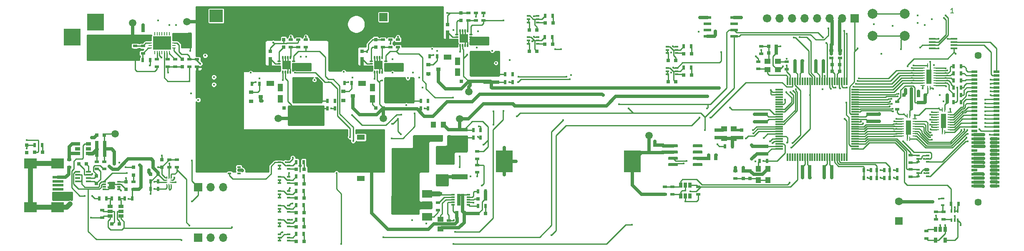
<source format=gtl>
G04 #@! TF.GenerationSoftware,KiCad,Pcbnew,(5.1.4)-1*
G04 #@! TF.CreationDate,2020-10-18T13:54:01-05:00*
G04 #@! TF.ProjectId,VFD_Clock,5646445f-436c-46f6-936b-2e6b69636164,rev?*
G04 #@! TF.SameCoordinates,Original*
G04 #@! TF.FileFunction,Copper,L1,Top*
G04 #@! TF.FilePolarity,Positive*
%FSLAX46Y46*%
G04 Gerber Fmt 4.6, Leading zero omitted, Abs format (unit mm)*
G04 Created by KiCad (PCBNEW (5.1.4)-1) date 2020-10-18 13:54:01*
%MOMM*%
%LPD*%
G04 APERTURE LIST*
%ADD10C,0.200000*%
%ADD11R,1.800000X1.800000*%
%ADD12O,0.300000X0.750000*%
%ADD13O,0.750000X0.300000*%
%ADD14R,1.200000X1.500000*%
%ADD15R,0.650000X1.060000*%
%ADD16C,0.100000*%
%ADD17C,0.600000*%
%ADD18C,1.500000*%
%ADD19R,0.900000X0.500000*%
%ADD20R,0.800000X0.750000*%
%ADD21R,0.750000X0.800000*%
%ADD22R,3.500000X4.500000*%
%ADD23R,1.825000X1.325000*%
%ADD24R,0.700000X0.250000*%
%ADD25R,0.250000X0.700000*%
%ADD26R,1.700000X1.700000*%
%ADD27R,0.800000X3.200000*%
%ADD28R,0.500000X0.900000*%
%ADD29R,2.700000X2.550000*%
%ADD30R,1.600000X1.000000*%
%ADD31R,1.200000X0.500000*%
%ADD32R,1.200000X0.500380*%
%ADD33C,1.450000*%
%ADD34R,0.650000X0.400000*%
%ADD35R,1.000000X1.600000*%
%ADD36R,1.600000X1.600000*%
%ADD37C,1.600000*%
%ADD38R,1.250000X1.000000*%
%ADD39R,2.500000X1.000000*%
%ADD40R,1.000000X1.250000*%
%ADD41R,1.200000X0.900000*%
%ADD42R,0.800000X0.800000*%
%ADD43R,3.500000X3.500000*%
%ADD44O,1.700000X1.700000*%
%ADD45R,2.300000X0.500000*%
%ADD46R,2.500000X2.000000*%
%ADD47R,3.175000X4.950000*%
%ADD48R,0.900000X0.800000*%
%ADD49R,0.700000X0.450000*%
%ADD50R,3.200000X0.800000*%
%ADD51R,1.300000X0.700000*%
%ADD52R,3.200000X1.000000*%
%ADD53C,2.000000*%
%ADD54R,0.650000X0.300000*%
%ADD55R,0.775000X1.240000*%
%ADD56R,1.500000X0.300000*%
%ADD57R,0.300000X1.500000*%
%ADD58R,0.400000X0.650000*%
%ADD59R,1.550000X0.600000*%
%ADD60R,1.060000X0.650000*%
%ADD61R,1.060000X0.400000*%
%ADD62R,0.750000X0.300000*%
%ADD63R,1.300000X1.500000*%
%ADD64R,1.450000X0.450000*%
%ADD65R,1.300000X1.100000*%
%ADD66R,1.100000X1.300000*%
%ADD67R,0.240000X0.900000*%
%ADD68R,0.900000X0.240000*%
%ADD69R,1.000000X2.900000*%
%ADD70R,2.000000X3.800000*%
%ADD71R,2.000000X1.500000*%
%ADD72C,1.700000*%
%ADD73R,0.663000X0.225000*%
%ADD74R,0.225000X0.563000*%
%ADD75R,0.563000X0.225000*%
%ADD76C,0.431800*%
%ADD77C,0.635000*%
%ADD78C,0.254000*%
%ADD79C,0.399800*%
%ADD80C,0.224800*%
%ADD81C,0.508000*%
%ADD82C,1.016000*%
%ADD83C,0.762000*%
G04 APERTURE END LIST*
D10*
X223615214Y-68016380D02*
X223043785Y-68016380D01*
X223329500Y-68016380D02*
X223329500Y-67016380D01*
X223234261Y-67159238D01*
X223139023Y-67254476D01*
X223043785Y-67302095D01*
D11*
X124201000Y-73152000D03*
D12*
X124951000Y-74627000D03*
X124451000Y-74627000D03*
X123951000Y-74627000D03*
X123451000Y-74627000D03*
D13*
X122726000Y-73902000D03*
X122726000Y-73402000D03*
X122726000Y-72902000D03*
X122726000Y-72402000D03*
D12*
X123451000Y-71677000D03*
X123951000Y-71677000D03*
X124451000Y-71677000D03*
X124951000Y-71677000D03*
D13*
X125676000Y-72402000D03*
X125676000Y-72902000D03*
X125676000Y-73402000D03*
X125676000Y-73902000D03*
D11*
X106868000Y-78549500D03*
D12*
X107618000Y-80024500D03*
X107118000Y-80024500D03*
X106618000Y-80024500D03*
X106118000Y-80024500D03*
D13*
X105393000Y-79299500D03*
X105393000Y-78799500D03*
X105393000Y-78299500D03*
X105393000Y-77799500D03*
D12*
X106118000Y-77074500D03*
X106618000Y-77074500D03*
X107118000Y-77074500D03*
X107618000Y-77074500D03*
D13*
X108343000Y-77799500D03*
X108343000Y-78299500D03*
X108343000Y-78799500D03*
X108343000Y-79299500D03*
D11*
X88201500Y-78549500D03*
D12*
X88951500Y-80024500D03*
X88451500Y-80024500D03*
X87951500Y-80024500D03*
X87451500Y-80024500D03*
D13*
X86726500Y-79299500D03*
X86726500Y-78799500D03*
X86726500Y-78299500D03*
X86726500Y-77799500D03*
D12*
X87451500Y-77074500D03*
X87951500Y-77074500D03*
X88451500Y-77074500D03*
X88951500Y-77074500D03*
D13*
X89676500Y-77799500D03*
X89676500Y-78299500D03*
X89676500Y-78799500D03*
X89676500Y-79299500D03*
D14*
X128646000Y-76420500D03*
X128646000Y-73720500D03*
X111313000Y-81818000D03*
X111313000Y-79118000D03*
X92646500Y-81818000D03*
X92646500Y-79118000D03*
D15*
X169146000Y-105164000D03*
X170096000Y-105164000D03*
X168196000Y-105164000D03*
X168196000Y-102964000D03*
X169146000Y-102964000D03*
X170096000Y-102964000D03*
D16*
G36*
X167528703Y-98506722D02*
G01*
X167543264Y-98508882D01*
X167557543Y-98512459D01*
X167571403Y-98517418D01*
X167584710Y-98523712D01*
X167597336Y-98531280D01*
X167609159Y-98540048D01*
X167620066Y-98549934D01*
X167629952Y-98560841D01*
X167638720Y-98572664D01*
X167646288Y-98585290D01*
X167652582Y-98598597D01*
X167657541Y-98612457D01*
X167661118Y-98626736D01*
X167663278Y-98641297D01*
X167664000Y-98656000D01*
X167664000Y-98956000D01*
X167663278Y-98970703D01*
X167661118Y-98985264D01*
X167657541Y-98999543D01*
X167652582Y-99013403D01*
X167646288Y-99026710D01*
X167638720Y-99039336D01*
X167629952Y-99051159D01*
X167620066Y-99062066D01*
X167609159Y-99071952D01*
X167597336Y-99080720D01*
X167584710Y-99088288D01*
X167571403Y-99094582D01*
X167557543Y-99099541D01*
X167543264Y-99103118D01*
X167528703Y-99105278D01*
X167514000Y-99106000D01*
X165864000Y-99106000D01*
X165849297Y-99105278D01*
X165834736Y-99103118D01*
X165820457Y-99099541D01*
X165806597Y-99094582D01*
X165793290Y-99088288D01*
X165780664Y-99080720D01*
X165768841Y-99071952D01*
X165757934Y-99062066D01*
X165748048Y-99051159D01*
X165739280Y-99039336D01*
X165731712Y-99026710D01*
X165725418Y-99013403D01*
X165720459Y-98999543D01*
X165716882Y-98985264D01*
X165714722Y-98970703D01*
X165714000Y-98956000D01*
X165714000Y-98656000D01*
X165714722Y-98641297D01*
X165716882Y-98626736D01*
X165720459Y-98612457D01*
X165725418Y-98598597D01*
X165731712Y-98585290D01*
X165739280Y-98572664D01*
X165748048Y-98560841D01*
X165757934Y-98549934D01*
X165768841Y-98540048D01*
X165780664Y-98531280D01*
X165793290Y-98523712D01*
X165806597Y-98517418D01*
X165820457Y-98512459D01*
X165834736Y-98508882D01*
X165849297Y-98506722D01*
X165864000Y-98506000D01*
X167514000Y-98506000D01*
X167528703Y-98506722D01*
X167528703Y-98506722D01*
G37*
D17*
X166689000Y-98806000D03*
D16*
G36*
X167528703Y-97236722D02*
G01*
X167543264Y-97238882D01*
X167557543Y-97242459D01*
X167571403Y-97247418D01*
X167584710Y-97253712D01*
X167597336Y-97261280D01*
X167609159Y-97270048D01*
X167620066Y-97279934D01*
X167629952Y-97290841D01*
X167638720Y-97302664D01*
X167646288Y-97315290D01*
X167652582Y-97328597D01*
X167657541Y-97342457D01*
X167661118Y-97356736D01*
X167663278Y-97371297D01*
X167664000Y-97386000D01*
X167664000Y-97686000D01*
X167663278Y-97700703D01*
X167661118Y-97715264D01*
X167657541Y-97729543D01*
X167652582Y-97743403D01*
X167646288Y-97756710D01*
X167638720Y-97769336D01*
X167629952Y-97781159D01*
X167620066Y-97792066D01*
X167609159Y-97801952D01*
X167597336Y-97810720D01*
X167584710Y-97818288D01*
X167571403Y-97824582D01*
X167557543Y-97829541D01*
X167543264Y-97833118D01*
X167528703Y-97835278D01*
X167514000Y-97836000D01*
X165864000Y-97836000D01*
X165849297Y-97835278D01*
X165834736Y-97833118D01*
X165820457Y-97829541D01*
X165806597Y-97824582D01*
X165793290Y-97818288D01*
X165780664Y-97810720D01*
X165768841Y-97801952D01*
X165757934Y-97792066D01*
X165748048Y-97781159D01*
X165739280Y-97769336D01*
X165731712Y-97756710D01*
X165725418Y-97743403D01*
X165720459Y-97729543D01*
X165716882Y-97715264D01*
X165714722Y-97700703D01*
X165714000Y-97686000D01*
X165714000Y-97386000D01*
X165714722Y-97371297D01*
X165716882Y-97356736D01*
X165720459Y-97342457D01*
X165725418Y-97328597D01*
X165731712Y-97315290D01*
X165739280Y-97302664D01*
X165748048Y-97290841D01*
X165757934Y-97279934D01*
X165768841Y-97270048D01*
X165780664Y-97261280D01*
X165793290Y-97253712D01*
X165806597Y-97247418D01*
X165820457Y-97242459D01*
X165834736Y-97238882D01*
X165849297Y-97236722D01*
X165864000Y-97236000D01*
X167514000Y-97236000D01*
X167528703Y-97236722D01*
X167528703Y-97236722D01*
G37*
D17*
X166689000Y-97536000D03*
D16*
G36*
X167528703Y-95966722D02*
G01*
X167543264Y-95968882D01*
X167557543Y-95972459D01*
X167571403Y-95977418D01*
X167584710Y-95983712D01*
X167597336Y-95991280D01*
X167609159Y-96000048D01*
X167620066Y-96009934D01*
X167629952Y-96020841D01*
X167638720Y-96032664D01*
X167646288Y-96045290D01*
X167652582Y-96058597D01*
X167657541Y-96072457D01*
X167661118Y-96086736D01*
X167663278Y-96101297D01*
X167664000Y-96116000D01*
X167664000Y-96416000D01*
X167663278Y-96430703D01*
X167661118Y-96445264D01*
X167657541Y-96459543D01*
X167652582Y-96473403D01*
X167646288Y-96486710D01*
X167638720Y-96499336D01*
X167629952Y-96511159D01*
X167620066Y-96522066D01*
X167609159Y-96531952D01*
X167597336Y-96540720D01*
X167584710Y-96548288D01*
X167571403Y-96554582D01*
X167557543Y-96559541D01*
X167543264Y-96563118D01*
X167528703Y-96565278D01*
X167514000Y-96566000D01*
X165864000Y-96566000D01*
X165849297Y-96565278D01*
X165834736Y-96563118D01*
X165820457Y-96559541D01*
X165806597Y-96554582D01*
X165793290Y-96548288D01*
X165780664Y-96540720D01*
X165768841Y-96531952D01*
X165757934Y-96522066D01*
X165748048Y-96511159D01*
X165739280Y-96499336D01*
X165731712Y-96486710D01*
X165725418Y-96473403D01*
X165720459Y-96459543D01*
X165716882Y-96445264D01*
X165714722Y-96430703D01*
X165714000Y-96416000D01*
X165714000Y-96116000D01*
X165714722Y-96101297D01*
X165716882Y-96086736D01*
X165720459Y-96072457D01*
X165725418Y-96058597D01*
X165731712Y-96045290D01*
X165739280Y-96032664D01*
X165748048Y-96020841D01*
X165757934Y-96009934D01*
X165768841Y-96000048D01*
X165780664Y-95991280D01*
X165793290Y-95983712D01*
X165806597Y-95977418D01*
X165820457Y-95972459D01*
X165834736Y-95968882D01*
X165849297Y-95966722D01*
X165864000Y-95966000D01*
X167514000Y-95966000D01*
X167528703Y-95966722D01*
X167528703Y-95966722D01*
G37*
D17*
X166689000Y-96266000D03*
D16*
G36*
X167528703Y-94696722D02*
G01*
X167543264Y-94698882D01*
X167557543Y-94702459D01*
X167571403Y-94707418D01*
X167584710Y-94713712D01*
X167597336Y-94721280D01*
X167609159Y-94730048D01*
X167620066Y-94739934D01*
X167629952Y-94750841D01*
X167638720Y-94762664D01*
X167646288Y-94775290D01*
X167652582Y-94788597D01*
X167657541Y-94802457D01*
X167661118Y-94816736D01*
X167663278Y-94831297D01*
X167664000Y-94846000D01*
X167664000Y-95146000D01*
X167663278Y-95160703D01*
X167661118Y-95175264D01*
X167657541Y-95189543D01*
X167652582Y-95203403D01*
X167646288Y-95216710D01*
X167638720Y-95229336D01*
X167629952Y-95241159D01*
X167620066Y-95252066D01*
X167609159Y-95261952D01*
X167597336Y-95270720D01*
X167584710Y-95278288D01*
X167571403Y-95284582D01*
X167557543Y-95289541D01*
X167543264Y-95293118D01*
X167528703Y-95295278D01*
X167514000Y-95296000D01*
X165864000Y-95296000D01*
X165849297Y-95295278D01*
X165834736Y-95293118D01*
X165820457Y-95289541D01*
X165806597Y-95284582D01*
X165793290Y-95278288D01*
X165780664Y-95270720D01*
X165768841Y-95261952D01*
X165757934Y-95252066D01*
X165748048Y-95241159D01*
X165739280Y-95229336D01*
X165731712Y-95216710D01*
X165725418Y-95203403D01*
X165720459Y-95189543D01*
X165716882Y-95175264D01*
X165714722Y-95160703D01*
X165714000Y-95146000D01*
X165714000Y-94846000D01*
X165714722Y-94831297D01*
X165716882Y-94816736D01*
X165720459Y-94802457D01*
X165725418Y-94788597D01*
X165731712Y-94775290D01*
X165739280Y-94762664D01*
X165748048Y-94750841D01*
X165757934Y-94739934D01*
X165768841Y-94730048D01*
X165780664Y-94721280D01*
X165793290Y-94713712D01*
X165806597Y-94707418D01*
X165820457Y-94702459D01*
X165834736Y-94698882D01*
X165849297Y-94696722D01*
X165864000Y-94696000D01*
X167514000Y-94696000D01*
X167528703Y-94696722D01*
X167528703Y-94696722D01*
G37*
D17*
X166689000Y-94996000D03*
D16*
G36*
X172478703Y-94696722D02*
G01*
X172493264Y-94698882D01*
X172507543Y-94702459D01*
X172521403Y-94707418D01*
X172534710Y-94713712D01*
X172547336Y-94721280D01*
X172559159Y-94730048D01*
X172570066Y-94739934D01*
X172579952Y-94750841D01*
X172588720Y-94762664D01*
X172596288Y-94775290D01*
X172602582Y-94788597D01*
X172607541Y-94802457D01*
X172611118Y-94816736D01*
X172613278Y-94831297D01*
X172614000Y-94846000D01*
X172614000Y-95146000D01*
X172613278Y-95160703D01*
X172611118Y-95175264D01*
X172607541Y-95189543D01*
X172602582Y-95203403D01*
X172596288Y-95216710D01*
X172588720Y-95229336D01*
X172579952Y-95241159D01*
X172570066Y-95252066D01*
X172559159Y-95261952D01*
X172547336Y-95270720D01*
X172534710Y-95278288D01*
X172521403Y-95284582D01*
X172507543Y-95289541D01*
X172493264Y-95293118D01*
X172478703Y-95295278D01*
X172464000Y-95296000D01*
X170814000Y-95296000D01*
X170799297Y-95295278D01*
X170784736Y-95293118D01*
X170770457Y-95289541D01*
X170756597Y-95284582D01*
X170743290Y-95278288D01*
X170730664Y-95270720D01*
X170718841Y-95261952D01*
X170707934Y-95252066D01*
X170698048Y-95241159D01*
X170689280Y-95229336D01*
X170681712Y-95216710D01*
X170675418Y-95203403D01*
X170670459Y-95189543D01*
X170666882Y-95175264D01*
X170664722Y-95160703D01*
X170664000Y-95146000D01*
X170664000Y-94846000D01*
X170664722Y-94831297D01*
X170666882Y-94816736D01*
X170670459Y-94802457D01*
X170675418Y-94788597D01*
X170681712Y-94775290D01*
X170689280Y-94762664D01*
X170698048Y-94750841D01*
X170707934Y-94739934D01*
X170718841Y-94730048D01*
X170730664Y-94721280D01*
X170743290Y-94713712D01*
X170756597Y-94707418D01*
X170770457Y-94702459D01*
X170784736Y-94698882D01*
X170799297Y-94696722D01*
X170814000Y-94696000D01*
X172464000Y-94696000D01*
X172478703Y-94696722D01*
X172478703Y-94696722D01*
G37*
D17*
X171639000Y-94996000D03*
D16*
G36*
X172478703Y-95966722D02*
G01*
X172493264Y-95968882D01*
X172507543Y-95972459D01*
X172521403Y-95977418D01*
X172534710Y-95983712D01*
X172547336Y-95991280D01*
X172559159Y-96000048D01*
X172570066Y-96009934D01*
X172579952Y-96020841D01*
X172588720Y-96032664D01*
X172596288Y-96045290D01*
X172602582Y-96058597D01*
X172607541Y-96072457D01*
X172611118Y-96086736D01*
X172613278Y-96101297D01*
X172614000Y-96116000D01*
X172614000Y-96416000D01*
X172613278Y-96430703D01*
X172611118Y-96445264D01*
X172607541Y-96459543D01*
X172602582Y-96473403D01*
X172596288Y-96486710D01*
X172588720Y-96499336D01*
X172579952Y-96511159D01*
X172570066Y-96522066D01*
X172559159Y-96531952D01*
X172547336Y-96540720D01*
X172534710Y-96548288D01*
X172521403Y-96554582D01*
X172507543Y-96559541D01*
X172493264Y-96563118D01*
X172478703Y-96565278D01*
X172464000Y-96566000D01*
X170814000Y-96566000D01*
X170799297Y-96565278D01*
X170784736Y-96563118D01*
X170770457Y-96559541D01*
X170756597Y-96554582D01*
X170743290Y-96548288D01*
X170730664Y-96540720D01*
X170718841Y-96531952D01*
X170707934Y-96522066D01*
X170698048Y-96511159D01*
X170689280Y-96499336D01*
X170681712Y-96486710D01*
X170675418Y-96473403D01*
X170670459Y-96459543D01*
X170666882Y-96445264D01*
X170664722Y-96430703D01*
X170664000Y-96416000D01*
X170664000Y-96116000D01*
X170664722Y-96101297D01*
X170666882Y-96086736D01*
X170670459Y-96072457D01*
X170675418Y-96058597D01*
X170681712Y-96045290D01*
X170689280Y-96032664D01*
X170698048Y-96020841D01*
X170707934Y-96009934D01*
X170718841Y-96000048D01*
X170730664Y-95991280D01*
X170743290Y-95983712D01*
X170756597Y-95977418D01*
X170770457Y-95972459D01*
X170784736Y-95968882D01*
X170799297Y-95966722D01*
X170814000Y-95966000D01*
X172464000Y-95966000D01*
X172478703Y-95966722D01*
X172478703Y-95966722D01*
G37*
D17*
X171639000Y-96266000D03*
D16*
G36*
X172478703Y-97236722D02*
G01*
X172493264Y-97238882D01*
X172507543Y-97242459D01*
X172521403Y-97247418D01*
X172534710Y-97253712D01*
X172547336Y-97261280D01*
X172559159Y-97270048D01*
X172570066Y-97279934D01*
X172579952Y-97290841D01*
X172588720Y-97302664D01*
X172596288Y-97315290D01*
X172602582Y-97328597D01*
X172607541Y-97342457D01*
X172611118Y-97356736D01*
X172613278Y-97371297D01*
X172614000Y-97386000D01*
X172614000Y-97686000D01*
X172613278Y-97700703D01*
X172611118Y-97715264D01*
X172607541Y-97729543D01*
X172602582Y-97743403D01*
X172596288Y-97756710D01*
X172588720Y-97769336D01*
X172579952Y-97781159D01*
X172570066Y-97792066D01*
X172559159Y-97801952D01*
X172547336Y-97810720D01*
X172534710Y-97818288D01*
X172521403Y-97824582D01*
X172507543Y-97829541D01*
X172493264Y-97833118D01*
X172478703Y-97835278D01*
X172464000Y-97836000D01*
X170814000Y-97836000D01*
X170799297Y-97835278D01*
X170784736Y-97833118D01*
X170770457Y-97829541D01*
X170756597Y-97824582D01*
X170743290Y-97818288D01*
X170730664Y-97810720D01*
X170718841Y-97801952D01*
X170707934Y-97792066D01*
X170698048Y-97781159D01*
X170689280Y-97769336D01*
X170681712Y-97756710D01*
X170675418Y-97743403D01*
X170670459Y-97729543D01*
X170666882Y-97715264D01*
X170664722Y-97700703D01*
X170664000Y-97686000D01*
X170664000Y-97386000D01*
X170664722Y-97371297D01*
X170666882Y-97356736D01*
X170670459Y-97342457D01*
X170675418Y-97328597D01*
X170681712Y-97315290D01*
X170689280Y-97302664D01*
X170698048Y-97290841D01*
X170707934Y-97279934D01*
X170718841Y-97270048D01*
X170730664Y-97261280D01*
X170743290Y-97253712D01*
X170756597Y-97247418D01*
X170770457Y-97242459D01*
X170784736Y-97238882D01*
X170799297Y-97236722D01*
X170814000Y-97236000D01*
X172464000Y-97236000D01*
X172478703Y-97236722D01*
X172478703Y-97236722D01*
G37*
D17*
X171639000Y-97536000D03*
D16*
G36*
X172478703Y-98506722D02*
G01*
X172493264Y-98508882D01*
X172507543Y-98512459D01*
X172521403Y-98517418D01*
X172534710Y-98523712D01*
X172547336Y-98531280D01*
X172559159Y-98540048D01*
X172570066Y-98549934D01*
X172579952Y-98560841D01*
X172588720Y-98572664D01*
X172596288Y-98585290D01*
X172602582Y-98598597D01*
X172607541Y-98612457D01*
X172611118Y-98626736D01*
X172613278Y-98641297D01*
X172614000Y-98656000D01*
X172614000Y-98956000D01*
X172613278Y-98970703D01*
X172611118Y-98985264D01*
X172607541Y-98999543D01*
X172602582Y-99013403D01*
X172596288Y-99026710D01*
X172588720Y-99039336D01*
X172579952Y-99051159D01*
X172570066Y-99062066D01*
X172559159Y-99071952D01*
X172547336Y-99080720D01*
X172534710Y-99088288D01*
X172521403Y-99094582D01*
X172507543Y-99099541D01*
X172493264Y-99103118D01*
X172478703Y-99105278D01*
X172464000Y-99106000D01*
X170814000Y-99106000D01*
X170799297Y-99105278D01*
X170784736Y-99103118D01*
X170770457Y-99099541D01*
X170756597Y-99094582D01*
X170743290Y-99088288D01*
X170730664Y-99080720D01*
X170718841Y-99071952D01*
X170707934Y-99062066D01*
X170698048Y-99051159D01*
X170689280Y-99039336D01*
X170681712Y-99026710D01*
X170675418Y-99013403D01*
X170670459Y-98999543D01*
X170666882Y-98985264D01*
X170664722Y-98970703D01*
X170664000Y-98956000D01*
X170664000Y-98656000D01*
X170664722Y-98641297D01*
X170666882Y-98626736D01*
X170670459Y-98612457D01*
X170675418Y-98598597D01*
X170681712Y-98585290D01*
X170689280Y-98572664D01*
X170698048Y-98560841D01*
X170707934Y-98549934D01*
X170718841Y-98540048D01*
X170730664Y-98531280D01*
X170743290Y-98523712D01*
X170756597Y-98517418D01*
X170770457Y-98512459D01*
X170784736Y-98508882D01*
X170799297Y-98506722D01*
X170814000Y-98506000D01*
X172464000Y-98506000D01*
X172478703Y-98506722D01*
X172478703Y-98506722D01*
G37*
D17*
X171639000Y-98806000D03*
D18*
X161798000Y-92900500D03*
D19*
X171768000Y-103326000D03*
X171768000Y-104826000D03*
X166497000Y-104826000D03*
X166497000Y-103326000D03*
X164973000Y-103326000D03*
X164973000Y-104826000D03*
D20*
X173875000Y-97536000D03*
X175375000Y-97536000D03*
D21*
X164465000Y-96317500D03*
X164465000Y-94817500D03*
X162941000Y-96317500D03*
X162941000Y-94817500D03*
D22*
X158415000Y-98171000D03*
X132415000Y-98171000D03*
D23*
X63841000Y-73442000D03*
X62016000Y-73442000D03*
X63841000Y-74767000D03*
X62016000Y-74767000D03*
D24*
X65328500Y-73104500D03*
X65328500Y-73604500D03*
X65328500Y-74104500D03*
X65328500Y-74604500D03*
X65328500Y-75104500D03*
D25*
X64428500Y-76004500D03*
X63928500Y-76004500D03*
X63428500Y-76004500D03*
X62928500Y-76004500D03*
X62428500Y-76004500D03*
X61928500Y-76004500D03*
X61428500Y-76004500D03*
D24*
X60528500Y-75104500D03*
X60528500Y-74604500D03*
X60528500Y-74104500D03*
X60528500Y-73604500D03*
X60528500Y-73104500D03*
D25*
X61428500Y-72204500D03*
X61928500Y-72204500D03*
X62428500Y-72204500D03*
X62928500Y-72204500D03*
X63428500Y-72204500D03*
X63928500Y-72204500D03*
X64428500Y-72204500D03*
D18*
X67945000Y-69786500D03*
X56959500Y-70040500D03*
D26*
X107886000Y-68834000D03*
D19*
X64071500Y-78918500D03*
X64071500Y-77418500D03*
X68516500Y-78918500D03*
X68516500Y-77418500D03*
X70040500Y-77418500D03*
X70040500Y-78918500D03*
X65595500Y-78918500D03*
X65595500Y-77418500D03*
D27*
X70142000Y-73596500D03*
X68542000Y-73596500D03*
D19*
X61912500Y-77418500D03*
X61912500Y-78918500D03*
D28*
X60503500Y-77597000D03*
X59003500Y-77597000D03*
D19*
X59055000Y-76188000D03*
X59055000Y-74688000D03*
X57467500Y-74688000D03*
X57467500Y-76188000D03*
D29*
X73914000Y-68580000D03*
X73914000Y-74930000D03*
D21*
X59055000Y-73076500D03*
X59055000Y-71576500D03*
X67056000Y-77418500D03*
X67056000Y-78918500D03*
D30*
X103314000Y-93242000D03*
X103314000Y-96242000D03*
D31*
X232349000Y-103131800D03*
D32*
X227849000Y-103131800D03*
X232349000Y-102331700D03*
X227849000Y-102331700D03*
X232349000Y-101531600D03*
X227849000Y-101531600D03*
X232349000Y-100731500D03*
X227849000Y-100731500D03*
X232349000Y-99931400D03*
X227849000Y-99931400D03*
X232349000Y-99131300D03*
X227849000Y-99131300D03*
X232349000Y-98331200D03*
X227849000Y-98331200D03*
X232349000Y-97531100D03*
X227849000Y-97531100D03*
X232349000Y-96731000D03*
X227849000Y-96731000D03*
X232349000Y-95930900D03*
X227849000Y-95930900D03*
X232349000Y-95130800D03*
X227849000Y-95130800D03*
X232349000Y-94330700D03*
X227849000Y-94330700D03*
X232349000Y-93530600D03*
X227849000Y-93530600D03*
X232349000Y-92730500D03*
X227849000Y-92730500D03*
X232349000Y-91930400D03*
X227849000Y-91930400D03*
X232349000Y-91130300D03*
X227849000Y-91130300D03*
X232349000Y-90330200D03*
X227849000Y-90330200D03*
X232349000Y-89530100D03*
X227849000Y-89530100D03*
X232349000Y-88730000D03*
X227849000Y-88730000D03*
X232349000Y-87929900D03*
X227849000Y-87929900D03*
X232349000Y-87129800D03*
X227849000Y-87129800D03*
X232349000Y-86329700D03*
X227849000Y-86329700D03*
X232349000Y-85529600D03*
X227849000Y-85529600D03*
X232349000Y-84729500D03*
X227849000Y-84729500D03*
X232349000Y-83929400D03*
X227849000Y-83929400D03*
X232349000Y-83129300D03*
X227849000Y-83129300D03*
X232349000Y-82329200D03*
X227849000Y-82329200D03*
X232349000Y-81529100D03*
X227849000Y-81529100D03*
X232349000Y-80729000D03*
X227849000Y-80729000D03*
X232349000Y-79928900D03*
X227849000Y-79928900D03*
D33*
X228599000Y-76633250D03*
X228599000Y-106427450D03*
D34*
X218310000Y-99870000D03*
X218310000Y-101170000D03*
X216410000Y-100520000D03*
X218310000Y-100520000D03*
X216410000Y-101170000D03*
X216410000Y-99870000D03*
X218310000Y-96949500D03*
X218310000Y-98249500D03*
X216410000Y-97599500D03*
X218310000Y-97599500D03*
X216410000Y-98249500D03*
X216410000Y-96949500D03*
D19*
X214884000Y-101270000D03*
X214884000Y-99770000D03*
X214884000Y-98349500D03*
X214884000Y-96849500D03*
D15*
X221866000Y-114130000D03*
X219966000Y-114130000D03*
X219966000Y-111930000D03*
X220916000Y-111930000D03*
X221866000Y-111930000D03*
D19*
X218059000Y-112280000D03*
X218059000Y-113780000D03*
X128138000Y-69520500D03*
X128138000Y-68020500D03*
X110805000Y-74918000D03*
X110805000Y-73418000D03*
X126614000Y-68020500D03*
X126614000Y-69520500D03*
X109281000Y-73418000D03*
X109281000Y-74918000D03*
D28*
X132600000Y-82042000D03*
X134100000Y-82042000D03*
X115455000Y-87376000D03*
X116955000Y-87376000D03*
D20*
X123705000Y-81915000D03*
X125205000Y-81915000D03*
X106372000Y-87312500D03*
X107872000Y-87312500D03*
D30*
X120899000Y-76938000D03*
X120899000Y-73938000D03*
X103566000Y-82335500D03*
X103566000Y-79335500D03*
D35*
X125955000Y-77787500D03*
X122955000Y-77787500D03*
X108622000Y-83185000D03*
X105622000Y-83185000D03*
D21*
X123630000Y-69520500D03*
X123630000Y-68020500D03*
X106296000Y-74918000D03*
X106296000Y-73418000D03*
X120899000Y-70370000D03*
X120899000Y-71870000D03*
X103566000Y-75767500D03*
X103566000Y-77267500D03*
D35*
X125964000Y-80010500D03*
X122964000Y-80010500D03*
X108631000Y-85408000D03*
X105631000Y-85408000D03*
D18*
X125217000Y-84010500D03*
X107884000Y-89408000D03*
D36*
X212534000Y-110236000D03*
D37*
X212534000Y-106236000D03*
D30*
X84899500Y-79335500D03*
X84899500Y-82335500D03*
D21*
X87630000Y-73418000D03*
X87630000Y-74918000D03*
X84899500Y-77267500D03*
X84899500Y-75767500D03*
D35*
X86955500Y-83185000D03*
X89955500Y-83185000D03*
X86964000Y-85408000D03*
X89964000Y-85408000D03*
D20*
X89205500Y-87312500D03*
X87705500Y-87312500D03*
D30*
X103314000Y-98640000D03*
X103314000Y-101640000D03*
D20*
X127076000Y-105728000D03*
X128576000Y-105728000D03*
X122758000Y-108585000D03*
X124258000Y-108585000D03*
X127076000Y-108712000D03*
X128576000Y-108712000D03*
D38*
X119444000Y-111871000D03*
X119444000Y-109871000D03*
D39*
X119761000Y-98258500D03*
X119761000Y-101258500D03*
D40*
X118062000Y-90678000D03*
X120062000Y-90678000D03*
D20*
X200458000Y-74295000D03*
X198958000Y-74295000D03*
X191401000Y-79883000D03*
X192901000Y-79883000D03*
X195656000Y-79883000D03*
X197156000Y-79883000D03*
X195656000Y-78486000D03*
X197156000Y-78486000D03*
X192925000Y-100648000D03*
X194425000Y-100648000D03*
D21*
X184150000Y-90094500D03*
X184150000Y-88594500D03*
D20*
X198958000Y-79883000D03*
X200458000Y-79883000D03*
D21*
X185674000Y-96571500D03*
X185674000Y-95071500D03*
D20*
X194425000Y-99250500D03*
X192925000Y-99250500D03*
X198870000Y-99250500D03*
X197370000Y-99250500D03*
D21*
X185547000Y-90094500D03*
X185547000Y-88594500D03*
X206248000Y-90031000D03*
X206248000Y-88531000D03*
D20*
X198958000Y-78486000D03*
X200458000Y-78486000D03*
X187630000Y-74739500D03*
X186130000Y-74739500D03*
D21*
X180912000Y-100088000D03*
X180912000Y-101588000D03*
D20*
X187630000Y-76136500D03*
X186130000Y-76136500D03*
D21*
X182308000Y-100088000D03*
X182308000Y-101588000D03*
D20*
X138990000Y-71437500D03*
X137490000Y-71437500D03*
X138990000Y-75755500D03*
X137490000Y-75755500D03*
X165684000Y-77660500D03*
X167184000Y-77660500D03*
X165684000Y-81978500D03*
X167184000Y-81978500D03*
D21*
X35496500Y-94817500D03*
X35496500Y-96317500D03*
X180594000Y-91769500D03*
X180594000Y-93269500D03*
D38*
X178943000Y-91519500D03*
X178943000Y-93519500D03*
D21*
X175387000Y-93269500D03*
X175387000Y-91769500D03*
D38*
X177038000Y-93519500D03*
X177038000Y-91519500D03*
D21*
X62928500Y-97802000D03*
X62928500Y-99302000D03*
D20*
X54280500Y-110871000D03*
X52780500Y-110871000D03*
X51232500Y-92773500D03*
X49732500Y-92773500D03*
X62154500Y-100774000D03*
X60654500Y-100774000D03*
D21*
X49593500Y-101104000D03*
X49593500Y-102604000D03*
D20*
X47549500Y-98679000D03*
X46049500Y-98679000D03*
D21*
X55626000Y-103810000D03*
X55626000Y-102310000D03*
D20*
X215062000Y-84645500D03*
X213562000Y-84645500D03*
D21*
X216472000Y-86221000D03*
X216472000Y-84721000D03*
D41*
X119380000Y-96519000D03*
X119380000Y-93219000D03*
D42*
X142278000Y-70040500D03*
X140678000Y-70040500D03*
X142214000Y-74358500D03*
X140614000Y-74358500D03*
X168808000Y-76263500D03*
X170408000Y-76263500D03*
X168808000Y-80581500D03*
X170408000Y-80581500D03*
X90132000Y-99758500D03*
X91732000Y-99758500D03*
X91732000Y-105600000D03*
X90132000Y-105600000D03*
X90132000Y-108522000D03*
X91732000Y-108522000D03*
X38646000Y-96266000D03*
X37046000Y-96266000D03*
X91732000Y-111442000D03*
X90132000Y-111442000D03*
X91732000Y-114364000D03*
X90132000Y-114364000D03*
X90132000Y-102680000D03*
X91732000Y-102680000D03*
X57164500Y-99340000D03*
X57164500Y-100940000D03*
D43*
X49403000Y-75882500D03*
X49403000Y-69882500D03*
X44703000Y-72882500D03*
D44*
X75374500Y-103378000D03*
X72834500Y-103378000D03*
D26*
X70294500Y-103378000D03*
X70294500Y-113602000D03*
D44*
X72834500Y-113602000D03*
X75374500Y-113602000D03*
D45*
X41850500Y-101397000D03*
X41850500Y-102197000D03*
X41850500Y-102997000D03*
X41850500Y-103797000D03*
X41850500Y-104597000D03*
D46*
X41750500Y-98547000D03*
X36250500Y-98547000D03*
X41750500Y-107447000D03*
X36250500Y-107447000D03*
D47*
X106515500Y-97880000D03*
X115530500Y-97880000D03*
D19*
X200533000Y-77140500D03*
X200533000Y-75640500D03*
X198818000Y-77140500D03*
X198818000Y-75640500D03*
X184531000Y-74751500D03*
X184531000Y-76251500D03*
X179324000Y-100088000D03*
X179324000Y-101588000D03*
X44132500Y-99302000D03*
X44132500Y-97802000D03*
X44259500Y-105295000D03*
X44259500Y-106795000D03*
D48*
X82978500Y-85026500D03*
X80978500Y-85976500D03*
X80978500Y-84076500D03*
X99711000Y-83886000D03*
X99711000Y-85786000D03*
X101711000Y-84836000D03*
X119046000Y-79438500D03*
X117046000Y-80388500D03*
X117046000Y-78488500D03*
D49*
X221408000Y-107012000D03*
X221408000Y-105712000D03*
X219408000Y-106362000D03*
D19*
X92138500Y-73418000D03*
X92138500Y-74918000D03*
D28*
X98032000Y-85852000D03*
X96532000Y-85852000D03*
D50*
X93789500Y-85814000D03*
X93789500Y-87414000D03*
D28*
X96532000Y-87376000D03*
X98032000Y-87376000D03*
D19*
X89090500Y-73418000D03*
X89090500Y-74918000D03*
X90614500Y-73418000D03*
X90614500Y-74918000D03*
D28*
X128576000Y-104267000D03*
X127076000Y-104267000D03*
D19*
X121158000Y-111621000D03*
X121158000Y-110121000D03*
D28*
X127076000Y-107188000D03*
X128576000Y-107188000D03*
D19*
X118936000Y-106502000D03*
X118936000Y-108002000D03*
D51*
X119190000Y-104709000D03*
X119190000Y-102809000D03*
D52*
X123317000Y-95071000D03*
X123317000Y-101271000D03*
D28*
X127623000Y-93281500D03*
X126123000Y-93281500D03*
D50*
X123317000Y-93319500D03*
X123317000Y-91719500D03*
D28*
X127623000Y-91757500D03*
X126123000Y-91757500D03*
D19*
X126873000Y-96087500D03*
X126873000Y-97587500D03*
X126883000Y-98859000D03*
X126883000Y-100359000D03*
D28*
X81228500Y-82423000D03*
X82728500Y-82423000D03*
X99961000Y-82232500D03*
X101461000Y-82232500D03*
X117296000Y-76835000D03*
X118796000Y-76835000D03*
D19*
X183960000Y-77863000D03*
X183960000Y-79363000D03*
X189738000Y-77926500D03*
X189738000Y-79426500D03*
D28*
X184226000Y-98044000D03*
X185726000Y-98044000D03*
X224588000Y-106744000D03*
X223088000Y-106744000D03*
D19*
X221552000Y-109906000D03*
X221552000Y-108406000D03*
X220028000Y-109906000D03*
X220028000Y-108406000D03*
D28*
X142228000Y-68580000D03*
X140728000Y-68580000D03*
X142164000Y-72898000D03*
X140664000Y-72898000D03*
X170358000Y-74803000D03*
X168858000Y-74803000D03*
X168858000Y-79121000D03*
X170358000Y-79121000D03*
X91682000Y-98298000D03*
X90182000Y-98298000D03*
X90182000Y-104140000D03*
X91682000Y-104140000D03*
X90182000Y-107061000D03*
X91682000Y-107061000D03*
X38596000Y-94805500D03*
X37096000Y-94805500D03*
X91682000Y-109982000D03*
X90182000Y-109982000D03*
X90182000Y-112903000D03*
X91682000Y-112903000D03*
X91682000Y-101219000D03*
X90182000Y-101219000D03*
X178740000Y-95059500D03*
X177240000Y-95059500D03*
D19*
X65913000Y-97802000D03*
X65913000Y-99302000D03*
D28*
X56884000Y-105664000D03*
X55384000Y-105664000D03*
X54280500Y-105664000D03*
X52780500Y-105664000D03*
X50177000Y-105664000D03*
X51677000Y-105664000D03*
D19*
X50800000Y-109526000D03*
X50800000Y-108026000D03*
X51244500Y-98183000D03*
X51244500Y-99683000D03*
D27*
X49682500Y-95567500D03*
X51282500Y-95567500D03*
D19*
X49720500Y-99683000D03*
X49720500Y-98183000D03*
X57150000Y-103810000D03*
X57150000Y-102310000D03*
X212154000Y-87554500D03*
X212154000Y-86054500D03*
D28*
X225096000Y-86106000D03*
X223596000Y-86106000D03*
X223596000Y-84645500D03*
X225096000Y-84645500D03*
X225096000Y-83185000D03*
X223596000Y-83185000D03*
X223596000Y-81724500D03*
X225096000Y-81724500D03*
X225096000Y-80264000D03*
X223596000Y-80264000D03*
X225096000Y-78803500D03*
X223596000Y-78803500D03*
D53*
X213678000Y-68144000D03*
X213678000Y-72644000D03*
X207178000Y-68144000D03*
X207178000Y-72644000D03*
D18*
X86550500Y-89408000D03*
D54*
X125121000Y-106918000D03*
X125121000Y-106418000D03*
X125121000Y-105918000D03*
X125121000Y-105418000D03*
X125121000Y-104918000D03*
X122021000Y-104918000D03*
X122021000Y-105418000D03*
X122021000Y-105918000D03*
X122021000Y-106418000D03*
X122021000Y-106918000D03*
D55*
X123183500Y-105298000D03*
X123183500Y-106538000D03*
X123958500Y-105298000D03*
X123958500Y-106538000D03*
D56*
X203638000Y-95573000D03*
X203638000Y-95073000D03*
X203638000Y-94573000D03*
X203638000Y-94073000D03*
X203638000Y-93573000D03*
X203638000Y-93073000D03*
X203638000Y-92573000D03*
X203638000Y-92073000D03*
X203638000Y-91573000D03*
X203638000Y-91073000D03*
X203638000Y-90573000D03*
X203638000Y-90073000D03*
X203638000Y-89573000D03*
X203638000Y-89073000D03*
X203638000Y-88573000D03*
X203638000Y-88073000D03*
X203638000Y-87573000D03*
X203638000Y-87073000D03*
X203638000Y-86573000D03*
X203638000Y-86073000D03*
X203638000Y-85573000D03*
X203638000Y-85073000D03*
X203638000Y-84573000D03*
X203638000Y-84073000D03*
X203638000Y-83573000D03*
D57*
X201938000Y-81873000D03*
X201438000Y-81873000D03*
X200938000Y-81873000D03*
X200438000Y-81873000D03*
X199938000Y-81873000D03*
X199438000Y-81873000D03*
X198938000Y-81873000D03*
X198438000Y-81873000D03*
X197938000Y-81873000D03*
X197438000Y-81873000D03*
X196938000Y-81873000D03*
X196438000Y-81873000D03*
X195938000Y-81873000D03*
X195438000Y-81873000D03*
X194938000Y-81873000D03*
X194438000Y-81873000D03*
X193938000Y-81873000D03*
X193438000Y-81873000D03*
X192938000Y-81873000D03*
X192438000Y-81873000D03*
X191938000Y-81873000D03*
X191438000Y-81873000D03*
X190938000Y-81873000D03*
X190438000Y-81873000D03*
X189938000Y-81873000D03*
D56*
X188238000Y-83573000D03*
X188238000Y-84073000D03*
X188238000Y-84573000D03*
X188238000Y-85073000D03*
X188238000Y-85573000D03*
X188238000Y-86073000D03*
X188238000Y-86573000D03*
X188238000Y-87073000D03*
X188238000Y-87573000D03*
X188238000Y-88073000D03*
X188238000Y-88573000D03*
X188238000Y-89073000D03*
X188238000Y-89573000D03*
X188238000Y-90073000D03*
X188238000Y-90573000D03*
X188238000Y-91073000D03*
X188238000Y-91573000D03*
X188238000Y-92073000D03*
X188238000Y-92573000D03*
X188238000Y-93073000D03*
X188238000Y-93573000D03*
X188238000Y-94073000D03*
X188238000Y-94573000D03*
X188238000Y-95073000D03*
X188238000Y-95573000D03*
D57*
X189938000Y-97273000D03*
X190438000Y-97273000D03*
X190938000Y-97273000D03*
X191438000Y-97273000D03*
X191938000Y-97273000D03*
X192438000Y-97273000D03*
X192938000Y-97273000D03*
X193438000Y-97273000D03*
X193938000Y-97273000D03*
X194438000Y-97273000D03*
X194938000Y-97273000D03*
X195438000Y-97273000D03*
X195938000Y-97273000D03*
X196438000Y-97273000D03*
X196938000Y-97273000D03*
X197438000Y-97273000D03*
X197938000Y-97273000D03*
X198438000Y-97273000D03*
X198938000Y-97273000D03*
X199438000Y-97273000D03*
X199938000Y-97273000D03*
X200438000Y-97273000D03*
X200938000Y-97273000D03*
X201438000Y-97273000D03*
X201938000Y-97273000D03*
D58*
X224488000Y-110106000D03*
X223188000Y-110106000D03*
X223838000Y-108206000D03*
X223838000Y-110106000D03*
X223188000Y-108206000D03*
X224488000Y-108206000D03*
D34*
X137290000Y-68628500D03*
X137290000Y-69928500D03*
X139190000Y-69278500D03*
X137290000Y-69278500D03*
X139190000Y-69928500D03*
X139190000Y-68628500D03*
X137290000Y-72946500D03*
X137290000Y-74246500D03*
X139190000Y-73596500D03*
X137290000Y-73596500D03*
X139190000Y-74246500D03*
X139190000Y-72946500D03*
X167384000Y-74851500D03*
X167384000Y-76151500D03*
X165484000Y-75501500D03*
X167384000Y-75501500D03*
X165484000Y-76151500D03*
X165484000Y-74851500D03*
X165484000Y-79169500D03*
X165484000Y-80469500D03*
X167384000Y-79819500D03*
X165484000Y-79819500D03*
X167384000Y-80469500D03*
X167384000Y-79169500D03*
X78547000Y-100599000D03*
X78547000Y-99299000D03*
X78547000Y-99949000D03*
X76647000Y-99299000D03*
X76647000Y-100599000D03*
X88643500Y-98346500D03*
X88643500Y-99646500D03*
X86743500Y-98996500D03*
X88643500Y-98996500D03*
X86743500Y-99646500D03*
X86743500Y-98346500D03*
X86743500Y-104188000D03*
X86743500Y-105488000D03*
X88643500Y-104838000D03*
X86743500Y-104838000D03*
X88643500Y-105488000D03*
X88643500Y-104188000D03*
X88643500Y-107110000D03*
X88643500Y-108410000D03*
X86743500Y-107760000D03*
X88643500Y-107760000D03*
X86743500Y-108410000D03*
X86743500Y-107110000D03*
X86743500Y-110030000D03*
X86743500Y-111330000D03*
X88643500Y-110680000D03*
X86743500Y-110680000D03*
X88643500Y-111330000D03*
X88643500Y-110030000D03*
X88643500Y-112952000D03*
X88643500Y-114252000D03*
X86743500Y-113602000D03*
X88643500Y-113602000D03*
X86743500Y-114252000D03*
X86743500Y-112952000D03*
X88643500Y-101268000D03*
X88643500Y-102568000D03*
X86743500Y-101918000D03*
X88643500Y-101918000D03*
X86743500Y-102568000D03*
X86743500Y-101268000D03*
D59*
X173637000Y-68910500D03*
X173637000Y-70180500D03*
X173637000Y-71450500D03*
X173637000Y-72720500D03*
X179037000Y-72720500D03*
X179037000Y-71450500D03*
X179037000Y-70180500D03*
X179037000Y-68910500D03*
D60*
X45826500Y-94617500D03*
X45826500Y-95567500D03*
X45826500Y-96517500D03*
X48026500Y-96517500D03*
X48026500Y-94617500D03*
X48026500Y-95567500D03*
D61*
X45826500Y-102199000D03*
X45826500Y-101549000D03*
X45826500Y-100889000D03*
X45826500Y-100239000D03*
X48026500Y-100239000D03*
X48026500Y-100889000D03*
X48026500Y-101549000D03*
X48026500Y-102199000D03*
D62*
X51255000Y-102328000D03*
X51255000Y-102828000D03*
X51255000Y-103328000D03*
X51255000Y-103828000D03*
X54155000Y-103828000D03*
X54155000Y-103328000D03*
X54155000Y-102828000D03*
X54155000Y-102328000D03*
D63*
X52705000Y-103078000D03*
D64*
X223688000Y-73256500D03*
X223688000Y-73906500D03*
X223688000Y-74556500D03*
X223688000Y-75206500D03*
X219288000Y-75206500D03*
X219288000Y-74556500D03*
X219288000Y-73906500D03*
X219288000Y-73256500D03*
D65*
X185830000Y-79501500D03*
X187930000Y-79501500D03*
X187930000Y-77851500D03*
X185830000Y-77851500D03*
D66*
X185914000Y-101988000D03*
X185914000Y-99688000D03*
X184014000Y-99688000D03*
X184014000Y-101988000D03*
D20*
X191401000Y-78486000D03*
X192901000Y-78486000D03*
D21*
X184277000Y-96571500D03*
X184277000Y-95071500D03*
D20*
X198870000Y-100648000D03*
X197370000Y-100648000D03*
D21*
X207645000Y-90031000D03*
X207645000Y-88531000D03*
D67*
X221302000Y-87616000D03*
X221802000Y-87616000D03*
X221302000Y-92216000D03*
X221802000Y-92216000D03*
D68*
X220252000Y-88166000D03*
X220252000Y-88666000D03*
X220252000Y-89166000D03*
X220252000Y-89666000D03*
X220252000Y-90166000D03*
X220252000Y-90666000D03*
X220252000Y-91166000D03*
X220252000Y-91666000D03*
X222852000Y-88166000D03*
X222852000Y-88666000D03*
X222852000Y-89166000D03*
X222852000Y-89666000D03*
X222852000Y-90166000D03*
X222852000Y-90666000D03*
X222852000Y-91166000D03*
X222852000Y-91666000D03*
D69*
X221552000Y-89916000D03*
X214440000Y-91249500D03*
D68*
X215740000Y-92999500D03*
X215740000Y-92499500D03*
X215740000Y-91999500D03*
X215740000Y-91499500D03*
X215740000Y-90999500D03*
X215740000Y-90499500D03*
X215740000Y-89999500D03*
X215740000Y-89499500D03*
X213140000Y-92999500D03*
X213140000Y-92499500D03*
X213140000Y-91999500D03*
X213140000Y-91499500D03*
X213140000Y-90999500D03*
X213140000Y-90499500D03*
X213140000Y-89999500D03*
X213140000Y-89499500D03*
D67*
X214690000Y-93549500D03*
X214190000Y-93549500D03*
X214690000Y-88949500D03*
X214190000Y-88949500D03*
D69*
X218630000Y-80962500D03*
D68*
X217330000Y-79212500D03*
X217330000Y-79712500D03*
X217330000Y-80212500D03*
X217330000Y-80712500D03*
X217330000Y-81212500D03*
X217330000Y-81712500D03*
X217330000Y-82212500D03*
X217330000Y-82712500D03*
X219930000Y-79212500D03*
X219930000Y-79712500D03*
X219930000Y-80212500D03*
X219930000Y-80712500D03*
X219930000Y-81212500D03*
X219930000Y-81712500D03*
X219930000Y-82212500D03*
X219930000Y-82712500D03*
D67*
X218380000Y-78662500D03*
X218880000Y-78662500D03*
X218380000Y-83262500D03*
X218880000Y-83262500D03*
D70*
X110452000Y-107061000D03*
D71*
X116752000Y-107061000D03*
X116752000Y-104761000D03*
X116752000Y-109361000D03*
D60*
X52430500Y-108268000D03*
X52430500Y-109218000D03*
X52430500Y-107318000D03*
X54630500Y-107318000D03*
X54630500Y-108268000D03*
X54630500Y-109218000D03*
D28*
X116955000Y-85852000D03*
X115455000Y-85852000D03*
D50*
X112458000Y-85877500D03*
X112458000Y-87477500D03*
D19*
X107760000Y-73418000D03*
X107760000Y-74918000D03*
D28*
X134100000Y-80454500D03*
X132600000Y-80454500D03*
D50*
X129794000Y-82080000D03*
X129794000Y-80480000D03*
D19*
X125095000Y-68020500D03*
X125095000Y-69520500D03*
D18*
X123317000Y-89535000D03*
X53403500Y-92583000D03*
D72*
X185738000Y-69088000D03*
D44*
X188278000Y-69088000D03*
X190818000Y-69088000D03*
X193358000Y-69088000D03*
X195898000Y-69088000D03*
X198438000Y-69088000D03*
X200978000Y-69088000D03*
D26*
X203518000Y-69088000D03*
D28*
X206871000Y-99949000D03*
X205371000Y-99949000D03*
X206854000Y-101490500D03*
X205354000Y-101490500D03*
X210682000Y-99949000D03*
X212182000Y-99949000D03*
X210682000Y-101490500D03*
X212182000Y-101490500D03*
X209509000Y-99949000D03*
X208009000Y-99949000D03*
X208009000Y-101490500D03*
X209509000Y-101490500D03*
D19*
X64389000Y-97802000D03*
X64389000Y-99302000D03*
D28*
X60654500Y-102235000D03*
X62154500Y-102235000D03*
X62154500Y-103759000D03*
X60654500Y-103759000D03*
D73*
X64844000Y-102372000D03*
D74*
X64725500Y-102940500D03*
X64325500Y-102940500D03*
X63925500Y-102940500D03*
D75*
X63757000Y-102372000D03*
X63757000Y-101972000D03*
D74*
X63925500Y-101403500D03*
X64325500Y-101403500D03*
X64725500Y-101403500D03*
D75*
X64894000Y-101972000D03*
D76*
X180912000Y-99377500D03*
X188468000Y-74739500D03*
X132398000Y-100838000D03*
X134747000Y-98171000D03*
X132398000Y-95313500D03*
X91122500Y-76898500D03*
X73152000Y-69342000D03*
X74676000Y-69342000D03*
X74676000Y-67818000D03*
X73152000Y-67818000D03*
X73914000Y-68580000D03*
X68516500Y-81851500D03*
X59055000Y-70421500D03*
X62166500Y-69532500D03*
X65786000Y-70485000D03*
X45826500Y-95567500D03*
X231330000Y-103124000D03*
X231330000Y-102298000D03*
X231330000Y-101536000D03*
X231330000Y-100711000D03*
X231330000Y-99949000D03*
X231330000Y-99123500D03*
X231330000Y-98361500D03*
X231330000Y-97536000D03*
X231330000Y-96710500D03*
X231330000Y-95948500D03*
X231330000Y-95123000D03*
X231330000Y-94361000D03*
X231330000Y-93535500D03*
X221361000Y-89916000D03*
X73469500Y-82550000D03*
X231140000Y-81534000D03*
X231140000Y-82359500D03*
X231140000Y-83121500D03*
X231140000Y-83947000D03*
X231140000Y-84709000D03*
X226758000Y-84772500D03*
X186500000Y-83693000D03*
X196977000Y-83502500D03*
X208788000Y-101473000D03*
X211455000Y-101473000D03*
X206121000Y-101473000D03*
X117792000Y-75311000D03*
X80962500Y-80137000D03*
X99822000Y-79946500D03*
X54292500Y-98361500D03*
X53236500Y-102582000D03*
X162941000Y-94043500D03*
X169164000Y-104071000D03*
X182626000Y-97663000D03*
X183198000Y-90106500D03*
X192913000Y-77724000D03*
X197168000Y-77724000D03*
X198818000Y-76327000D03*
X208534000Y-90043000D03*
X197358000Y-101410000D03*
X194437000Y-101410000D03*
X175387000Y-96837500D03*
X62928500Y-96964500D03*
X65405000Y-101410000D03*
X64516000Y-103886000D03*
X93853000Y-81597500D03*
X42735500Y-105220000D03*
X42100500Y-105220000D03*
X41465500Y-105220000D03*
X40830500Y-105220000D03*
X42735500Y-105854000D03*
X42100500Y-105854000D03*
X41465500Y-105854000D03*
X40830500Y-105854000D03*
X35496500Y-96317500D03*
X54280500Y-110871000D03*
X54630500Y-108268000D03*
X55626000Y-103810000D03*
X52046500Y-103412000D03*
X53236500Y-103412000D03*
X52046500Y-102582000D03*
X52705000Y-103078000D03*
X48756000Y-105156000D03*
X46049500Y-98679000D03*
X48759300Y-100716000D03*
X45826500Y-101549000D03*
X220536000Y-75231500D03*
X218884000Y-77914500D03*
X137490000Y-71437500D03*
X217043000Y-100520000D03*
X216980000Y-97599500D03*
X183452000Y-76835000D03*
X188976000Y-78803500D03*
X166306000Y-80137000D03*
X220916000Y-111062000D03*
X216472000Y-83883500D03*
X115126000Y-81089500D03*
X86943500Y-104838000D03*
X86943500Y-107760000D03*
X86943500Y-113602000D03*
X86943500Y-110680000D03*
X86943500Y-101918000D03*
X123184000Y-106538000D03*
X123958000Y-106538000D03*
X123958000Y-105298000D03*
X123184000Y-105298000D03*
X129984000Y-75692000D03*
X120714000Y-102934000D03*
X120078000Y-102934000D03*
X119444000Y-102934000D03*
X118808000Y-102934000D03*
X120714000Y-102298000D03*
X120078000Y-102298000D03*
X119444000Y-102298000D03*
X118808000Y-102298000D03*
X120714000Y-101664000D03*
X120078000Y-101664000D03*
X119444000Y-101664000D03*
X118808000Y-101664000D03*
X120714000Y-101028000D03*
X120078000Y-101028000D03*
X119444000Y-101028000D03*
X175260000Y-71755000D03*
X220599000Y-105728000D03*
X223838000Y-107442000D03*
X220028000Y-109156000D03*
X178943000Y-93519500D03*
X118062000Y-90678000D03*
X113728000Y-110109000D03*
X103886000Y-101600000D03*
X102743000Y-101600000D03*
X103314000Y-101600000D03*
X103886000Y-93218000D03*
X102743000Y-93218000D03*
X103314000Y-93218000D03*
X127064000Y-71691500D03*
X109728000Y-77406500D03*
X208915000Y-76327000D03*
X211201000Y-70612000D03*
X207454000Y-70294500D03*
X126873000Y-101156000D03*
X99711000Y-85786000D03*
X79248000Y-100012000D03*
X123705000Y-81915000D03*
X117014000Y-80438500D03*
X120777000Y-68008500D03*
X120904000Y-76962000D03*
X122936000Y-78359000D03*
X122936000Y-77787500D03*
X122936000Y-80010000D03*
X122936000Y-80581500D03*
X122936000Y-79438500D03*
X122936000Y-77216000D03*
X121476000Y-76962000D03*
X120332000Y-76962000D03*
X104140000Y-82359500D03*
X102997000Y-82359500D03*
X103568000Y-82359500D03*
X105600000Y-84836000D03*
X105600000Y-83756500D03*
X105600000Y-85979000D03*
X105600000Y-82613500D03*
X105600000Y-85407500D03*
X105600000Y-83185000D03*
X80978500Y-85976500D03*
X87705500Y-87312500D03*
X84328000Y-82359500D03*
X85471000Y-82359500D03*
X84899500Y-82359500D03*
X86931500Y-85979000D03*
X86931500Y-84836000D03*
X86931500Y-85407500D03*
X86931500Y-83756500D03*
X86931500Y-83185000D03*
X85471000Y-73977500D03*
X165684000Y-77660500D03*
X165684000Y-81978500D03*
X137490000Y-75755500D03*
X124206000Y-73152000D03*
X123751000Y-73602000D03*
X124651000Y-73602000D03*
X124651000Y-72702000D03*
X123751000Y-72702000D03*
X106870000Y-78549500D03*
X106418000Y-78999500D03*
X107318000Y-78999500D03*
X107318000Y-78099500D03*
X106418000Y-78099500D03*
X88201500Y-78549500D03*
X87751500Y-78999500D03*
X88651500Y-78999500D03*
X88651500Y-78099500D03*
X87751500Y-78099500D03*
X86743500Y-98996500D03*
X216281000Y-70028500D03*
X219213000Y-69270000D03*
X183388000Y-98107500D03*
X189738000Y-77279500D03*
X218630000Y-80962500D03*
X220802000Y-84709000D03*
X214440000Y-91249500D03*
X86931500Y-82613500D03*
X118808000Y-101028000D03*
X104542009Y-75958936D03*
X48704500Y-93281500D03*
X213868000Y-83566000D03*
X166306500Y-76009500D03*
X60261500Y-99885504D03*
X83201600Y-85871300D03*
X130709900Y-78169700D03*
X55626000Y-101536000D03*
X184531000Y-75565000D03*
X92202000Y-76898500D03*
X172085000Y-68897500D03*
X126810000Y-75057000D03*
X64452500Y-70485000D03*
X73469500Y-81026000D03*
X171894000Y-71818500D03*
X208788000Y-99949000D03*
X211455000Y-99949000D03*
X206121000Y-99949000D03*
X118808000Y-75692000D03*
X82740500Y-81280000D03*
X101600000Y-81153000D03*
X169164000Y-106236000D03*
X182626000Y-94869000D03*
X183198000Y-88582500D03*
X191389000Y-77724000D03*
X195644000Y-77724000D03*
X200533000Y-76327000D03*
X208534000Y-88519000D03*
X198882000Y-101410000D03*
X192913000Y-101410000D03*
X179324000Y-99441000D03*
X173863000Y-96837500D03*
X62103000Y-99314000D03*
X65659000Y-102362000D03*
X47549500Y-98679000D03*
X178943000Y-91519500D03*
X54610000Y-104076000D03*
X35496500Y-95504000D03*
X52780500Y-110871000D03*
X212916000Y-75374500D03*
X221869000Y-111062000D03*
X217880000Y-84645500D03*
X112522000Y-86677500D03*
X125540000Y-101219000D03*
X221559000Y-85979000D03*
X223838000Y-109220000D03*
X177038000Y-91519500D03*
X220536000Y-73231500D03*
X122047000Y-71437500D03*
X109728000Y-80137000D03*
X133540000Y-77533500D03*
X115824000Y-83185000D03*
X116586000Y-110744000D03*
X89852500Y-88074500D03*
X90487500Y-88074500D03*
X91122500Y-88074500D03*
X91757500Y-88074500D03*
X92392500Y-88074500D03*
X93027500Y-88074500D03*
X93662500Y-88074500D03*
X94297500Y-88074500D03*
X94932500Y-88074500D03*
X95567500Y-88074500D03*
X89852500Y-88709500D03*
X90487500Y-88709500D03*
X91122500Y-88709500D03*
X91757500Y-88709500D03*
X92392500Y-88709500D03*
X93027500Y-88709500D03*
X93662500Y-88709500D03*
X94297500Y-88709500D03*
X94932500Y-88709500D03*
X95567500Y-88709500D03*
X89852500Y-89344500D03*
X90487500Y-89344500D03*
X91122500Y-89344500D03*
X91757500Y-89344500D03*
X92392500Y-89344500D03*
X93027500Y-89344500D03*
X93662500Y-89344500D03*
X94297500Y-89344500D03*
X94932500Y-89344500D03*
X95567500Y-89344500D03*
X89852500Y-89979500D03*
X90487500Y-89979500D03*
X91122500Y-89979500D03*
X91757500Y-89979500D03*
X92392500Y-89979500D03*
X93027500Y-89979500D03*
X93662500Y-89979500D03*
X94297500Y-89979500D03*
X94932500Y-89979500D03*
X95567500Y-89979500D03*
X89852500Y-90614500D03*
X90487500Y-90614500D03*
X91122500Y-90614500D03*
X91757500Y-90614500D03*
X92392500Y-90614500D03*
X93027500Y-90614500D03*
X93662500Y-90614500D03*
X94297500Y-90614500D03*
X94932500Y-90614500D03*
X95567500Y-90614500D03*
X128143000Y-68707000D03*
X110808000Y-72834500D03*
X92138500Y-72771000D03*
X89090500Y-72771000D03*
X167184000Y-77660500D03*
X167184000Y-81978500D03*
X138990000Y-75755500D03*
X138049000Y-73787000D03*
X138990000Y-71437500D03*
X88443500Y-101918000D03*
X88443500Y-104838000D03*
X88443500Y-107760000D03*
X88443500Y-110680000D03*
X88443500Y-113602000D03*
X216281000Y-68528500D03*
X217742000Y-70485000D03*
X219583000Y-78549500D03*
X70167500Y-75692000D03*
X75882500Y-98996500D03*
X97282000Y-87376000D03*
X98032000Y-85852000D03*
X229743000Y-95123000D03*
X229680000Y-92710000D03*
X229680000Y-93535500D03*
X229680000Y-94361000D03*
X213360000Y-94043500D03*
X217678000Y-100520000D03*
X217614000Y-97599500D03*
X152464000Y-84709000D03*
X215074000Y-83375500D03*
X222440000Y-73231500D03*
X107569000Y-81724500D03*
X109284000Y-74231500D03*
X222302000Y-84709000D03*
X116205000Y-87376000D03*
X116955000Y-85852000D03*
X229680000Y-96710500D03*
X229680000Y-99123500D03*
X229680000Y-98361500D03*
X229680000Y-97536000D03*
X176022000Y-83248500D03*
X124904000Y-76454000D03*
X126619000Y-68770500D03*
X134100000Y-80454500D03*
X133414000Y-82042000D03*
X229616000Y-100774000D03*
X229616000Y-103188000D03*
X229646000Y-102362000D03*
X229646000Y-101536000D03*
X128143000Y-94742000D03*
X173672000Y-84899500D03*
X127254000Y-91007500D03*
X127064000Y-93154500D03*
X180467000Y-68961000D03*
X47256000Y-105156000D03*
X41850500Y-102997000D03*
X48026500Y-95567500D03*
X41850500Y-102197000D03*
X35433000Y-93789500D03*
X55562500Y-99314000D03*
X201930000Y-72263000D03*
X201422000Y-71628000D03*
X204152000Y-75184000D03*
X89905000Y-80135800D03*
X169415400Y-98040800D03*
X55748200Y-100503400D03*
X221996000Y-68516500D03*
X173546000Y-87376000D03*
X197104000Y-72961500D03*
X155702000Y-86550500D03*
X101092000Y-93218000D03*
X96757500Y-82085000D03*
X216852000Y-74993500D03*
X68808300Y-84343700D03*
X71700400Y-76655800D03*
X70294500Y-85666500D03*
X112814400Y-81236900D03*
X198165500Y-71145500D03*
X168784600Y-98601500D03*
X221615000Y-69024500D03*
X134938000Y-88988900D03*
X157670000Y-87376000D03*
X109664000Y-90487500D03*
X110808000Y-89471500D03*
X111442000Y-92646500D03*
X173101000Y-91821000D03*
X69024500Y-97980500D03*
X66865500Y-114109500D03*
X68961000Y-106299000D03*
X113855500Y-80073500D03*
X190894453Y-94445008D03*
X68516500Y-111163090D03*
X64389000Y-98552000D03*
X174244000Y-89217500D03*
X172022000Y-89281000D03*
X141986000Y-113157000D03*
X218948000Y-92265500D03*
X229997000Y-85598000D03*
X219202000Y-92773500D03*
X229997000Y-86360000D03*
X218892000Y-93243400D03*
X229997000Y-87122000D03*
X219224000Y-93713300D03*
X229997000Y-87947500D03*
X225234000Y-91757500D03*
X229997000Y-88709500D03*
X225806000Y-91630500D03*
X229997000Y-89535000D03*
X226378000Y-91757500D03*
X229997000Y-90360500D03*
X226441000Y-92519500D03*
X229997000Y-91122500D03*
X80978500Y-84076500D03*
X87439500Y-81597500D03*
X99711000Y-83886000D03*
X106045000Y-81343500D03*
X101473000Y-88709500D03*
X111506000Y-88646000D03*
X135255000Y-80962500D03*
X145034000Y-80962500D03*
X191075000Y-83835400D03*
X123444000Y-75882500D03*
X142748000Y-75374500D03*
X143954000Y-75374500D03*
X189674000Y-84074000D03*
X117046000Y-78488500D03*
X70663600Y-78315200D03*
X88011000Y-98298000D03*
X109538000Y-93472000D03*
X89471500Y-97409000D03*
X114236000Y-88430100D03*
X130175000Y-88011000D03*
X130175000Y-90678000D03*
X178181000Y-87185500D03*
X158306000Y-110998000D03*
X98361500Y-100520000D03*
X99314000Y-114910000D03*
X122110000Y-114872000D03*
X185039000Y-93408500D03*
X101727000Y-93980000D03*
X88709500Y-100520000D03*
X132207000Y-87884000D03*
X122428000Y-112458000D03*
X88900000Y-103568000D03*
X121984000Y-85217000D03*
X135192000Y-82042000D03*
X145732000Y-81470500D03*
X191580000Y-83502500D03*
X145923000Y-80581500D03*
X144336000Y-89789000D03*
X107823000Y-113538000D03*
X89344500Y-109982000D03*
X132207000Y-69532500D03*
X190500000Y-84074000D03*
X186372000Y-94043500D03*
X122173590Y-110109000D03*
X186880000Y-94424500D03*
X89408000Y-106680000D03*
X123320000Y-99334500D03*
X123320000Y-97134500D03*
X126174000Y-106553000D03*
X127826000Y-103060000D03*
X87361500Y-112539200D03*
X170141000Y-104232400D03*
X190336300Y-102424700D03*
X190690500Y-95313500D03*
X194439627Y-84642873D03*
X189738000Y-78676500D03*
X184976000Y-98044000D03*
X191135000Y-72961500D03*
X138430000Y-68707000D03*
X189420000Y-85598000D03*
X138430000Y-72834500D03*
X197802000Y-74104500D03*
X166651000Y-74775700D03*
X182880000Y-91821000D03*
X182944000Y-92456000D03*
X181420000Y-93472000D03*
X175641000Y-94678500D03*
X189846700Y-94326200D03*
X48514000Y-109538000D03*
X77152500Y-111506000D03*
X201486000Y-89471500D03*
X215710000Y-88773000D03*
X213550000Y-88582500D03*
X222885000Y-87503000D03*
X220599000Y-87376000D03*
X217360000Y-83312000D03*
X219456000Y-83375500D03*
X214249000Y-78867000D03*
X201803000Y-86169500D03*
X224028000Y-76327000D03*
X224346000Y-83185000D03*
X222060000Y-82867500D03*
X221982000Y-82199900D03*
X222314000Y-81724500D03*
X221996000Y-81216500D03*
X222314000Y-80708500D03*
X221996000Y-80200500D03*
X211264000Y-87439500D03*
X219224000Y-91145600D03*
X211074000Y-86487000D03*
X219202000Y-90170000D03*
X210630000Y-86969600D03*
X218821000Y-90678000D03*
X210693000Y-85915500D03*
X218821000Y-89662000D03*
X210970000Y-85430300D03*
X219202000Y-89154000D03*
X212280000Y-84960400D03*
X218821000Y-88646000D03*
X211334000Y-87994000D03*
X218973000Y-91645000D03*
X212408000Y-84391500D03*
X219202000Y-88138000D03*
X212026000Y-92519500D03*
X212026000Y-91503500D03*
X211582000Y-92011500D03*
X211582000Y-90995500D03*
X212026000Y-90487500D03*
X205228000Y-90431100D03*
X211582000Y-89979500D03*
X211582000Y-93027500D03*
X204788000Y-90043000D03*
X212026000Y-89471500D03*
X215138000Y-82232500D03*
X215456000Y-81724500D03*
X203264000Y-82994500D03*
X201930000Y-83121500D03*
X215138000Y-81216500D03*
X203786000Y-82374300D03*
X200533000Y-83312000D03*
X215456000Y-80708500D03*
X204406000Y-81280000D03*
X198692000Y-83439000D03*
X215456000Y-79692500D03*
X204089000Y-81788000D03*
X199644000Y-83185000D03*
X215138000Y-80200500D03*
X221996000Y-79248000D03*
X222321000Y-79702700D03*
X76647000Y-100599000D03*
X52705000Y-95631000D03*
X58420000Y-98933000D03*
X56134000Y-105728000D03*
X53276500Y-98667000D03*
X215456000Y-78676500D03*
X215138000Y-79184500D03*
X225044000Y-111062000D03*
X228854000Y-91630500D03*
X226187000Y-93345000D03*
X230950000Y-92710000D03*
X226441000Y-94043500D03*
X81915000Y-82042000D03*
X100711000Y-82042000D03*
X117983000Y-76581000D03*
X60642500Y-104712000D03*
X52260500Y-99123500D03*
X176456000Y-75935600D03*
X197468000Y-80772000D03*
X166688000Y-79121000D03*
X61404500Y-102298000D03*
X61404500Y-103759000D03*
X192342000Y-72923400D03*
X62801500Y-77025500D03*
X64135000Y-80073500D03*
X60452000Y-78676500D03*
X63791300Y-73474800D03*
X63841000Y-74767000D03*
X62016000Y-74767000D03*
X68643500Y-75692000D03*
D77*
X124206000Y-73152000D02*
X124201000Y-73152000D01*
X106870000Y-78549500D02*
X106868000Y-78549500D01*
X103314000Y-93218000D02*
X103314000Y-93242000D01*
X120904000Y-76962000D02*
X120899000Y-76957000D01*
X120899000Y-76957000D02*
X120899000Y-76938000D01*
X103568000Y-82359500D02*
X103566000Y-82357500D01*
X103566000Y-82357500D02*
X103566000Y-82335500D01*
X86931500Y-83185000D02*
X86955500Y-83185000D01*
X86931500Y-85407500D02*
X86963500Y-85407500D01*
X86963500Y-85407500D02*
X86964000Y-85408000D01*
X232336200Y-103119000D02*
X232349000Y-103131800D01*
X232336200Y-103119000D02*
X231335000Y-103119000D01*
X231335000Y-103119000D02*
X231330000Y-103124000D01*
X232349000Y-103119000D02*
X232336200Y-103119000D01*
X232311300Y-102294000D02*
X232349000Y-102331700D01*
X232311300Y-102294000D02*
X231335000Y-102294000D01*
X231335000Y-102294000D02*
X231330000Y-102298000D01*
X232349000Y-102294000D02*
X232311300Y-102294000D01*
X232348600Y-101532000D02*
X232349000Y-101531600D01*
X232348600Y-101532000D02*
X231335000Y-101532000D01*
X231335000Y-101532000D02*
X231330000Y-101536000D01*
X232349000Y-101532000D02*
X232348600Y-101532000D01*
X232323500Y-100706000D02*
X232349000Y-100731500D01*
X232323500Y-100706000D02*
X231335000Y-100706000D01*
X231335000Y-100706000D02*
X231330000Y-100711000D01*
X232349000Y-100706000D02*
X232323500Y-100706000D01*
X232336300Y-99944100D02*
X232349000Y-99931400D01*
X232336300Y-99944100D02*
X231335000Y-99944100D01*
X231335000Y-99944100D02*
X231330000Y-99949000D01*
X232349000Y-99944100D02*
X232336300Y-99944100D01*
X232336300Y-99118600D02*
X232349000Y-99131300D01*
X232336300Y-99118600D02*
X231335000Y-99118600D01*
X231335000Y-99118600D02*
X231330000Y-99123500D01*
X232349000Y-99118600D02*
X232336300Y-99118600D01*
X232323600Y-98356600D02*
X232349000Y-98331200D01*
X232323600Y-98356600D02*
X231335000Y-98356600D01*
X231335000Y-98356600D02*
X231330000Y-98361500D01*
X232349000Y-98356600D02*
X232323600Y-98356600D01*
X232323600Y-96705600D02*
X232349000Y-96731000D01*
X232323600Y-96705600D02*
X231335000Y-96705600D01*
X231335000Y-96705600D02*
X231330000Y-96710500D01*
X232349000Y-96705600D02*
X232323600Y-96705600D01*
X232336300Y-95943600D02*
X232349000Y-95930900D01*
X232336300Y-95943600D02*
X231335000Y-95943600D01*
X231335000Y-95943600D02*
X231330000Y-95948500D01*
X232349000Y-95943600D02*
X232336300Y-95943600D01*
X232336300Y-95118100D02*
X232349000Y-95130800D01*
X232336300Y-95118100D02*
X231335000Y-95118100D01*
X231335000Y-95118100D02*
X231330000Y-95123000D01*
X232349000Y-95118100D02*
X232336300Y-95118100D01*
X232323600Y-94356100D02*
X232349000Y-94330700D01*
X232323600Y-94356100D02*
X231335000Y-94356100D01*
X231335000Y-94356100D02*
X231330000Y-94361000D01*
X232349000Y-94356100D02*
X232323600Y-94356100D01*
X122936000Y-77787500D02*
X122955000Y-77787500D01*
X105600000Y-83185000D02*
X105622000Y-83185000D01*
X122936000Y-80010000D02*
X122963500Y-80010000D01*
X122963500Y-80010000D02*
X122964000Y-80010500D01*
X84899500Y-82359500D02*
X84899500Y-82335500D01*
X103314000Y-101600000D02*
X103314000Y-101640000D01*
X217914900Y-99822500D02*
X218262500Y-99822500D01*
X218262500Y-99822500D02*
X218310000Y-99870000D01*
D78*
X217866900Y-99870500D02*
X217388000Y-99870500D01*
X217388000Y-99870500D02*
X217043000Y-100215000D01*
X217043000Y-100215000D02*
X217043000Y-100520000D01*
X218310000Y-99870500D02*
X217866900Y-99870500D01*
D79*
X217866900Y-99870500D02*
X217914900Y-99822500D01*
D77*
X117014000Y-80438500D02*
X117046000Y-80406500D01*
X117046000Y-80406500D02*
X117046000Y-80388500D01*
X123184000Y-105298000D02*
X123183500Y-105298000D01*
X123184000Y-106538000D02*
X123183500Y-106538000D01*
X123958000Y-105298000D02*
X123958500Y-105298000D01*
X123958000Y-106538000D02*
X123958500Y-106538000D01*
X221361000Y-89916000D02*
X221552000Y-89916000D01*
X105600000Y-85407500D02*
X105630500Y-85407500D01*
X105630500Y-85407500D02*
X105631000Y-85408000D01*
D78*
X85845000Y-74168000D02*
X85661500Y-74168000D01*
X85661500Y-74168000D02*
X85471000Y-73977500D01*
X87726000Y-74168000D02*
X85845000Y-74168000D01*
X123630000Y-68020500D02*
X121400000Y-68020500D01*
X125095000Y-68020500D02*
X123630000Y-68020500D01*
X64725500Y-102940500D02*
X64725500Y-103676000D01*
X64725500Y-103676000D02*
X64516000Y-103886000D01*
X64725500Y-102940000D02*
X64725500Y-102940500D01*
X64325500Y-102940000D02*
X64325500Y-102940500D01*
X216410000Y-100520000D02*
X217043000Y-100520000D01*
X216410000Y-101170000D02*
X216410000Y-100520000D01*
X86743500Y-104838000D02*
X86943500Y-104838000D01*
X86743500Y-105488000D02*
X86743500Y-104838000D01*
X86743500Y-107760000D02*
X86943500Y-107760000D01*
X86743500Y-108410000D02*
X86743500Y-107760000D01*
X86743500Y-113602000D02*
X86943500Y-113602000D01*
X86743500Y-114252000D02*
X86743500Y-113602000D01*
X86743500Y-110680000D02*
X86943500Y-110680000D01*
X86743500Y-111330000D02*
X86743500Y-110680000D01*
X103566000Y-75767500D02*
X104279000Y-75767500D01*
X106296000Y-73418000D02*
X105668000Y-73418000D01*
X105668000Y-73418000D02*
X104775000Y-74310500D01*
X104775000Y-74310500D02*
X104775000Y-75374500D01*
X104775000Y-75374500D02*
X104382000Y-75767500D01*
X104382000Y-75767500D02*
X104279000Y-75767500D01*
D77*
X180912000Y-100088000D02*
X180912000Y-99377500D01*
X182308000Y-100088000D02*
X183003000Y-100783000D01*
X183003000Y-100783000D02*
X184819000Y-100783000D01*
X184819000Y-100783000D02*
X185914000Y-99688000D01*
X180912000Y-100088000D02*
X182308000Y-100088000D01*
D78*
X187630000Y-74739500D02*
X188468000Y-74739500D01*
X187930000Y-79501500D02*
X187830000Y-79501500D01*
X187830000Y-79501500D02*
X186976000Y-78647500D01*
X186976000Y-78647500D02*
X186976000Y-76765500D01*
X186976000Y-76765500D02*
X187606000Y-76136500D01*
X187606000Y-76136500D02*
X187630000Y-76136500D01*
D77*
X187630000Y-74739500D02*
X187630000Y-76136500D01*
X132415000Y-98171000D02*
X132415000Y-100820000D01*
X132415000Y-100820000D02*
X132398000Y-100838000D01*
X132415000Y-98171000D02*
X134747000Y-98171000D01*
X132415000Y-98171000D02*
X132415000Y-95331000D01*
X132415000Y-95331000D02*
X132398000Y-95313500D01*
D78*
X63428500Y-76004500D02*
X63428500Y-76608500D01*
X63428500Y-76608500D02*
X63367500Y-76669500D01*
X63367500Y-76669500D02*
X63367500Y-81147500D01*
X63367500Y-81147500D02*
X64071500Y-81851500D01*
X64071500Y-81851500D02*
X68516500Y-81851500D01*
X68516500Y-78918500D02*
X68516500Y-81851500D01*
D77*
X59055000Y-71576500D02*
X59055000Y-70421500D01*
X232349000Y-97531100D02*
X231335000Y-97531100D01*
X231335000Y-97531100D02*
X231330000Y-97536000D01*
X232349000Y-93530600D02*
X231335000Y-93530600D01*
X231335000Y-93530600D02*
X231330000Y-93535500D01*
D78*
X232349000Y-81529100D02*
X231145000Y-81529100D01*
X231145000Y-81529100D02*
X231140000Y-81534000D01*
X232349000Y-82329200D02*
X231170000Y-82329200D01*
X231170000Y-82329200D02*
X231140000Y-82359500D01*
X232349000Y-83129300D02*
X231148000Y-83129300D01*
X231148000Y-83129300D02*
X231140000Y-83121500D01*
X232349000Y-83929400D02*
X231158000Y-83929400D01*
X231158000Y-83929400D02*
X231140000Y-83947000D01*
X232349000Y-84729500D02*
X231160000Y-84729500D01*
X231160000Y-84729500D02*
X231140000Y-84709000D01*
X227849000Y-84729500D02*
X226802000Y-84729500D01*
X226802000Y-84729500D02*
X226758000Y-84772500D01*
X188238000Y-84573000D02*
X186617000Y-84573000D01*
X186617000Y-84573000D02*
X186500000Y-84455000D01*
X186500000Y-84455000D02*
X186500000Y-83693000D01*
X188238000Y-84073000D02*
X186879000Y-84073000D01*
X186879000Y-84073000D02*
X186500000Y-83693000D01*
X209509000Y-101490500D02*
X208806000Y-101490500D01*
X208806000Y-101490500D02*
X208788000Y-101473000D01*
X212182000Y-101490500D02*
X211473000Y-101490500D01*
X211473000Y-101490500D02*
X211455000Y-101473000D01*
X206854000Y-101490500D02*
X206139000Y-101490500D01*
X206139000Y-101490500D02*
X206121000Y-101473000D01*
D77*
X162941000Y-94817500D02*
X162941000Y-94043500D01*
D78*
X166497000Y-104826000D02*
X167860000Y-104826000D01*
X167860000Y-104826000D02*
X168196000Y-105164000D01*
X168196000Y-105164000D02*
X168196000Y-104380000D01*
X168196000Y-104380000D02*
X168505000Y-104071000D01*
X168505000Y-104071000D02*
X169164000Y-104071000D01*
X169164000Y-104071000D02*
X169164000Y-102981000D01*
X169164000Y-102981000D02*
X169146000Y-102964000D01*
D77*
X184277000Y-96571500D02*
X183718000Y-96571500D01*
X183718000Y-96571500D02*
X182626000Y-97663000D01*
X184150000Y-90094500D02*
X183210000Y-90094500D01*
X183210000Y-90094500D02*
X183198000Y-90106500D01*
X192901000Y-78486000D02*
X192901000Y-77736000D01*
X192901000Y-77736000D02*
X192913000Y-77724000D01*
X197156000Y-78486000D02*
X197156000Y-77736000D01*
X197156000Y-77736000D02*
X197168000Y-77724000D01*
X198958000Y-74295000D02*
X198958000Y-69608000D01*
X198958000Y-69608000D02*
X198438000Y-69088000D01*
X198818000Y-75640500D02*
X198818000Y-76327000D01*
X198818000Y-75640500D02*
X198818000Y-74434000D01*
X198818000Y-74434000D02*
X198958000Y-74295000D01*
X207645000Y-90031000D02*
X208522000Y-90031000D01*
X208522000Y-90031000D02*
X208534000Y-90043000D01*
X197370000Y-100648000D02*
X197370000Y-101398000D01*
X197370000Y-101398000D02*
X197358000Y-101410000D01*
X194425000Y-100648000D02*
X194425000Y-101398000D01*
X194425000Y-101398000D02*
X194437000Y-101410000D01*
X175375000Y-97536000D02*
X175375000Y-96849500D01*
X175375000Y-96849500D02*
X175387000Y-96837500D01*
X164465000Y-94817500D02*
X162941000Y-94817500D01*
X166689000Y-94996000D02*
X164644000Y-94996000D01*
X164644000Y-94996000D02*
X164465000Y-94817500D01*
D78*
X203638000Y-89573000D02*
X205790000Y-89573000D01*
X205790000Y-89573000D02*
X206248000Y-90031000D01*
X196938000Y-81873000D02*
X196938000Y-80100500D01*
X196938000Y-80100500D02*
X197156000Y-79883000D01*
X192438000Y-81873000D02*
X192438000Y-80346000D01*
X192438000Y-80346000D02*
X192901000Y-79883000D01*
X188238000Y-89573000D02*
X186069000Y-89573000D01*
X186069000Y-89573000D02*
X185547000Y-90094500D01*
X188238000Y-95573000D02*
X186648000Y-95573000D01*
X186648000Y-95573000D02*
X185674000Y-96546500D01*
X185674000Y-96546500D02*
X185674000Y-96571500D01*
X197938000Y-97273000D02*
X197938000Y-98682500D01*
X197938000Y-98682500D02*
X197370000Y-99250500D01*
X193938000Y-97273000D02*
X193938000Y-98763500D01*
X193938000Y-98763500D02*
X194425000Y-99250500D01*
D77*
X185674000Y-96571500D02*
X184277000Y-96571500D01*
X185547000Y-90094500D02*
X184150000Y-90094500D01*
X192901000Y-79883000D02*
X192901000Y-78486000D01*
X197156000Y-79883000D02*
X197156000Y-78486000D01*
X207645000Y-90031000D02*
X206248000Y-90031000D01*
X197370000Y-99250500D02*
X197370000Y-100648000D01*
X194425000Y-99250500D02*
X194425000Y-100648000D01*
D78*
X62928500Y-97802000D02*
X62928500Y-96964500D01*
X64894000Y-101972000D02*
X65063000Y-101972000D01*
X65063000Y-101972000D02*
X65429500Y-101605000D01*
X65429500Y-101605000D02*
X65429500Y-101434000D01*
X65429500Y-101434000D02*
X65405000Y-101410000D01*
X64325500Y-102940500D02*
X64325500Y-103696000D01*
X64325500Y-103696000D02*
X64516000Y-103886000D01*
X54280500Y-110871000D02*
X54280500Y-110242000D01*
X54280500Y-110242000D02*
X53846500Y-109808000D01*
X53846500Y-109808000D02*
X53846500Y-108268000D01*
X53846500Y-108268000D02*
X54630500Y-108268000D01*
X55626000Y-103810000D02*
X54643500Y-102828000D01*
X54643500Y-102828000D02*
X54155000Y-102828000D01*
X54155000Y-102828000D02*
X52955000Y-102828000D01*
X52955000Y-102828000D02*
X52705000Y-103078000D01*
X51255000Y-103828000D02*
X51955000Y-103828000D01*
X51955000Y-103828000D02*
X52705000Y-103078000D01*
X50177000Y-105664000D02*
X49264000Y-105664000D01*
X49264000Y-105664000D02*
X48756000Y-105156000D01*
X46049500Y-98679000D02*
X46074500Y-98679000D01*
X46074500Y-98679000D02*
X47180500Y-99785000D01*
X47180500Y-99785000D02*
X47180500Y-100827000D01*
X47180500Y-100827000D02*
X47242500Y-100889000D01*
X47242500Y-100889000D02*
X48026500Y-100889000D01*
X48026500Y-100889000D02*
X48585800Y-100889000D01*
X48585800Y-100889000D02*
X48759300Y-100716000D01*
D77*
X45826500Y-95567500D02*
X45826500Y-95623900D01*
D78*
X219288000Y-75206500D02*
X220510000Y-75206500D01*
X220510000Y-75206500D02*
X220536000Y-75231500D01*
X124951000Y-74627000D02*
X124951000Y-73902000D01*
X124951000Y-73902000D02*
X124651000Y-73602000D01*
X124451000Y-74627000D02*
X124451000Y-73802000D01*
X124451000Y-73802000D02*
X124651000Y-73602000D01*
X88643500Y-112952000D02*
X87725700Y-112952000D01*
X87725700Y-112952000D02*
X87075700Y-113602000D01*
X87075700Y-113602000D02*
X86943500Y-113602000D01*
X218884000Y-77914500D02*
X218884000Y-78658500D01*
X218884000Y-78658500D02*
X218880000Y-78662500D01*
X105631000Y-85408000D02*
X105631000Y-86571000D01*
X105631000Y-86571000D02*
X106372000Y-87312500D01*
X214884000Y-101270000D02*
X216310000Y-101270000D01*
X216310000Y-101270000D02*
X216410000Y-101170000D01*
X218310000Y-96949500D02*
X217393000Y-96949500D01*
X217393000Y-96949500D02*
X217195000Y-97146800D01*
X217195000Y-97146800D02*
X217195000Y-97383600D01*
X217195000Y-97383600D02*
X216980000Y-97599500D01*
X216410000Y-97599500D02*
X216980000Y-97599500D01*
X214884000Y-98349500D02*
X216310000Y-98349500D01*
X216310000Y-98349500D02*
X216410000Y-98249500D01*
X216410000Y-97599500D02*
X216410000Y-98249500D01*
X183960000Y-77863000D02*
X183960000Y-77343000D01*
X183960000Y-77343000D02*
X183452000Y-76835000D01*
X187930000Y-79501500D02*
X188278000Y-79501500D01*
X188278000Y-79501500D02*
X188976000Y-78803500D01*
X220916000Y-111062000D02*
X220916000Y-111930000D01*
D77*
X216472000Y-84721000D02*
X216472000Y-83883500D01*
D78*
X86743500Y-101918000D02*
X86943500Y-101918000D01*
X86743500Y-101918000D02*
X86743500Y-102568000D01*
D77*
X123317000Y-101271000D02*
X119774000Y-101271000D01*
X119774000Y-101271000D02*
X119761000Y-101258000D01*
X173637000Y-72720500D02*
X175047000Y-72720500D01*
X175047000Y-72720500D02*
X175260000Y-72507500D01*
X175260000Y-72507500D02*
X175260000Y-71755000D01*
D78*
X221408000Y-105712000D02*
X220614000Y-105712000D01*
X220614000Y-105712000D02*
X220599000Y-105728000D01*
X223838000Y-107442000D02*
X223838000Y-108206000D01*
X224488000Y-108206000D02*
X224488000Y-106844000D01*
X224488000Y-106844000D02*
X224588000Y-106744000D01*
X223838000Y-108206000D02*
X224488000Y-108206000D01*
X220028000Y-109906000D02*
X220028000Y-109156000D01*
D77*
X178740000Y-95059500D02*
X178740000Y-93722000D01*
X178740000Y-93722000D02*
X178943000Y-93519500D01*
X180594000Y-93269500D02*
X179193000Y-93269500D01*
X179193000Y-93269500D02*
X178943000Y-93519500D01*
X177038000Y-93519500D02*
X178943000Y-93519500D01*
X175387000Y-93269500D02*
X176788000Y-93269500D01*
X176788000Y-93269500D02*
X177038000Y-93519500D01*
D78*
X128576000Y-105728000D02*
X128550000Y-105728000D01*
X128550000Y-105728000D02*
X127889000Y-106389000D01*
X127889000Y-106389000D02*
X127889000Y-107924000D01*
X127889000Y-107924000D02*
X127100000Y-108712000D01*
X127100000Y-108712000D02*
X127076000Y-108712000D01*
X125121000Y-104918000D02*
X123564000Y-104918000D01*
X123564000Y-104918000D02*
X123184000Y-105298000D01*
D77*
X128576000Y-105728000D02*
X128576000Y-104267000D01*
X123958000Y-106538000D02*
X123958000Y-108286000D01*
X123958000Y-108286000D02*
X124258000Y-108585000D01*
X121158000Y-111621000D02*
X123202000Y-111621000D01*
X123202000Y-111621000D02*
X124258000Y-110566000D01*
X124258000Y-110566000D02*
X124258000Y-108585000D01*
X127076000Y-108712000D02*
X124384000Y-108712000D01*
X124384000Y-108712000D02*
X124258000Y-108585000D01*
X121158000Y-111621000D02*
X119694000Y-111621000D01*
X119694000Y-111621000D02*
X119444000Y-111871000D01*
D78*
X126873000Y-101156000D02*
X126873000Y-100369000D01*
X126873000Y-100369000D02*
X126883000Y-100359000D01*
X107618000Y-80024500D02*
X107618000Y-79299500D01*
X107618000Y-79299500D02*
X107318000Y-78999500D01*
X107118000Y-80024500D02*
X107118000Y-78797000D01*
X107118000Y-78797000D02*
X106870000Y-78549500D01*
D77*
X78547000Y-99949000D02*
X79184500Y-99949000D01*
X79184500Y-99949000D02*
X79248000Y-100012000D01*
D78*
X121400000Y-68020500D02*
X120789000Y-68020500D01*
X120789000Y-68020500D02*
X120777000Y-68008500D01*
X121400000Y-68020500D02*
X120899000Y-68521500D01*
X120899000Y-68521500D02*
X120899000Y-70370000D01*
X124451000Y-71677000D02*
X124451000Y-72502000D01*
X124451000Y-72502000D02*
X124651000Y-72702000D01*
X123951000Y-71677000D02*
X123951000Y-72502000D01*
X123951000Y-72502000D02*
X123751000Y-72702000D01*
X123451000Y-71677000D02*
X123451000Y-72402000D01*
X123451000Y-72402000D02*
X123751000Y-72702000D01*
X107760000Y-73418000D02*
X106296000Y-73418000D01*
X107118000Y-77074500D02*
X107118000Y-77899500D01*
X107118000Y-77899500D02*
X107318000Y-78099500D01*
X106618000Y-77074500D02*
X106618000Y-77899500D01*
X106618000Y-77899500D02*
X106418000Y-78099500D01*
X106118000Y-77074500D02*
X106118000Y-77799500D01*
X106118000Y-77799500D02*
X106418000Y-78099500D01*
X88951500Y-80024500D02*
X88951500Y-79299500D01*
X88951500Y-79299500D02*
X88651500Y-78999500D01*
X88451500Y-80024500D02*
X88451500Y-79199500D01*
X88451500Y-79199500D02*
X88651500Y-78999500D01*
X88451500Y-77074500D02*
X88451500Y-77899500D01*
X88451500Y-77899500D02*
X88651500Y-78099500D01*
X87951500Y-77074500D02*
X87951500Y-77899500D01*
X87951500Y-77899500D02*
X87751500Y-78099500D01*
X87451500Y-77074500D02*
X87451500Y-77799500D01*
X87451500Y-77799500D02*
X87751500Y-78099500D01*
X84899500Y-75767500D02*
X84899500Y-75113500D01*
X84899500Y-75113500D02*
X85845000Y-74168000D01*
X87726000Y-74168000D02*
X87630000Y-74072000D01*
X87630000Y-74072000D02*
X87630000Y-73418000D01*
X90614500Y-73418000D02*
X90614500Y-73922000D01*
X90614500Y-73922000D02*
X90432000Y-74104500D01*
X90432000Y-74104500D02*
X88291500Y-74104500D01*
X88291500Y-74104500D02*
X88228000Y-74168000D01*
X88228000Y-74168000D02*
X87726000Y-74168000D01*
X165484000Y-76151500D02*
X165484000Y-75501500D01*
X165684000Y-77660500D02*
X165684000Y-76351500D01*
X165684000Y-76351500D02*
X165484000Y-76151500D01*
X165484000Y-80469500D02*
X165484000Y-79819500D01*
X165684000Y-81978500D02*
X165684000Y-80669500D01*
X165684000Y-80669500D02*
X165484000Y-80469500D01*
X137290000Y-74246500D02*
X137290000Y-73596500D01*
X137490000Y-75755500D02*
X137490000Y-74446500D01*
X137490000Y-74446500D02*
X137290000Y-74246500D01*
X137290000Y-69278500D02*
X137290000Y-69928500D01*
X137490000Y-71437500D02*
X137490000Y-70128500D01*
X137490000Y-70128500D02*
X137290000Y-69928500D01*
X86743500Y-98996500D02*
X86743500Y-99646500D01*
X218880000Y-78662500D02*
X218880000Y-80712500D01*
X218880000Y-80712500D02*
X218630000Y-80962500D01*
X221302000Y-92216000D02*
X221302000Y-90166000D01*
X221302000Y-90166000D02*
X221552000Y-89916000D01*
X214190000Y-93549500D02*
X214190000Y-91499500D01*
X214190000Y-91499500D02*
X214440000Y-91249500D01*
X104326110Y-75743037D02*
X104542009Y-75958936D01*
X104303463Y-75743037D02*
X104326110Y-75743037D01*
X104279000Y-75767500D02*
X104303463Y-75743037D01*
D77*
X49732500Y-92773500D02*
X49224500Y-93281500D01*
X49224500Y-93281500D02*
X48704500Y-93281500D01*
X213868000Y-84339500D02*
X213868000Y-83566000D01*
X213562000Y-84645500D02*
X213868000Y-84339500D01*
X60654500Y-100774000D02*
X60261500Y-100381000D01*
X60261500Y-100381000D02*
X60261500Y-99885504D01*
X82978500Y-85871300D02*
X83201600Y-85871300D01*
X82978500Y-85026500D02*
X82978500Y-85871300D01*
D80*
X63745200Y-101403000D02*
X63745700Y-101403500D01*
X63745700Y-101403500D02*
X63925500Y-101403500D01*
D78*
X63745200Y-101403000D02*
X63925500Y-101403000D01*
X62928500Y-99302000D02*
X62928500Y-100772000D01*
X62928500Y-100772000D02*
X63559000Y-101403000D01*
X63559000Y-101403000D02*
X63745200Y-101403000D01*
X217911800Y-84677200D02*
X217880000Y-84709000D01*
X218380000Y-83262500D02*
X218380000Y-84209000D01*
X218380000Y-84209000D02*
X217911800Y-84677200D01*
D77*
X217880000Y-84645500D02*
X217880100Y-84645500D01*
X217880100Y-84645500D02*
X217911800Y-84677200D01*
D78*
X138610000Y-69278500D02*
X138272000Y-69278500D01*
X138272000Y-69278500D02*
X137622000Y-68628500D01*
X137622000Y-68628500D02*
X137290000Y-68628500D01*
X139190000Y-69278500D02*
X138610000Y-69278500D01*
X139190000Y-73596500D02*
X138610000Y-73596500D01*
X35496500Y-94817500D02*
X36818000Y-94817500D01*
X36818000Y-94817500D02*
X36830000Y-94805500D01*
X36830000Y-94805500D02*
X37096000Y-94805500D01*
X35496500Y-95504000D02*
X35496500Y-94817500D01*
X88443500Y-101918000D02*
X88643500Y-101918000D01*
X86743500Y-101268000D02*
X87661300Y-101268000D01*
X87661300Y-101268000D02*
X88311300Y-101918000D01*
X88311300Y-101918000D02*
X88443500Y-101918000D01*
X55626000Y-102310000D02*
X55626000Y-101536000D01*
X54155000Y-102328000D02*
X55608500Y-102328000D01*
X55608500Y-102328000D02*
X55626000Y-102310000D01*
X184531000Y-76251500D02*
X184531000Y-75565000D01*
D77*
X173637000Y-68910500D02*
X172098000Y-68910500D01*
X172098000Y-68910500D02*
X172085000Y-68897500D01*
D78*
X52430500Y-108268000D02*
X51042000Y-108268000D01*
X51042000Y-108268000D02*
X50800000Y-108026000D01*
X209509000Y-99949000D02*
X208788000Y-99949000D01*
X212182000Y-99949000D02*
X211455000Y-99949000D01*
X206871000Y-99949000D02*
X206121000Y-99949000D01*
X169146000Y-105164000D02*
X169146000Y-106218000D01*
X169146000Y-106218000D02*
X169164000Y-106236000D01*
D77*
X184277000Y-95071500D02*
X182828000Y-95071500D01*
X182828000Y-95071500D02*
X182626000Y-94869000D01*
X184150000Y-88594500D02*
X183210000Y-88594500D01*
X183210000Y-88594500D02*
X183198000Y-88582500D01*
X191401000Y-78486000D02*
X191401000Y-77736000D01*
X191401000Y-77736000D02*
X191389000Y-77724000D01*
X195656000Y-78486000D02*
X195656000Y-77736000D01*
X195656000Y-77736000D02*
X195644000Y-77724000D01*
X200458000Y-74295000D02*
X200458000Y-69608000D01*
X200458000Y-69608000D02*
X200978000Y-69088000D01*
X200533000Y-75640500D02*
X200533000Y-76327000D01*
X207645000Y-88531000D02*
X208522000Y-88531000D01*
X208522000Y-88531000D02*
X208534000Y-88519000D01*
X198870000Y-100648000D02*
X198870000Y-101398000D01*
X198870000Y-101398000D02*
X198882000Y-101410000D01*
X192925000Y-100648000D02*
X192925000Y-101398000D01*
X192925000Y-101398000D02*
X192913000Y-101410000D01*
X179324000Y-100088000D02*
X179324000Y-99441000D01*
X173875000Y-97536000D02*
X173875000Y-96849500D01*
X173875000Y-96849500D02*
X173863000Y-96837500D01*
X173875000Y-97536000D02*
X171639000Y-97536000D01*
D78*
X203638000Y-89073000D02*
X205706000Y-89073000D01*
X205706000Y-89073000D02*
X206248000Y-88531000D01*
X196438000Y-81873000D02*
X196438000Y-80665500D01*
X196438000Y-80665500D02*
X195656000Y-79883000D01*
X191938000Y-81873000D02*
X191938000Y-80420000D01*
X191938000Y-80420000D02*
X191401000Y-79883000D01*
X188238000Y-89073000D02*
X186025000Y-89073000D01*
X186025000Y-89073000D02*
X185547000Y-88594500D01*
X188238000Y-95073000D02*
X185675000Y-95073000D01*
X185675000Y-95073000D02*
X185674000Y-95071500D01*
X198438000Y-97273000D02*
X198438000Y-98818500D01*
X198438000Y-98818500D02*
X198870000Y-99250500D01*
X193438000Y-97273000D02*
X193438000Y-98737500D01*
X193438000Y-98737500D02*
X192925000Y-99250500D01*
D77*
X185674000Y-95071500D02*
X184277000Y-95071500D01*
X185547000Y-88594500D02*
X184150000Y-88594500D01*
X191401000Y-78486000D02*
X191401000Y-79883000D01*
X195656000Y-79883000D02*
X195656000Y-78486000D01*
X207645000Y-88531000D02*
X206248000Y-88531000D01*
X198870000Y-99250500D02*
X198870000Y-100648000D01*
X192925000Y-99250500D02*
X192925000Y-100648000D01*
D78*
X62928500Y-99302000D02*
X62928500Y-99262500D01*
X62928500Y-99262500D02*
X64389000Y-97802000D01*
X65913000Y-97802000D02*
X64389000Y-97802000D01*
X62928500Y-99302000D02*
X62115000Y-99302000D01*
X62115000Y-99302000D02*
X62103000Y-99314000D01*
X64844000Y-102372000D02*
X65649500Y-102372000D01*
X65649500Y-102372000D02*
X65659000Y-102362000D01*
X48026500Y-100239000D02*
X48026500Y-99156000D01*
X48026500Y-99156000D02*
X47549500Y-98679000D01*
D81*
X180594000Y-91769500D02*
X179193000Y-91769500D01*
X179193000Y-91769500D02*
X178943000Y-91519500D01*
D78*
X54155000Y-103828000D02*
X54361500Y-103828000D01*
X54361500Y-103828000D02*
X54610000Y-104076000D01*
X52780500Y-110871000D02*
X52805500Y-110871000D01*
X52805500Y-110871000D02*
X53214500Y-110462000D01*
X53214500Y-110462000D02*
X53214500Y-108268000D01*
X53214500Y-108268000D02*
X52430500Y-108268000D01*
X54155000Y-103828000D02*
X54155000Y-103328000D01*
D77*
X200458000Y-74295000D02*
X200458000Y-75565000D01*
X200458000Y-75565000D02*
X200533000Y-75640500D01*
D78*
X212916000Y-75374500D02*
X212916000Y-73406000D01*
X212916000Y-73406000D02*
X213678000Y-72644000D01*
X213678000Y-72644000D02*
X207178000Y-72644000D01*
X212154000Y-86054500D02*
X212154000Y-85782900D01*
X212154000Y-85782900D02*
X212877000Y-85059000D01*
X212877000Y-85059000D02*
X212877000Y-83684900D01*
X212877000Y-83684900D02*
X213758000Y-82804000D01*
X213758000Y-82804000D02*
X215392000Y-82804000D01*
X215392000Y-82804000D02*
X215717000Y-83128500D01*
X215717000Y-83128500D02*
X215717000Y-86095000D01*
X215717000Y-86095000D02*
X215842000Y-86221000D01*
X215842000Y-86221000D02*
X216472000Y-86221000D01*
X221866000Y-111930000D02*
X221866000Y-111064000D01*
X221866000Y-111064000D02*
X221869000Y-111062000D01*
X219966000Y-114130000D02*
X220546000Y-114130000D01*
X220546000Y-114130000D02*
X221866000Y-112809000D01*
X221866000Y-112809000D02*
X221866000Y-111930000D01*
X219966000Y-114130000D02*
X218409000Y-114130000D01*
X218409000Y-114130000D02*
X218059000Y-113780000D01*
D77*
X216472000Y-86221000D02*
X217766000Y-86221000D01*
X217766000Y-86221000D02*
X217880000Y-86106000D01*
X217880000Y-86106000D02*
X217880000Y-84709000D01*
D78*
X86743500Y-110030000D02*
X87661300Y-110030000D01*
X87661300Y-110030000D02*
X88311300Y-110680000D01*
X88311300Y-110680000D02*
X88443500Y-110680000D01*
X86743500Y-107110000D02*
X87661300Y-107110000D01*
X87661300Y-107110000D02*
X88311300Y-107760000D01*
X88311300Y-107760000D02*
X88443500Y-107760000D01*
X86743500Y-104188000D02*
X87661300Y-104188000D01*
X87661300Y-104188000D02*
X88311300Y-104838000D01*
X88311300Y-104838000D02*
X88443500Y-104838000D01*
X223838000Y-110106000D02*
X223838000Y-109220000D01*
D77*
X175387000Y-91769500D02*
X176788000Y-91769500D01*
X176788000Y-91769500D02*
X177038000Y-91519500D01*
D78*
X219288000Y-73256500D02*
X220510000Y-73256500D01*
X220510000Y-73256500D02*
X220536000Y-73231500D01*
X87951500Y-80024500D02*
X87951500Y-81284000D01*
X87951500Y-81284000D02*
X88455500Y-81788000D01*
X88455500Y-81788000D02*
X88455500Y-85915500D01*
X88455500Y-85915500D02*
X89205500Y-86665500D01*
X89205500Y-86665500D02*
X89205500Y-87312500D01*
D77*
X86550500Y-89408000D02*
X88773000Y-89408000D01*
X88773000Y-89408000D02*
X89205500Y-88975500D01*
X89205500Y-88975500D02*
X89205500Y-87312500D01*
D78*
X128138000Y-68020500D02*
X128138000Y-68702000D01*
X128138000Y-68702000D02*
X128143000Y-68707000D01*
X110805000Y-73418000D02*
X110805000Y-72837000D01*
X110805000Y-72837000D02*
X110808000Y-72834500D01*
X89205500Y-87312500D02*
X93688000Y-87312500D01*
X93688000Y-87312500D02*
X93789500Y-87414000D01*
X92138500Y-73418000D02*
X92138500Y-72771000D01*
X89090500Y-73418000D02*
X89090500Y-72771000D01*
X96532000Y-87376000D02*
X93827500Y-87376000D01*
X93827500Y-87376000D02*
X93789500Y-87414000D01*
X165484000Y-74851500D02*
X166062000Y-74851500D01*
X166062000Y-74851500D02*
X166712000Y-75501500D01*
X166712000Y-75501500D02*
X166804000Y-75501500D01*
X167384000Y-75501500D02*
X168160000Y-75501500D01*
X168160000Y-75501500D02*
X168858000Y-74803000D01*
X167184000Y-77660500D02*
X167184000Y-77031500D01*
X167184000Y-77031500D02*
X166804000Y-76652500D01*
X166804000Y-76652500D02*
X166804000Y-75501500D01*
X166804000Y-75501500D02*
X167384000Y-75501500D01*
X167384000Y-79819500D02*
X168160000Y-79819500D01*
X168160000Y-79819500D02*
X168858000Y-79121000D01*
X165484000Y-79169500D02*
X166062000Y-79169500D01*
X166062000Y-79169500D02*
X166712000Y-79819500D01*
X166712000Y-79819500D02*
X166804000Y-79819500D01*
X167184000Y-81978500D02*
X167158000Y-81978500D01*
X167158000Y-81978500D02*
X166804000Y-81624500D01*
X166804000Y-81624500D02*
X166804000Y-79819500D01*
X166804000Y-79819500D02*
X167384000Y-79819500D01*
X138049000Y-73787000D02*
X138265000Y-73571100D01*
X138265000Y-73571100D02*
X138493000Y-73571100D01*
X138493000Y-73571100D02*
X138519000Y-73596500D01*
X137290000Y-72946500D02*
X137868000Y-72946500D01*
X137868000Y-72946500D02*
X138519000Y-73596500D01*
X138519000Y-73596500D02*
X138610000Y-73596500D01*
X138610000Y-73596500D02*
X138610000Y-75376500D01*
X138610000Y-75376500D02*
X138990000Y-75755500D01*
X138990000Y-71437500D02*
X138990000Y-70808500D01*
X138990000Y-70808500D02*
X138610000Y-70429500D01*
X138610000Y-70429500D02*
X138610000Y-69278500D01*
X139190000Y-69278500D02*
X140030000Y-69278500D01*
X140030000Y-69278500D02*
X140728000Y-68580000D01*
X139190000Y-73596500D02*
X139966000Y-73596500D01*
X139966000Y-73596500D02*
X140664000Y-72898000D01*
X88643500Y-104838000D02*
X88443500Y-104838000D01*
X88643500Y-107760000D02*
X88443500Y-107760000D01*
X88643500Y-110680000D02*
X88443500Y-110680000D01*
X88643500Y-113602000D02*
X88443500Y-113602000D01*
X88643500Y-113602000D02*
X89483500Y-113602000D01*
X89483500Y-113602000D02*
X90182000Y-112903000D01*
X88643500Y-110680000D02*
X89483500Y-110680000D01*
X89483500Y-110680000D02*
X90182000Y-109982000D01*
X88643500Y-107760000D02*
X89483500Y-107760000D01*
X89483500Y-107760000D02*
X90182000Y-107061000D01*
X88643500Y-104838000D02*
X89483500Y-104838000D01*
X89483500Y-104838000D02*
X90182000Y-104140000D01*
X88643500Y-101918000D02*
X89483500Y-101918000D01*
X89483500Y-101918000D02*
X90182000Y-101219000D01*
X171449500Y-106236000D02*
X169164000Y-106236000D01*
X171768000Y-104826000D02*
X171768000Y-105917500D01*
X171768000Y-105917500D02*
X171449500Y-106236000D01*
D77*
X219408000Y-106362000D02*
X212661000Y-106362000D01*
X212661000Y-106362000D02*
X212534000Y-106236000D01*
D78*
X61912500Y-78918500D02*
X61912500Y-79422500D01*
X61912500Y-79422500D02*
X61452000Y-79883000D01*
X61452000Y-79883000D02*
X57848500Y-79883000D01*
X57848500Y-79883000D02*
X57467500Y-79502000D01*
X57467500Y-79502000D02*
X57467500Y-76188000D01*
D77*
X56959500Y-70040500D02*
X56959500Y-73025000D01*
X56959500Y-73025000D02*
X57011000Y-73076500D01*
X57011000Y-73076500D02*
X59055000Y-73076500D01*
X67945000Y-69786500D02*
X70142000Y-69786500D01*
X70142000Y-69786500D02*
X70142000Y-73596500D01*
X120899000Y-71870000D02*
X120899000Y-73938000D01*
X103566000Y-77267500D02*
X103566000Y-79335500D01*
X84899500Y-77267500D02*
X84899500Y-79335500D01*
D78*
X70040500Y-78918500D02*
X72910000Y-78918500D01*
X72910000Y-78918500D02*
X73914000Y-77914500D01*
X73914000Y-77914500D02*
X73914000Y-74930000D01*
X70167500Y-75692000D02*
X70167500Y-73622000D01*
X70167500Y-73622000D02*
X70142000Y-73596500D01*
X122021000Y-106918000D02*
X122021000Y-108242000D01*
X122021000Y-108242000D02*
X122364000Y-108585000D01*
X122364000Y-108585000D02*
X122758000Y-108585000D01*
X122726000Y-72902000D02*
X121931000Y-72902000D01*
X121931000Y-72902000D02*
X120899000Y-71870000D01*
X105393000Y-78299500D02*
X104598000Y-78299500D01*
X104598000Y-78299500D02*
X103566000Y-77267500D01*
X86726500Y-79299500D02*
X86726500Y-78799500D01*
X86726500Y-78299500D02*
X85931500Y-78299500D01*
X85931500Y-78299500D02*
X84899500Y-77267500D01*
D77*
X75882500Y-98996500D02*
X76344500Y-98996500D01*
X76344500Y-98996500D02*
X76647000Y-99299000D01*
X105474000Y-108648000D02*
X105474000Y-98922000D01*
X117030000Y-111950000D02*
X108776000Y-111950000D01*
X118122000Y-110859000D02*
X117030000Y-111950000D01*
X122401000Y-110859000D02*
X118122000Y-110859000D01*
X122834000Y-110426000D02*
X122401000Y-110859000D01*
X108776000Y-111950000D02*
X105474000Y-108648000D01*
X122834000Y-109671000D02*
X122834000Y-110426000D01*
X122758000Y-109595000D02*
X122834000Y-109671000D01*
X122758000Y-108585000D02*
X122758000Y-109595000D01*
X105474000Y-98922000D02*
X106516000Y-97880000D01*
D78*
X87630000Y-74918000D02*
X87630000Y-74943000D01*
X87630000Y-74943000D02*
X86726500Y-75846500D01*
X86726500Y-75846500D02*
X86726500Y-77799500D01*
X96532000Y-85852000D02*
X93827500Y-85852000D01*
X93827500Y-85852000D02*
X93789500Y-85814000D01*
X98032000Y-87376000D02*
X97282000Y-87376000D01*
X105393000Y-77799500D02*
X105393000Y-75192500D01*
X105393000Y-75192500D02*
X105668000Y-74918000D01*
X105668000Y-74918000D02*
X106296000Y-74918000D01*
X115455000Y-85852000D02*
X112484000Y-85852000D01*
X112484000Y-85852000D02*
X112458000Y-85877500D01*
D77*
X107884000Y-87324500D02*
X107872000Y-87312500D01*
X112458000Y-87477500D02*
X108037000Y-87477500D01*
X108037000Y-87477500D02*
X107884000Y-87324500D01*
X101711000Y-84836000D02*
X101711000Y-87296500D01*
X101711000Y-87296500D02*
X103060000Y-88646000D01*
X103060000Y-88646000D02*
X106514000Y-88646000D01*
X106514000Y-88646000D02*
X107847000Y-87312500D01*
X227849000Y-95130800D02*
X229735000Y-95130800D01*
X229735000Y-95130800D02*
X229743000Y-95123000D01*
X227849000Y-92730500D02*
X229659000Y-92730500D01*
X229659000Y-92730500D02*
X229680000Y-92710000D01*
X227849000Y-93530600D02*
X229675000Y-93530600D01*
X229675000Y-93530600D02*
X229680000Y-93535500D01*
X227849000Y-94330700D02*
X229649000Y-94330700D01*
X229649000Y-94330700D02*
X229680000Y-94361000D01*
D78*
X218310000Y-97599500D02*
X218890000Y-97599500D01*
X218890000Y-97599500D02*
X219075000Y-97414000D01*
X219075000Y-97414000D02*
X219075000Y-96520000D01*
X219075000Y-96520000D02*
X218821000Y-96266000D01*
X218821000Y-96266000D02*
X215582000Y-96266000D01*
X215582000Y-96266000D02*
X213360000Y-94043500D01*
D77*
X112458000Y-87477500D02*
X114694000Y-87477500D01*
X114694000Y-87477500D02*
X116180000Y-88963500D01*
X116180000Y-88963500D02*
X117920000Y-88963500D01*
X117920000Y-88963500D02*
X120840000Y-86042500D01*
X120840000Y-86042500D02*
X125894000Y-86042500D01*
X125894000Y-86042500D02*
X127444000Y-84493100D01*
X127444000Y-84493100D02*
X152248000Y-84493100D01*
X152248000Y-84493100D02*
X152464000Y-84709000D01*
D78*
X218310000Y-100520000D02*
X217678000Y-100520000D01*
X218310000Y-97599500D02*
X217614000Y-97599500D01*
X214690000Y-88949500D02*
X214690000Y-87812500D01*
X214690000Y-87812500D02*
X215062000Y-87439500D01*
D77*
X215074000Y-83375500D02*
X215074000Y-84633500D01*
X215074000Y-84633500D02*
X215062000Y-84645500D01*
X107884000Y-89408000D02*
X107884000Y-87324500D01*
D78*
X223688000Y-73256500D02*
X222466000Y-73256500D01*
X222466000Y-73256500D02*
X222440000Y-73231500D01*
X107569000Y-81724500D02*
X107264000Y-81724500D01*
X107264000Y-81724500D02*
X107061000Y-81927200D01*
X107061000Y-81927200D02*
X107061000Y-82105500D01*
X109281000Y-73418000D02*
X109281000Y-74038500D01*
X109281000Y-74038500D02*
X109284000Y-74041000D01*
X109284000Y-74041000D02*
X109284000Y-74231500D01*
X106618000Y-80024500D02*
X106618000Y-81662500D01*
X106618000Y-81662500D02*
X107061000Y-82105500D01*
X107061000Y-82105500D02*
X107061000Y-86526500D01*
X107061000Y-86526500D02*
X107847000Y-87312500D01*
X107847000Y-87312500D02*
X107872000Y-87312500D01*
X115455000Y-87376000D02*
X112560000Y-87376000D01*
X112560000Y-87376000D02*
X112458000Y-87477500D01*
X221802000Y-87616000D02*
X221802000Y-86606000D01*
X221802000Y-86606000D02*
X222302000Y-86106000D01*
D77*
X222302000Y-84709000D02*
X222302000Y-86106000D01*
X215062000Y-84645500D02*
X215062000Y-87439500D01*
D78*
X116205000Y-87376000D02*
X116955000Y-87376000D01*
X122726000Y-72402000D02*
X122726000Y-69795000D01*
X122726000Y-69795000D02*
X123000000Y-69520500D01*
X123000000Y-69520500D02*
X123630000Y-69520500D01*
X132600000Y-80454500D02*
X129820000Y-80454500D01*
X129820000Y-80454500D02*
X129794000Y-80480000D01*
D77*
X125476000Y-81915000D02*
X129629000Y-81915000D01*
X129629000Y-81915000D02*
X129794000Y-82080000D01*
X125205000Y-81915000D02*
X125476000Y-81915000D01*
D78*
X124142000Y-77216000D02*
X124142000Y-80877500D01*
X124142000Y-80877500D02*
X125180000Y-81915000D01*
X123951000Y-74627000D02*
X123951000Y-75256000D01*
X123951000Y-75256000D02*
X124142000Y-75447500D01*
X124142000Y-75447500D02*
X124142000Y-77216000D01*
D77*
X119046000Y-79438500D02*
X119046000Y-81962500D01*
X119046000Y-81962500D02*
X120460000Y-83375500D01*
X120460000Y-83375500D02*
X123720000Y-83375500D01*
X123720000Y-83375500D02*
X125180000Y-81915000D01*
X227849000Y-96731000D02*
X229659000Y-96731000D01*
X229659000Y-96731000D02*
X229680000Y-96710500D01*
X227849000Y-99131300D02*
X229672000Y-99131300D01*
X229672000Y-99131300D02*
X229680000Y-99123500D01*
X227849000Y-98331200D02*
X229649000Y-98331200D01*
X229649000Y-98331200D02*
X229680000Y-98361500D01*
X227849000Y-97531100D02*
X229675000Y-97531100D01*
X229675000Y-97531100D02*
X229680000Y-97536000D01*
X129794000Y-82080000D02*
X129794000Y-83115000D01*
X129794000Y-83115000D02*
X129927000Y-83248500D01*
X129927000Y-83248500D02*
X176022000Y-83248500D01*
X125217000Y-84010500D02*
X125217000Y-82949800D01*
X125217000Y-82949800D02*
X125476000Y-82690800D01*
X125476000Y-82690800D02*
X125476000Y-81915000D01*
D78*
X124904000Y-76454000D02*
X124142000Y-77216000D01*
X126614000Y-68020500D02*
X126614000Y-68765500D01*
X126614000Y-68765500D02*
X126619000Y-68770500D01*
X132600000Y-82042000D02*
X129832000Y-82042000D01*
X129832000Y-82042000D02*
X129794000Y-82080000D01*
X125180000Y-81915000D02*
X125205000Y-81915000D01*
X133414000Y-82042000D02*
X134100000Y-82042000D01*
X125121000Y-105918000D02*
X126174000Y-105918000D01*
X126174000Y-105918000D02*
X126365000Y-105728000D01*
X126365000Y-105728000D02*
X127076000Y-105728000D01*
X128576000Y-108712000D02*
X128576000Y-107188000D01*
X119444000Y-109871000D02*
X119444000Y-109117000D01*
X119444000Y-109117000D02*
X119824000Y-108736000D01*
X119824000Y-108736000D02*
X119824000Y-106616000D01*
X119824000Y-106616000D02*
X120523000Y-105918000D01*
X120523000Y-105918000D02*
X122021000Y-105918000D01*
X126123000Y-93281500D02*
X123355000Y-93281500D01*
X123355000Y-93281500D02*
X123317000Y-93319500D01*
D77*
X227849400Y-101532000D02*
X227849000Y-101531600D01*
X227849400Y-101532000D02*
X229641000Y-101532000D01*
X229641000Y-101532000D02*
X229646000Y-101536000D01*
X227849000Y-101532000D02*
X227849400Y-101532000D01*
X227849300Y-102332000D02*
X227849000Y-102331700D01*
X227849300Y-102332000D02*
X229616000Y-102332000D01*
X229616000Y-102332000D02*
X229646000Y-102362000D01*
X227849000Y-102332000D02*
X227849300Y-102332000D01*
X227849200Y-103132000D02*
X227849000Y-103131800D01*
X227849200Y-103132000D02*
X229560000Y-103132000D01*
X229560000Y-103132000D02*
X229616000Y-103188000D01*
X227849000Y-103132000D02*
X227849200Y-103132000D01*
X123317000Y-91586000D02*
X123317000Y-91719500D01*
X123317000Y-89535000D02*
X123317000Y-91586000D01*
D78*
X129096000Y-93789500D02*
X129096000Y-91122500D01*
X126873000Y-96087500D02*
X128194000Y-96087500D01*
X128194000Y-96087500D02*
X129096000Y-95186500D01*
X129096000Y-95186500D02*
X129096000Y-93789500D01*
X126123000Y-91757500D02*
X123355000Y-91757500D01*
X123355000Y-91757500D02*
X123317000Y-91719500D01*
D77*
X227849000Y-100719000D02*
X229560000Y-100719000D01*
X229560000Y-100719000D02*
X229616000Y-100774000D01*
D78*
X128143000Y-94742000D02*
X129096000Y-93789500D01*
D77*
X123317000Y-89535000D02*
X125095000Y-89535000D01*
X125095000Y-89535000D02*
X128143000Y-86487000D01*
X128143000Y-86487000D02*
X134193000Y-86487000D01*
X134193000Y-86487000D02*
X134548000Y-86842600D01*
X134548000Y-86842600D02*
X153117000Y-86842600D01*
X153117000Y-86842600D02*
X155060000Y-84899500D01*
X155060000Y-84899500D02*
X173672000Y-84899500D01*
X123317000Y-91719500D02*
X121104000Y-91719500D01*
X121104000Y-91719500D02*
X120062000Y-90678000D01*
D78*
X129096000Y-91122500D02*
X128016000Y-90043000D01*
X128016000Y-90043000D02*
X125920000Y-90043000D01*
X125920000Y-90043000D02*
X124244000Y-91719500D01*
X124244000Y-91719500D02*
X123317000Y-91719500D01*
X127623000Y-91757500D02*
X127623000Y-91110500D01*
X127623000Y-91110500D02*
X127572000Y-91059000D01*
X127572000Y-91059000D02*
X127254000Y-91059000D01*
X127623000Y-93281500D02*
X127190000Y-93281500D01*
X127190000Y-93281500D02*
X127064000Y-93154500D01*
X186130000Y-74739500D02*
X184543000Y-74739500D01*
X184543000Y-74739500D02*
X184531000Y-74751500D01*
X186130000Y-76136500D02*
X186130000Y-77551500D01*
X186130000Y-77551500D02*
X185830000Y-77851500D01*
X186130000Y-74739500D02*
X186130000Y-76136500D01*
X182308000Y-101588000D02*
X183614000Y-101588000D01*
X183614000Y-101588000D02*
X184014000Y-101988000D01*
X180912000Y-101588000D02*
X182308000Y-101588000D01*
X180912000Y-101588000D02*
X179324000Y-101588000D01*
X185914000Y-101988000D02*
X184014000Y-101988000D01*
D77*
X180467000Y-68961000D02*
X179088000Y-68961000D01*
X179088000Y-68961000D02*
X179037000Y-68910500D01*
D78*
X48026500Y-94617500D02*
X47242500Y-94617500D01*
X47242500Y-94617500D02*
X46926500Y-94933500D01*
X46926500Y-94933500D02*
X46926500Y-97472500D01*
X46926500Y-97472500D02*
X46736000Y-97663000D01*
X46736000Y-97663000D02*
X45466000Y-97663000D01*
X45466000Y-97663000D02*
X45021500Y-98107500D01*
X45021500Y-98107500D02*
X45021500Y-99631500D01*
X45021500Y-99631500D02*
X44577000Y-100076000D01*
X44577000Y-100076000D02*
X44577000Y-103505000D01*
X44577000Y-103505000D02*
X46228000Y-105156000D01*
X46228000Y-105156000D02*
X47256000Y-105156000D01*
X49593500Y-101104000D02*
X49593500Y-100713000D01*
X49593500Y-100713000D02*
X49016500Y-100136000D01*
X49016500Y-100136000D02*
X49016500Y-99229800D01*
X49016500Y-99229800D02*
X49249800Y-98996500D01*
X49249800Y-98996500D02*
X50358000Y-98996500D01*
X50358000Y-98996500D02*
X51044500Y-99683000D01*
X51044500Y-99683000D02*
X51244500Y-99683000D01*
X48026500Y-101549000D02*
X49148500Y-101549000D01*
X49148500Y-101549000D02*
X49593500Y-101104000D01*
X49593500Y-102604000D02*
X49593500Y-102579000D01*
X49593500Y-102579000D02*
X50424500Y-101748000D01*
X50424500Y-101748000D02*
X50424500Y-100187000D01*
X50424500Y-100187000D02*
X49920500Y-99683000D01*
X49920500Y-99683000D02*
X49720500Y-99683000D01*
X48026500Y-102199000D02*
X49188500Y-102199000D01*
X49188500Y-102199000D02*
X49593500Y-102604000D01*
X142278000Y-70040500D02*
X142278000Y-68630000D01*
X142278000Y-68630000D02*
X142228000Y-68580000D01*
X139190000Y-69928500D02*
X140566000Y-69928500D01*
X140566000Y-69928500D02*
X140678000Y-70040500D01*
X139190000Y-74246500D02*
X140502000Y-74246500D01*
X140502000Y-74246500D02*
X140614000Y-74358500D01*
X142214000Y-74358500D02*
X142214000Y-72948000D01*
X142214000Y-72948000D02*
X142164000Y-72898000D01*
X170408000Y-76263500D02*
X170408000Y-74853000D01*
X170408000Y-74853000D02*
X170358000Y-74803000D01*
X167384000Y-76151500D02*
X168696000Y-76151500D01*
X168696000Y-76151500D02*
X168808000Y-76263500D01*
X170408000Y-80581500D02*
X170408000Y-79171000D01*
X170408000Y-79171000D02*
X170358000Y-79121000D01*
X167384000Y-80469500D02*
X168696000Y-80469500D01*
X168696000Y-80469500D02*
X168808000Y-80581500D01*
X88643500Y-99646500D02*
X90020000Y-99646500D01*
X90020000Y-99646500D02*
X90132000Y-99758500D01*
X91732000Y-99758500D02*
X91732000Y-98348000D01*
X91732000Y-98348000D02*
X91682000Y-98298000D01*
X91732000Y-105600000D02*
X91732000Y-104190000D01*
X91732000Y-104190000D02*
X91682000Y-104140000D01*
X88643500Y-105488000D02*
X90020000Y-105488000D01*
X90020000Y-105488000D02*
X90132000Y-105600000D01*
X88643500Y-108410000D02*
X90020000Y-108410000D01*
X90020000Y-108410000D02*
X90132000Y-108522000D01*
X91732000Y-108522000D02*
X91732000Y-107111000D01*
X91732000Y-107111000D02*
X91682000Y-107061000D01*
X38646000Y-96266000D02*
X38646000Y-94855500D01*
X38646000Y-94855500D02*
X38596000Y-94805500D01*
X37046000Y-96266000D02*
X37700000Y-96266000D01*
X37700000Y-96266000D02*
X37846000Y-96120000D01*
X37846000Y-96120000D02*
X37846000Y-93916500D01*
X37846000Y-93916500D02*
X37719000Y-93789500D01*
X37719000Y-93789500D02*
X35433000Y-93789500D01*
X91732000Y-111442000D02*
X91732000Y-110032000D01*
X91732000Y-110032000D02*
X91682000Y-109982000D01*
X88643500Y-111330000D02*
X90020000Y-111330000D01*
X90020000Y-111330000D02*
X90132000Y-111442000D01*
X91732000Y-114364000D02*
X91732000Y-112953000D01*
X91732000Y-112953000D02*
X91682000Y-112903000D01*
X88643500Y-114252000D02*
X90020000Y-114252000D01*
X90020000Y-114252000D02*
X90132000Y-114364000D01*
X88643500Y-102568000D02*
X90020000Y-102568000D01*
X90020000Y-102568000D02*
X90132000Y-102680000D01*
X91732000Y-102680000D02*
X91732000Y-101269000D01*
X91732000Y-101269000D02*
X91682000Y-101219000D01*
X55562500Y-99314000D02*
X57139000Y-99314000D01*
X57139000Y-99314000D02*
X57164500Y-99339500D01*
X57164500Y-99339500D02*
X57164500Y-99340000D01*
X57150000Y-102310000D02*
X57150000Y-100954000D01*
X57150000Y-100954000D02*
X57164500Y-100940000D01*
X201938000Y-81873000D02*
X201938000Y-72271000D01*
X201938000Y-72271000D02*
X201930000Y-72263000D01*
X201438000Y-81873000D02*
X201438000Y-71644000D01*
X201438000Y-71644000D02*
X201422000Y-71628000D01*
X203518000Y-75818500D02*
X203488000Y-75848500D01*
X204152000Y-75184000D02*
X203518000Y-75818500D01*
X203518000Y-75818500D02*
X203518000Y-75819000D01*
X203518000Y-75819000D02*
X203488000Y-75848500D01*
X203518000Y-69088000D02*
X203518000Y-75818500D01*
X203488000Y-75848500D02*
X203488000Y-82008000D01*
X203488000Y-82008000D02*
X202502000Y-82994500D01*
X202502000Y-82994500D02*
X202502000Y-88328500D01*
X202502000Y-88328500D02*
X202746000Y-88573000D01*
X202746000Y-88573000D02*
X203638000Y-88573000D01*
X96757500Y-82085000D02*
X96000600Y-82085000D01*
X96000600Y-82085000D02*
X94051400Y-80135800D01*
X94051400Y-80135800D02*
X89905000Y-80135800D01*
X166689000Y-97536000D02*
X167193800Y-98040800D01*
X167193800Y-98040800D02*
X169415400Y-98040800D01*
X51009700Y-102328000D02*
X52834300Y-100503400D01*
X52834300Y-100503400D02*
X55748200Y-100503400D01*
X51009700Y-102328000D02*
X50626000Y-102328000D01*
X50626000Y-102328000D02*
X50222500Y-102732000D01*
X50222500Y-102732000D02*
X50222500Y-103207000D01*
X50222500Y-103207000D02*
X50051700Y-103378000D01*
X50051700Y-103378000D02*
X47244000Y-103378000D01*
X47244000Y-103378000D02*
X46610500Y-102745000D01*
X46610500Y-102745000D02*
X46610500Y-101952000D01*
X51255000Y-102328000D02*
X51009700Y-102328000D01*
X173736000Y-86550500D02*
X155702000Y-86550500D01*
X179037000Y-71450500D02*
X178008000Y-71450500D01*
X178008000Y-71450500D02*
X177546000Y-71912500D01*
X177546000Y-71912500D02*
X177546000Y-83248500D01*
X177546000Y-83248500D02*
X174244000Y-86550500D01*
X174244000Y-86550500D02*
X173736000Y-86550500D01*
X45826500Y-102199000D02*
X46363700Y-102199000D01*
X46363700Y-102199000D02*
X46610500Y-101952000D01*
X46610500Y-101952000D02*
X46610500Y-100889000D01*
X46610500Y-100889000D02*
X45826500Y-100889000D01*
X219288000Y-74556500D02*
X220445000Y-74556500D01*
X220445000Y-74556500D02*
X222504000Y-72497300D01*
X222504000Y-72497300D02*
X222504000Y-69024500D01*
X222504000Y-69024500D02*
X221996000Y-68516500D01*
X173546000Y-87376000D02*
X173761000Y-87160100D01*
X173761000Y-87160100D02*
X173761000Y-86575900D01*
X173761000Y-86575900D02*
X173736000Y-86550500D01*
X96757500Y-82085000D02*
X97211500Y-82085000D01*
X97211500Y-82085000D02*
X98552000Y-83425500D01*
X98552000Y-83425500D02*
X98552000Y-88900000D01*
X98552000Y-88900000D02*
X101092000Y-91440000D01*
X101092000Y-91440000D02*
X101092000Y-93218000D01*
X219288000Y-74556500D02*
X217290000Y-74556500D01*
X217290000Y-74556500D02*
X216852000Y-74993500D01*
X196088000Y-71945500D02*
X197104000Y-72961500D01*
X179037000Y-71450500D02*
X179532000Y-71945500D01*
X179532000Y-71945500D02*
X196088000Y-71945500D01*
X198165500Y-71145500D02*
X198165500Y-72569700D01*
X198165500Y-72569700D02*
X197286100Y-73449100D01*
X197286100Y-73449100D02*
X195647200Y-73449100D01*
X195647200Y-73449100D02*
X194571600Y-72373500D01*
X194571600Y-72373500D02*
X180413300Y-72373500D01*
X180413300Y-72373500D02*
X180066300Y-72720500D01*
X179037000Y-72720500D02*
X180066300Y-72720500D01*
X168784600Y-98601500D02*
X166893500Y-98601500D01*
X166893500Y-98601500D02*
X166689000Y-98806000D01*
X45180200Y-102965000D02*
X44958000Y-102743000D01*
X45974000Y-103759000D02*
X45180200Y-102965000D01*
X50209500Y-103759000D02*
X47942500Y-103759000D01*
X51255000Y-102828000D02*
X50772800Y-102828000D01*
X50772800Y-102828000D02*
X50603500Y-102997000D01*
X50603500Y-102997000D02*
X50603500Y-103365000D01*
X50603500Y-103365000D02*
X50209500Y-103759000D01*
X158598000Y-88303100D02*
X135623000Y-88303100D01*
X135623000Y-88303100D02*
X134938000Y-88988900D01*
X172250000Y-88303100D02*
X158598000Y-88303100D01*
X45826500Y-100239000D02*
X45289300Y-100239000D01*
X45289300Y-100239000D02*
X44958000Y-100570000D01*
X44958000Y-100570000D02*
X44958000Y-102743000D01*
X219288000Y-73906500D02*
X220556000Y-73906500D01*
X220556000Y-73906500D02*
X222060000Y-72403000D01*
X222060000Y-72403000D02*
X222060000Y-69405500D01*
X222060000Y-69405500D02*
X221678000Y-69024500D01*
X221678000Y-69024500D02*
X221615000Y-69024500D01*
X173101000Y-89154000D02*
X179037000Y-83218000D01*
X179037000Y-83218000D02*
X179037000Y-72720500D01*
X172250000Y-88303100D02*
X173101000Y-89154000D01*
X157670000Y-87376000D02*
X158598000Y-88303100D01*
X173101000Y-89154000D02*
X173101000Y-91821000D01*
X109664000Y-90487500D02*
X109792000Y-90487500D01*
X109792000Y-90487500D02*
X110808000Y-89471500D01*
X111442000Y-92646500D02*
X110808000Y-92011500D01*
X110808000Y-92011500D02*
X110808000Y-89471500D01*
X47942500Y-103759000D02*
X47942500Y-112331500D01*
X47942500Y-103759000D02*
X45974000Y-103759000D01*
X47942500Y-112331500D02*
X49593500Y-113982500D01*
X49593500Y-113982500D02*
X66738500Y-113982500D01*
X66738500Y-113982500D02*
X66865500Y-114109500D01*
X70294500Y-104965500D02*
X70294500Y-103378000D01*
X68961000Y-106299000D02*
X70294500Y-104965500D01*
X69024500Y-102108000D02*
X70294500Y-103378000D01*
X69024500Y-97980500D02*
X69024500Y-102108000D01*
X64725500Y-101403000D02*
X64725500Y-101403500D01*
X64725500Y-101403000D02*
X64725500Y-100868000D01*
X64725500Y-100868000D02*
X64882000Y-100711000D01*
X64882000Y-100711000D02*
X65532000Y-100711000D01*
X65532000Y-100711000D02*
X65913000Y-100330000D01*
X65913000Y-100330000D02*
X65913000Y-99302000D01*
X191438000Y-82665046D02*
X192532000Y-83759046D01*
X191438000Y-81873000D02*
X191438000Y-82665046D01*
X192532000Y-83759046D02*
X192532000Y-92807461D01*
X192532000Y-92807461D02*
X190894453Y-94445008D01*
X67881500Y-110528090D02*
X68516500Y-111163090D01*
X67881500Y-101774500D02*
X67881500Y-110528090D01*
X65913000Y-99806000D02*
X67881500Y-101774500D01*
X65913000Y-99302000D02*
X65913000Y-99806000D01*
X64325500Y-101403000D02*
X64325500Y-101403500D01*
X64325500Y-101403000D02*
X64325500Y-99365500D01*
X64325500Y-99365500D02*
X64389000Y-99302000D01*
X64389000Y-99302000D02*
X64389000Y-98552000D01*
X172022000Y-89281000D02*
X170434000Y-90868500D01*
X170434000Y-90868500D02*
X144970000Y-90868500D01*
X144970000Y-90868500D02*
X142938000Y-92900500D01*
X142938000Y-92900500D02*
X142938000Y-112204000D01*
X142938000Y-112204000D02*
X141986000Y-113157000D01*
X190938000Y-81873000D02*
X190938000Y-82877000D01*
X190938000Y-82877000D02*
X190820000Y-82994500D01*
X190820000Y-82994500D02*
X189702000Y-82994500D01*
X189702000Y-82994500D02*
X188813000Y-82105500D01*
X188813000Y-82105500D02*
X181420000Y-82105500D01*
X181420000Y-82105500D02*
X174308000Y-89217500D01*
X174308000Y-89217500D02*
X174244000Y-89217500D01*
D77*
X41850500Y-101397000D02*
X43383000Y-101397000D01*
X43383000Y-101397000D02*
X44005500Y-100774000D01*
X44005500Y-100774000D02*
X44005500Y-99429000D01*
X44005500Y-99429000D02*
X44132500Y-99302000D01*
D82*
X36250500Y-98547000D02*
X41750500Y-98547000D01*
X36250500Y-107447000D02*
X36250500Y-98547000D01*
X41750500Y-107447000D02*
X36250500Y-107447000D01*
X41750500Y-107447000D02*
X43607500Y-107447000D01*
X43607500Y-107447000D02*
X44259500Y-106795000D01*
D78*
X227849000Y-85529600D02*
X226128000Y-85529600D01*
X226128000Y-85529600D02*
X225616000Y-86042500D01*
X225616000Y-86042500D02*
X225616000Y-86995000D01*
X225616000Y-86995000D02*
X225488000Y-87122000D01*
X225488000Y-87122000D02*
X225108000Y-87122000D01*
X225108000Y-87122000D02*
X223564000Y-88666000D01*
X223564000Y-88666000D02*
X222852000Y-88666000D01*
X222852000Y-89166000D02*
X223602000Y-89166000D01*
X223602000Y-89166000D02*
X225265000Y-87503000D01*
X225265000Y-87503000D02*
X225646000Y-87503000D01*
X225646000Y-87503000D02*
X225997000Y-87152800D01*
X225997000Y-87152800D02*
X225997000Y-86614000D01*
X225997000Y-86614000D02*
X226281000Y-86329700D01*
X226281000Y-86329700D02*
X227849000Y-86329700D01*
X222852000Y-89666000D02*
X223641000Y-89666000D01*
X223641000Y-89666000D02*
X225423000Y-87884000D01*
X225423000Y-87884000D02*
X225804000Y-87884000D01*
X225804000Y-87884000D02*
X226558000Y-87129800D01*
X226558000Y-87129800D02*
X227849000Y-87129800D01*
X227849000Y-87929900D02*
X226297000Y-87929900D01*
X226297000Y-87929900D02*
X225962000Y-88265000D01*
X225962000Y-88265000D02*
X225581000Y-88265000D01*
X225581000Y-88265000D02*
X223680000Y-90166000D01*
X223680000Y-90166000D02*
X222852000Y-90166000D01*
X222852000Y-90666000D02*
X223719000Y-90666000D01*
X223719000Y-90666000D02*
X225655000Y-88730000D01*
X225655000Y-88730000D02*
X227849000Y-88730000D01*
X227849000Y-89530100D02*
X225394000Y-89530100D01*
X225394000Y-89530100D02*
X223758000Y-91166000D01*
X223758000Y-91166000D02*
X222852000Y-91166000D01*
X227849000Y-90330200D02*
X225132000Y-90330200D01*
X225132000Y-90330200D02*
X223796000Y-91666000D01*
X223796000Y-91666000D02*
X222852000Y-91666000D01*
X227849000Y-91130300D02*
X224871000Y-91130300D01*
X224871000Y-91130300D02*
X223785000Y-92216000D01*
X223785000Y-92216000D02*
X221802000Y-92216000D01*
X227849000Y-83929400D02*
X226459000Y-83929400D01*
X226459000Y-83929400D02*
X226124000Y-84264500D01*
X226124000Y-84264500D02*
X226124000Y-84878000D01*
X226124000Y-84878000D02*
X225096000Y-85906000D01*
X225096000Y-85906000D02*
X225096000Y-86106000D01*
X227849000Y-83129300D02*
X226306000Y-83129300D01*
X226306000Y-83129300D02*
X225742000Y-83693000D01*
X225742000Y-83693000D02*
X225742000Y-84502500D01*
X225742000Y-84502500D02*
X225600000Y-84645500D01*
X225600000Y-84645500D02*
X225096000Y-84645500D01*
X227849000Y-82329200D02*
X226217000Y-82329200D01*
X226217000Y-82329200D02*
X225742000Y-82804000D01*
X225742000Y-82804000D02*
X225742000Y-83042000D01*
X225742000Y-83042000D02*
X225600000Y-83185000D01*
X225600000Y-83185000D02*
X225096000Y-83185000D01*
X225096000Y-81724500D02*
X225933000Y-81724500D01*
X225933000Y-81724500D02*
X226128000Y-81529100D01*
X226128000Y-81529100D02*
X227849000Y-81529100D01*
X227849000Y-80729000D02*
X226208000Y-80729000D01*
X226208000Y-80729000D02*
X225742000Y-80264000D01*
X225742000Y-80264000D02*
X225096000Y-80264000D01*
X227849000Y-79928900D02*
X226487000Y-79928900D01*
X226487000Y-79928900D02*
X226124000Y-79565500D01*
X226124000Y-79565500D02*
X226124000Y-79184500D01*
X226124000Y-79184500D02*
X225742000Y-78803500D01*
X225742000Y-78803500D02*
X225096000Y-78803500D01*
X215740000Y-89999500D02*
X218016000Y-89999500D01*
X218016000Y-89999500D02*
X218313000Y-90297000D01*
X218313000Y-90297000D02*
X218313000Y-91884500D01*
X218313000Y-91884500D02*
X218694000Y-92265500D01*
X218694000Y-92265500D02*
X218948000Y-92265500D01*
X232349000Y-85529600D02*
X230065000Y-85529600D01*
X230065000Y-85529600D02*
X229997000Y-85598000D01*
X215740000Y-90499500D02*
X217626000Y-90499500D01*
X217626000Y-90499500D02*
X217932000Y-90805000D01*
X217932000Y-90805000D02*
X217932000Y-92042300D01*
X217932000Y-92042300D02*
X218155000Y-92265500D01*
X218155000Y-92265500D02*
X218663000Y-92773500D01*
X218663000Y-92773500D02*
X219202000Y-92773500D01*
X232349000Y-86329700D02*
X230027000Y-86329700D01*
X230027000Y-86329700D02*
X229997000Y-86360000D01*
X215740000Y-90999500D02*
X217364000Y-90999500D01*
X217364000Y-90999500D02*
X217551000Y-91186000D01*
X217551000Y-91186000D02*
X217551000Y-92200100D01*
X217551000Y-92200100D02*
X218594000Y-93243400D01*
X218594000Y-93243400D02*
X218892000Y-93243400D01*
X232349000Y-87129800D02*
X230005000Y-87129800D01*
X230005000Y-87129800D02*
X229997000Y-87122000D01*
X215740000Y-91499500D02*
X216691000Y-91499500D01*
X216691000Y-91499500D02*
X217170000Y-91978800D01*
X217170000Y-91978800D02*
X217170000Y-92358000D01*
X217170000Y-92358000D02*
X218525000Y-93713300D01*
X218525000Y-93713300D02*
X219224000Y-93713300D01*
X232349000Y-87929900D02*
X230015000Y-87929900D01*
X230015000Y-87929900D02*
X229997000Y-87947500D01*
X215740000Y-91999500D02*
X216444000Y-91999500D01*
X216444000Y-91999500D02*
X216789000Y-92345000D01*
X216789000Y-92345000D02*
X216789000Y-92515800D01*
X216789000Y-92515800D02*
X217807000Y-93533700D01*
X217807000Y-93533700D02*
X218507000Y-94234000D01*
X218507000Y-94234000D02*
X222885000Y-94234000D01*
X222885000Y-94234000D02*
X225234000Y-91884500D01*
X225234000Y-91884500D02*
X225234000Y-91757500D01*
X232349000Y-88730000D02*
X230018000Y-88730000D01*
X230018000Y-88730000D02*
X229997000Y-88709500D01*
X215740000Y-92499500D02*
X216234000Y-92499500D01*
X216234000Y-92499500D02*
X216762000Y-93027500D01*
X216762000Y-93027500D02*
X216998000Y-93263300D01*
X216998000Y-93263300D02*
X218349000Y-94615000D01*
X218349000Y-94615000D02*
X223043000Y-94615000D01*
X223043000Y-94615000D02*
X225806000Y-91851800D01*
X225806000Y-91851800D02*
X225806000Y-91630500D01*
X232349000Y-89530100D02*
X230002000Y-89530100D01*
X230002000Y-89530100D02*
X229997000Y-89535000D01*
X215740000Y-92999500D02*
X216070000Y-92999500D01*
X216070000Y-92999500D02*
X218066000Y-94996000D01*
X218066000Y-94996000D02*
X223201000Y-94996000D01*
X223201000Y-94996000D02*
X224028000Y-94168700D01*
X224028000Y-94168700D02*
X226378000Y-91819200D01*
X226378000Y-91819200D02*
X226378000Y-91757500D01*
X232349000Y-90330200D02*
X230027000Y-90330200D01*
X230027000Y-90330200D02*
X229997000Y-90360500D01*
X214690000Y-93549500D02*
X216081000Y-93549500D01*
X216081000Y-93549500D02*
X217908000Y-95377000D01*
X217908000Y-95377000D02*
X223358000Y-95377000D01*
X223358000Y-95377000D02*
X224409000Y-94326500D01*
X224409000Y-94326500D02*
X226216000Y-92519500D01*
X226216000Y-92519500D02*
X226441000Y-92519500D01*
X232349000Y-91130300D02*
X230005000Y-91130300D01*
X230005000Y-91130300D02*
X229997000Y-91122500D01*
X232349000Y-79928900D02*
X232349000Y-75186100D01*
X232349000Y-75186100D02*
X231069000Y-73906500D01*
X231069000Y-73906500D02*
X223688000Y-73906500D01*
X232349000Y-80729000D02*
X231495000Y-80729000D01*
X231495000Y-80729000D02*
X231204000Y-80437900D01*
X231204000Y-80437900D02*
X231204000Y-75946000D01*
X231204000Y-75946000D02*
X229814000Y-74556500D01*
X229814000Y-74556500D02*
X223688000Y-74556500D01*
X80978500Y-84076500D02*
X82357000Y-84076500D01*
X82357000Y-84076500D02*
X82728500Y-83705000D01*
X82728500Y-83705000D02*
X82728500Y-82423000D01*
X87439500Y-81597500D02*
X87439500Y-80036500D01*
X87439500Y-80036500D02*
X87451500Y-80024500D01*
X99711000Y-83886000D02*
X100899000Y-83886000D01*
X100899000Y-83886000D02*
X101461000Y-83324000D01*
X101461000Y-83324000D02*
X101461000Y-82232500D01*
X106045000Y-81343500D02*
X106045000Y-80097500D01*
X106045000Y-80097500D02*
X106118000Y-80024500D01*
X188238000Y-90073000D02*
X189095000Y-90073000D01*
X189095000Y-90073000D02*
X191478000Y-87690300D01*
X191478000Y-87690300D02*
X191478000Y-84238600D01*
X191478000Y-84238600D02*
X191075000Y-83835400D01*
X111506000Y-88646000D02*
X110554000Y-88646000D01*
X110554000Y-88646000D02*
X108394000Y-90805000D01*
X108394000Y-90805000D02*
X103568000Y-90805000D01*
X103568000Y-90805000D02*
X101473000Y-88709500D01*
X145034000Y-80962500D02*
X135255000Y-80962500D01*
X123444000Y-75882500D02*
X123444000Y-74634000D01*
X123444000Y-74634000D02*
X123451000Y-74627000D01*
X143954000Y-75374500D02*
X142748000Y-75374500D01*
X188238000Y-87573000D02*
X189281000Y-87573000D01*
X189281000Y-87573000D02*
X190716000Y-86137900D01*
X190716000Y-86137900D02*
X190716000Y-85178900D01*
X190716000Y-85178900D02*
X189674000Y-84137500D01*
X189674000Y-84137500D02*
X189674000Y-84074000D01*
X118796000Y-76835000D02*
X118796000Y-77609000D01*
X118796000Y-77609000D02*
X117917000Y-78488500D01*
X117917000Y-78488500D02*
X117046000Y-78488500D01*
X220028000Y-108406000D02*
X221552000Y-108406000D01*
X221408000Y-107012000D02*
X221408000Y-108264000D01*
X221408000Y-108264000D02*
X221552000Y-108406000D01*
X57467500Y-74688000D02*
X59055000Y-74688000D01*
X60528500Y-74104500D02*
X59638500Y-74104500D01*
X59638500Y-74104500D02*
X59055000Y-74688000D01*
X59003500Y-77597000D02*
X59003500Y-76239500D01*
X59003500Y-76239500D02*
X59055000Y-76188000D01*
X60528500Y-75104500D02*
X60138500Y-75104500D01*
X60138500Y-75104500D02*
X59055000Y-76188000D01*
X61928500Y-76004500D02*
X61928500Y-77402500D01*
X61928500Y-77402500D02*
X61912500Y-77418500D01*
X69783700Y-77418500D02*
X70663600Y-78298400D01*
X70663600Y-78298400D02*
X70663600Y-78315200D01*
X69783700Y-77418500D02*
X68516500Y-77418500D01*
X70040500Y-77418500D02*
X69783700Y-77418500D01*
X68516500Y-77418500D02*
X68516500Y-76835000D01*
X68516500Y-76835000D02*
X68072000Y-76390500D01*
X68072000Y-76390500D02*
X66865500Y-76390500D01*
X66865500Y-76390500D02*
X66357500Y-75882500D01*
X66357500Y-75882500D02*
X66357500Y-74485500D01*
X66357500Y-74485500D02*
X65976500Y-74104500D01*
X65976500Y-74104500D02*
X65328500Y-74104500D01*
X88643500Y-98346500D02*
X88059500Y-98346500D01*
X88059500Y-98346500D02*
X88011000Y-98298000D01*
X114236000Y-88430100D02*
X114236000Y-91059000D01*
X114236000Y-91059000D02*
X111824000Y-93472000D01*
X111824000Y-93472000D02*
X109538000Y-93472000D01*
X88643500Y-98346500D02*
X88768500Y-98346500D01*
X88768500Y-98346500D02*
X89471500Y-97643500D01*
X89471500Y-97643500D02*
X89471500Y-97409000D01*
X130175000Y-90678000D02*
X130175000Y-88011000D01*
X188238000Y-88573000D02*
X187234000Y-88573000D01*
X187234000Y-88573000D02*
X186291000Y-87630000D01*
X186291000Y-87630000D02*
X178626000Y-87630000D01*
X178626000Y-87630000D02*
X178181000Y-87185500D01*
X122110000Y-114872000D02*
X153162000Y-114872000D01*
X153162000Y-114872000D02*
X157036000Y-110998000D01*
X157036000Y-110998000D02*
X158306000Y-110998000D01*
X99314000Y-114910000D02*
X99314000Y-104712000D01*
X99314000Y-104712000D02*
X98361500Y-103759000D01*
X98361500Y-103759000D02*
X98361500Y-100520000D01*
X188238000Y-92573000D02*
X185875000Y-92573000D01*
X185875000Y-92573000D02*
X185039000Y-93408500D01*
X101727000Y-93980000D02*
X101727000Y-91186000D01*
X101727000Y-91186000D02*
X99007000Y-88466000D01*
X99007000Y-88466000D02*
X99007000Y-82814500D01*
X99007000Y-82814500D02*
X97663000Y-81470500D01*
X97663000Y-81470500D02*
X96647000Y-81470500D01*
X96647000Y-81470500D02*
X96075500Y-80899000D01*
X96075500Y-80899000D02*
X96075500Y-76962000D01*
X96075500Y-76962000D02*
X94869000Y-75755500D01*
X94869000Y-75755500D02*
X92011500Y-75755500D01*
X88643500Y-101268000D02*
X88643500Y-100586000D01*
X88643500Y-100586000D02*
X88709500Y-100520000D01*
X92011500Y-75755500D02*
X92138500Y-75628500D01*
X92138500Y-75628500D02*
X92138500Y-74918000D01*
X89676500Y-77799500D02*
X89676500Y-76693500D01*
X89676500Y-76693500D02*
X90614500Y-75755500D01*
X90614500Y-75755500D02*
X92011500Y-75755500D01*
X90614500Y-74918000D02*
X89090500Y-74918000D01*
X89090500Y-74918000D02*
X89090500Y-76935500D01*
X89090500Y-76935500D02*
X88951500Y-77074500D01*
X122428000Y-112458000D02*
X127318000Y-112458000D01*
X127318000Y-112458000D02*
X130112000Y-109664000D01*
X130112000Y-109664000D02*
X130112000Y-91694000D01*
X130112000Y-91694000D02*
X132144000Y-89662000D01*
X132144000Y-89662000D02*
X132144000Y-87947500D01*
X132144000Y-87947500D02*
X132207000Y-87884000D01*
X88643500Y-104188000D02*
X88643500Y-103825000D01*
X88643500Y-103825000D02*
X88900000Y-103568000D01*
X121984000Y-85217000D02*
X118364000Y-85217000D01*
X118364000Y-85217000D02*
X116522000Y-83375500D01*
X116522000Y-83375500D02*
X116522000Y-82359500D01*
X116522000Y-82359500D02*
X115824000Y-81661000D01*
X115824000Y-81661000D02*
X115824000Y-77025500D01*
X115824000Y-77025500D02*
X115062000Y-76263500D01*
X115062000Y-76263500D02*
X110998000Y-76263500D01*
X110998000Y-76263500D02*
X110490000Y-75755500D01*
X145732000Y-81470500D02*
X135763000Y-81470500D01*
X135763000Y-81470500D02*
X135192000Y-82042000D01*
X188238000Y-90573000D02*
X189134000Y-90573000D01*
X189134000Y-90573000D02*
X191859000Y-87848100D01*
X191859000Y-87848100D02*
X191859000Y-84080800D01*
X191859000Y-84080800D02*
X191580000Y-83801400D01*
X191580000Y-83801400D02*
X191580000Y-83502500D01*
X110490000Y-75755500D02*
X110805000Y-75440500D01*
X110805000Y-75440500D02*
X110805000Y-74918000D01*
X108343000Y-77799500D02*
X108343000Y-76632500D01*
X108343000Y-76632500D02*
X109220000Y-75755500D01*
X109220000Y-75755500D02*
X110490000Y-75755500D01*
X109281000Y-74918000D02*
X107760000Y-74918000D01*
X107618000Y-77074500D02*
X107618000Y-75059500D01*
X107618000Y-75059500D02*
X107760000Y-74918000D01*
X107823000Y-113538000D02*
X139573000Y-113538000D01*
X139573000Y-113538000D02*
X141986000Y-111125000D01*
X141986000Y-111125000D02*
X141986000Y-92138500D01*
X141986000Y-92138500D02*
X144336000Y-89789000D01*
X88643500Y-110030000D02*
X89296000Y-110030000D01*
X89296000Y-110030000D02*
X89344500Y-109982000D01*
X132207000Y-69532500D02*
X128150000Y-69532500D01*
X128150000Y-69532500D02*
X128138000Y-69520500D01*
X188238000Y-88073000D02*
X189320000Y-88073000D01*
X189320000Y-88073000D02*
X191072000Y-86321200D01*
X191072000Y-86321200D02*
X191097000Y-86295700D01*
X191097000Y-86295700D02*
X191097000Y-84670900D01*
X191097000Y-84670900D02*
X190500000Y-84074000D01*
X125676000Y-72402000D02*
X125676000Y-70666000D01*
X125676000Y-70666000D02*
X125920000Y-70421500D01*
X125920000Y-70421500D02*
X127826000Y-70421500D01*
X127826000Y-70421500D02*
X128138000Y-70109000D01*
X128138000Y-70109000D02*
X128138000Y-69520500D01*
X126614000Y-69520500D02*
X125095000Y-69520500D01*
X124951000Y-71677000D02*
X124951000Y-69664500D01*
X124951000Y-69664500D02*
X125095000Y-69520500D01*
X125121000Y-105418000D02*
X125912000Y-105418000D01*
X125912000Y-105418000D02*
X126174000Y-105156000D01*
X126174000Y-105156000D02*
X126174000Y-104394000D01*
X126174000Y-104394000D02*
X126302000Y-104267000D01*
X126302000Y-104267000D02*
X127076000Y-104267000D01*
X188238000Y-93573000D02*
X186843000Y-93573000D01*
X186843000Y-93573000D02*
X186372000Y-94043500D01*
X122021000Y-106418000D02*
X121039000Y-106418000D01*
X121039000Y-106418000D02*
X120904000Y-106553000D01*
X120904000Y-106553000D02*
X120904000Y-108839000D01*
X120904000Y-108839000D02*
X121158000Y-109093000D01*
X121158000Y-109093000D02*
X121158000Y-110121000D01*
X122161590Y-110121000D02*
X122173590Y-110109000D01*
X121158000Y-110121000D02*
X122161590Y-110121000D01*
X188238000Y-94073000D02*
X187232000Y-94073000D01*
X187232000Y-94073000D02*
X186880000Y-94424500D01*
X89408000Y-106680000D02*
X89073000Y-106680000D01*
X89073000Y-106680000D02*
X88643500Y-107110000D01*
X123320000Y-97134500D02*
X123320000Y-99334500D01*
X127076000Y-107188000D02*
X125391000Y-107188000D01*
X125391000Y-107188000D02*
X125121000Y-106918000D01*
X118936000Y-106502000D02*
X119136000Y-106502000D01*
X119136000Y-106502000D02*
X120219000Y-105418000D01*
X120219000Y-105418000D02*
X122021000Y-105418000D01*
X118936000Y-108002000D02*
X118936000Y-108506000D01*
X118936000Y-108506000D02*
X118080000Y-109361000D01*
X118080000Y-109361000D02*
X116752000Y-109361000D01*
D82*
X116752000Y-104761000D02*
X119138000Y-104761000D01*
X119138000Y-104761000D02*
X119190000Y-104709000D01*
D78*
X122021000Y-104918000D02*
X119398000Y-104918000D01*
X119398000Y-104918000D02*
X119190000Y-104709000D01*
X126174000Y-106553000D02*
X126040000Y-106418000D01*
X126040000Y-106418000D02*
X125121000Y-106418000D01*
X126883000Y-98859000D02*
X128133000Y-98859000D01*
X128133000Y-98859000D02*
X128270000Y-98996500D01*
X128270000Y-98996500D02*
X128270000Y-102616000D01*
X128270000Y-102616000D02*
X127826000Y-103060000D01*
X126883000Y-98859000D02*
X126883000Y-97597500D01*
X126883000Y-97597500D02*
X126873000Y-97587500D01*
X87361500Y-112539200D02*
X87156300Y-112539200D01*
X87156300Y-112539200D02*
X86743500Y-112952000D01*
X172256000Y-103326000D02*
X171349600Y-104232400D01*
X171349600Y-104232400D02*
X170141000Y-104232400D01*
X172256000Y-103326000D02*
X171768000Y-103326000D01*
X191938000Y-97273000D02*
X191938000Y-101877000D01*
X191938000Y-101877000D02*
X190488000Y-103326000D01*
X190488000Y-103326000D02*
X172256000Y-103326000D01*
X170096000Y-102964000D02*
X171404000Y-102964000D01*
X171404000Y-102964000D02*
X171768000Y-103326000D01*
X166497000Y-103326000D02*
X167834000Y-103326000D01*
X167834000Y-103326000D02*
X168196000Y-102964000D01*
X164973000Y-103326000D02*
X166497000Y-103326000D01*
X194439627Y-91564373D02*
X194439627Y-84642873D01*
X190690500Y-95313500D02*
X194439627Y-91564373D01*
X194438000Y-81873000D02*
X194438000Y-84641246D01*
X194438000Y-84641246D02*
X194439627Y-84642873D01*
X189868600Y-102892400D02*
X190336300Y-102424700D01*
X172579900Y-102892400D02*
X189868600Y-102892400D01*
X171478000Y-101790500D02*
X172579900Y-102892400D01*
X168585500Y-101790500D02*
X171478000Y-101790500D01*
X168196000Y-102964000D02*
X168196000Y-102180000D01*
X168196000Y-102180000D02*
X168585500Y-101790500D01*
X207178000Y-68144000D02*
X213678000Y-68144000D01*
X183960000Y-79363000D02*
X185692000Y-79363000D01*
X185692000Y-79363000D02*
X185830000Y-79501500D01*
X189938000Y-81873000D02*
X189938000Y-80972000D01*
X189938000Y-80972000D02*
X189611000Y-80645000D01*
X189611000Y-80645000D02*
X186170000Y-80645000D01*
X186170000Y-80645000D02*
X185830000Y-80305500D01*
X185830000Y-80305500D02*
X185830000Y-79501500D01*
X189738000Y-77926500D02*
X188006000Y-77926500D01*
X188006000Y-77926500D02*
X187930000Y-77851500D01*
X189738000Y-78676500D02*
X189738000Y-79426500D01*
X189738000Y-79426500D02*
X189738000Y-79930500D01*
X189738000Y-79930500D02*
X190438000Y-80630500D01*
X190438000Y-80630500D02*
X190438000Y-81873000D01*
X184014000Y-99688000D02*
X184014000Y-98256000D01*
X184014000Y-98256000D02*
X184226000Y-98044000D01*
X188238000Y-94573000D02*
X189095000Y-94573000D01*
X189095000Y-94573000D02*
X189357000Y-94834800D01*
X189357000Y-94834800D02*
X189357000Y-96456500D01*
X189357000Y-96456500D02*
X187770000Y-98044000D01*
X187770000Y-98044000D02*
X185726000Y-98044000D01*
X184976000Y-98044000D02*
X185726000Y-98044000D01*
X203638000Y-95573000D02*
X205239000Y-95573000D01*
X205239000Y-95573000D02*
X206515000Y-94297500D01*
X206515000Y-94297500D02*
X211758000Y-94297500D01*
X211758000Y-94297500D02*
X213614000Y-96153100D01*
X213614000Y-96153100D02*
X213614000Y-102362000D01*
X213614000Y-102362000D02*
X214186000Y-102934000D01*
X214186000Y-102934000D02*
X222314000Y-102934000D01*
X223188000Y-108206000D02*
X223188000Y-106844000D01*
X223188000Y-106844000D02*
X223088000Y-106744000D01*
X223088000Y-103708000D02*
X223088000Y-106744000D01*
X222314000Y-102934000D02*
X223088000Y-103708000D01*
X221552000Y-109906000D02*
X222988000Y-109906000D01*
X222988000Y-109906000D02*
X223188000Y-110106000D01*
X194938000Y-81873000D02*
X194938000Y-80946700D01*
X194938000Y-80946700D02*
X194246000Y-80255100D01*
X194246000Y-80255100D02*
X194246000Y-75692000D01*
X194246000Y-75692000D02*
X191516000Y-72961500D01*
X191516000Y-72961500D02*
X191135000Y-72961500D01*
X139190000Y-68628500D02*
X138508000Y-68628500D01*
X138508000Y-68628500D02*
X138430000Y-68707000D01*
X188238000Y-86573000D02*
X189095000Y-86573000D01*
X189095000Y-86573000D02*
X189420000Y-86247700D01*
X189420000Y-86247700D02*
X189420000Y-85598000D01*
X139190000Y-72946500D02*
X138542000Y-72946500D01*
X138542000Y-72946500D02*
X138430000Y-72834500D01*
X188238000Y-86573000D02*
X188001000Y-86573000D01*
X188001000Y-86573000D02*
X187979000Y-86550500D01*
X197938000Y-81873000D02*
X197938000Y-74240000D01*
X197938000Y-74240000D02*
X197802000Y-74104500D01*
X167384000Y-74851500D02*
X166727000Y-74851500D01*
X166727000Y-74851500D02*
X166651000Y-74775700D01*
X188238000Y-91073000D02*
X183628000Y-91073000D01*
X183628000Y-91073000D02*
X182880000Y-91821000D01*
X188238000Y-91573000D02*
X183827000Y-91573000D01*
X183827000Y-91573000D02*
X182944000Y-92456000D01*
X188238000Y-92073000D02*
X184025000Y-92073000D01*
X184025000Y-92073000D02*
X183134000Y-92964000D01*
X183134000Y-92964000D02*
X181928000Y-92964000D01*
X181928000Y-92964000D02*
X181420000Y-93472000D01*
X177240000Y-95059500D02*
X176022000Y-95059500D01*
X176022000Y-95059500D02*
X175641000Y-94678500D01*
X54630500Y-107318000D02*
X54630500Y-106014000D01*
X54630500Y-106014000D02*
X54280500Y-105664000D01*
X54280500Y-105664000D02*
X55384000Y-105664000D01*
X52430500Y-107318000D02*
X52430500Y-106014000D01*
X52430500Y-106014000D02*
X52780500Y-105664000D01*
X51677000Y-105664000D02*
X52780500Y-105664000D01*
X55181500Y-111570000D02*
X54737000Y-112014000D01*
X54737000Y-112014000D02*
X52451000Y-112014000D01*
X52451000Y-112014000D02*
X51943000Y-111506000D01*
X51943000Y-111506000D02*
X51943000Y-110284000D01*
X51943000Y-110284000D02*
X52430500Y-109796000D01*
X52430500Y-109796000D02*
X52430500Y-109218000D01*
X54630500Y-109218000D02*
X54630500Y-109796000D01*
X54630500Y-109796000D02*
X55181500Y-110348000D01*
X55181500Y-110348000D02*
X55181500Y-111570000D01*
X48514000Y-109538000D02*
X50788000Y-109538000D01*
X50788000Y-109538000D02*
X50800000Y-109526000D01*
X52430500Y-109218000D02*
X51108000Y-109218000D01*
X51108000Y-109218000D02*
X50800000Y-109526000D01*
X189865000Y-94307900D02*
X189846700Y-94326200D01*
X189865000Y-93345000D02*
X189865000Y-94307900D01*
X188238000Y-93073000D02*
X189593000Y-93073000D01*
X189593000Y-93073000D02*
X189865000Y-93345000D01*
X55181500Y-111570000D02*
X55333399Y-111721899D01*
X76936601Y-111721899D02*
X77152500Y-111506000D01*
X55333399Y-111721899D02*
X76936601Y-111721899D01*
X49720500Y-98183000D02*
X49720500Y-95605500D01*
X49720500Y-95605500D02*
X49682500Y-95567500D01*
D83*
X48026500Y-96517500D02*
X48829000Y-96517500D01*
X48829000Y-96517500D02*
X49682500Y-95664000D01*
X49682500Y-95664000D02*
X49682500Y-95567500D01*
D78*
X201938000Y-97273000D02*
X201938000Y-89924000D01*
X201938000Y-89924000D02*
X201486000Y-89471500D01*
X215710000Y-88773000D02*
X216535000Y-88773000D01*
X216535000Y-88773000D02*
X217932000Y-87376000D01*
X217932000Y-87376000D02*
X220599000Y-87376000D01*
X213550000Y-88582500D02*
X212471000Y-88582500D01*
X212471000Y-88582500D02*
X212154000Y-88265000D01*
X212154000Y-88265000D02*
X212154000Y-87554500D01*
X215710000Y-88773000D02*
X215710000Y-89469500D01*
X215710000Y-89469500D02*
X215740000Y-89499500D01*
X214190000Y-88949500D02*
X213918000Y-88949500D01*
X213918000Y-88949500D02*
X213550000Y-88582500D01*
X222885000Y-87503000D02*
X222885000Y-88132500D01*
X222885000Y-88132500D02*
X222852000Y-88166000D01*
X221302000Y-87616000D02*
X220839000Y-87616000D01*
X220839000Y-87616000D02*
X220599000Y-87376000D01*
X217360000Y-83312000D02*
X217360000Y-82742500D01*
X217360000Y-82742500D02*
X217330000Y-82712500D01*
X218880000Y-83262500D02*
X219343000Y-83262500D01*
X219343000Y-83262500D02*
X219456000Y-83375500D01*
X223688000Y-75987000D02*
X224028000Y-76327000D01*
X223688000Y-75206500D02*
X223688000Y-75987000D01*
X214249000Y-78867000D02*
X214249000Y-78561700D01*
X214249000Y-78561700D02*
X215531000Y-77279500D01*
X215531000Y-77279500D02*
X222396000Y-77279500D01*
X222396000Y-77279500D02*
X223688000Y-75987000D01*
X203638000Y-95073000D02*
X202781000Y-95073000D01*
X202781000Y-95073000D02*
X202374000Y-94666700D01*
X202374000Y-94666700D02*
X202374000Y-89217500D01*
X202374000Y-89217500D02*
X201803000Y-88646000D01*
X201803000Y-88646000D02*
X201803000Y-86169500D01*
X224346000Y-83185000D02*
X224346000Y-85860000D01*
X224346000Y-85860000D02*
X224100000Y-86106000D01*
X224100000Y-86106000D02*
X223596000Y-86106000D01*
X219930000Y-82712500D02*
X221904000Y-82712500D01*
X221904000Y-82712500D02*
X222060000Y-82867500D01*
X223596000Y-84645500D02*
X223596000Y-84445500D01*
X223596000Y-84445500D02*
X222710000Y-83560500D01*
X222710000Y-83560500D02*
X222710000Y-82623200D01*
X222710000Y-82623200D02*
X222287000Y-82199900D01*
X222287000Y-82199900D02*
X221982000Y-82199900D01*
X219930000Y-82212500D02*
X221969000Y-82212500D01*
X221969000Y-82212500D02*
X221982000Y-82199900D01*
X222314000Y-81724500D02*
X222619000Y-81724500D01*
X222619000Y-81724500D02*
X223091000Y-82197200D01*
X223091000Y-82197200D02*
X223092000Y-82481000D01*
X223092000Y-82481000D02*
X223596000Y-82985000D01*
X223596000Y-82985000D02*
X223596000Y-83185000D01*
X219930000Y-81712500D02*
X222302000Y-81712500D01*
X222302000Y-81712500D02*
X222314000Y-81724500D01*
X223596000Y-81724500D02*
X223088000Y-81216500D01*
X223088000Y-81216500D02*
X221996000Y-81216500D01*
X219930000Y-81212500D02*
X221992000Y-81212500D01*
X221992000Y-81212500D02*
X221996000Y-81216500D01*
X223596000Y-80264000D02*
X223393000Y-80264000D01*
X223393000Y-80264000D02*
X222948000Y-80708500D01*
X222948000Y-80708500D02*
X222314000Y-80708500D01*
X219930000Y-80712500D02*
X222310000Y-80712500D01*
X222310000Y-80712500D02*
X222314000Y-80708500D01*
X221996000Y-80200500D02*
X222518000Y-80200500D01*
X222518000Y-80200500D02*
X222885000Y-79834000D01*
X222885000Y-79834000D02*
X222885000Y-79010000D01*
X222885000Y-79010000D02*
X223092000Y-78803500D01*
X223092000Y-78803500D02*
X223596000Y-78803500D01*
X219930000Y-80212500D02*
X221984000Y-80212500D01*
X221984000Y-80212500D02*
X221996000Y-80200500D01*
X203638000Y-87573000D02*
X204603000Y-87573000D01*
X204603000Y-87573000D02*
X204737000Y-87439500D01*
X204737000Y-87439500D02*
X211264000Y-87439500D01*
X220252000Y-91166000D02*
X219245000Y-91166000D01*
X219245000Y-91166000D02*
X219224000Y-91145600D01*
X203638000Y-86573000D02*
X210226000Y-86573000D01*
X210226000Y-86573000D02*
X210312000Y-86487000D01*
X210312000Y-86487000D02*
X211074000Y-86487000D01*
X220252000Y-90166000D02*
X219206000Y-90166000D01*
X219206000Y-90166000D02*
X219202000Y-90170000D01*
X203638000Y-87073000D02*
X203653000Y-87058500D01*
X203653000Y-87058500D02*
X210541000Y-87058500D01*
X210541000Y-87058500D02*
X210630000Y-86969600D01*
X218821000Y-90678000D02*
X219126000Y-90678000D01*
X219126000Y-90678000D02*
X219138000Y-90666000D01*
X219138000Y-90666000D02*
X220252000Y-90666000D01*
X203638000Y-86073000D02*
X210536000Y-86073000D01*
X210536000Y-86073000D02*
X210693000Y-85915500D01*
X218821000Y-89662000D02*
X220248000Y-89662000D01*
X220248000Y-89662000D02*
X220252000Y-89666000D01*
X203638000Y-85573000D02*
X210223000Y-85573000D01*
X210223000Y-85573000D02*
X210351000Y-85445600D01*
X210351000Y-85445600D02*
X210955000Y-85445600D01*
X210955000Y-85445600D02*
X210970000Y-85430300D01*
X220252000Y-89166000D02*
X219214000Y-89166000D01*
X219214000Y-89166000D02*
X219202000Y-89154000D01*
X203638000Y-85073000D02*
X209821000Y-85073000D01*
X209821000Y-85073000D02*
X209934000Y-84960400D01*
X209934000Y-84960400D02*
X212280000Y-84960400D01*
X218821000Y-88646000D02*
X220232000Y-88646000D01*
X220232000Y-88646000D02*
X220252000Y-88666000D01*
X203638000Y-88073000D02*
X204642000Y-88073000D01*
X204642000Y-88073000D02*
X204869000Y-87845900D01*
X204869000Y-87845900D02*
X210975000Y-87845900D01*
X210975000Y-87845900D02*
X211124000Y-87994000D01*
X211124000Y-87994000D02*
X211334000Y-87994000D01*
X220252000Y-91666000D02*
X218994000Y-91666000D01*
X218994000Y-91666000D02*
X218973000Y-91645000D01*
X203638000Y-84573000D02*
X211782000Y-84573000D01*
X211782000Y-84573000D02*
X211963000Y-84391500D01*
X211963000Y-84391500D02*
X212408000Y-84391500D01*
X220252000Y-88166000D02*
X219230000Y-88166000D01*
X219230000Y-88166000D02*
X219202000Y-88138000D01*
X203638000Y-93073000D02*
X205584000Y-93073000D01*
X205584000Y-93073000D02*
X206137000Y-92519500D01*
X206137000Y-92519500D02*
X212026000Y-92519500D01*
X213140000Y-92499500D02*
X212046000Y-92499500D01*
X212046000Y-92499500D02*
X212026000Y-92519500D01*
X203638000Y-92073000D02*
X205486000Y-92073000D01*
X205486000Y-92073000D02*
X206112000Y-91447000D01*
X206112000Y-91447000D02*
X211335000Y-91447000D01*
X211335000Y-91447000D02*
X211392000Y-91503500D01*
X211392000Y-91503500D02*
X212026000Y-91503500D01*
X213140000Y-91499500D02*
X212030000Y-91499500D01*
X212030000Y-91499500D02*
X212026000Y-91503500D01*
X211582000Y-92011500D02*
X206086000Y-92011500D01*
X206086000Y-92011500D02*
X205525000Y-92573000D01*
X205525000Y-92573000D02*
X203638000Y-92573000D01*
X211582000Y-92011500D02*
X213128000Y-92011500D01*
X213128000Y-92011500D02*
X213140000Y-91999500D01*
X211582000Y-90995500D02*
X211425000Y-90995500D01*
X211425000Y-90995500D02*
X211355000Y-91066000D01*
X211355000Y-91066000D02*
X205954000Y-91066000D01*
X205954000Y-91066000D02*
X205447000Y-91573000D01*
X205447000Y-91573000D02*
X203638000Y-91573000D01*
X213140000Y-90999500D02*
X211586000Y-90999500D01*
X211586000Y-90999500D02*
X211582000Y-90995500D01*
X203638000Y-91073000D02*
X205409000Y-91073000D01*
X205409000Y-91073000D02*
X205796000Y-90685000D01*
X205796000Y-90685000D02*
X211197000Y-90685000D01*
X211197000Y-90685000D02*
X211395000Y-90487500D01*
X211395000Y-90487500D02*
X212026000Y-90487500D01*
X213140000Y-90499500D02*
X212038000Y-90499500D01*
X212038000Y-90499500D02*
X212026000Y-90487500D01*
X203638000Y-90573000D02*
X205086000Y-90573000D01*
X205086000Y-90573000D02*
X205228000Y-90431100D01*
X213140000Y-89999500D02*
X211602000Y-89999500D01*
X211602000Y-89999500D02*
X211582000Y-89979500D01*
X203638000Y-93573000D02*
X205623000Y-93573000D01*
X205623000Y-93573000D02*
X206168000Y-93027500D01*
X206168000Y-93027500D02*
X211582000Y-93027500D01*
X213140000Y-92999500D02*
X211610000Y-92999500D01*
X211610000Y-92999500D02*
X211582000Y-93027500D01*
X203638000Y-90073000D02*
X204758000Y-90073000D01*
X204758000Y-90073000D02*
X204788000Y-90043000D01*
X213140000Y-89499500D02*
X212054000Y-89499500D01*
X212054000Y-89499500D02*
X212026000Y-89471500D01*
X203638000Y-84073000D02*
X211520000Y-84073000D01*
X211520000Y-84073000D02*
X213360000Y-82232500D01*
X213360000Y-82232500D02*
X215138000Y-82232500D01*
X217330000Y-82212500D02*
X215158000Y-82212500D01*
X215158000Y-82212500D02*
X215138000Y-82232500D01*
X203638000Y-83573000D02*
X211321000Y-83573000D01*
X211321000Y-83573000D02*
X213170000Y-81724500D01*
X213170000Y-81724500D02*
X215456000Y-81724500D01*
X217330000Y-81712500D02*
X215468000Y-81712500D01*
X215468000Y-81712500D02*
X215456000Y-81724500D01*
X203264000Y-82994500D02*
X211201000Y-82994500D01*
X211201000Y-82994500D02*
X212979000Y-81216500D01*
X212979000Y-81216500D02*
X215138000Y-81216500D01*
X200938000Y-81873000D02*
X200938000Y-82877000D01*
X200938000Y-82877000D02*
X201182000Y-83121500D01*
X201182000Y-83121500D02*
X201930000Y-83121500D01*
X217330000Y-81212500D02*
X215142000Y-81212500D01*
X215142000Y-81212500D02*
X215138000Y-81216500D01*
X203786000Y-82374300D02*
X211059000Y-82374300D01*
X211059000Y-82374300D02*
X212725000Y-80708500D01*
X212725000Y-80708500D02*
X215456000Y-80708500D01*
X200438000Y-81873000D02*
X200438000Y-83217000D01*
X200438000Y-83217000D02*
X200533000Y-83312000D01*
X215456000Y-80708500D02*
X217326000Y-80708500D01*
X217326000Y-80708500D02*
X217330000Y-80712500D01*
X204406000Y-81280000D02*
X210376000Y-81280000D01*
X210376000Y-81280000D02*
X211963000Y-79692500D01*
X211963000Y-79692500D02*
X215456000Y-79692500D01*
X198438000Y-81873000D02*
X198438000Y-83185500D01*
X198438000Y-83185500D02*
X198692000Y-83439000D01*
X217330000Y-79712500D02*
X215476000Y-79712500D01*
X215476000Y-79712500D02*
X215456000Y-79692500D01*
X204089000Y-81788000D02*
X210820000Y-81788000D01*
X210820000Y-81788000D02*
X212408000Y-80200500D01*
X212408000Y-80200500D02*
X215138000Y-80200500D01*
X198938000Y-81873000D02*
X198938000Y-82877000D01*
X198938000Y-82877000D02*
X199246000Y-83185000D01*
X199246000Y-83185000D02*
X199644000Y-83185000D01*
X217330000Y-80212500D02*
X215150000Y-80212500D01*
X215150000Y-80212500D02*
X215138000Y-80200500D01*
X219930000Y-79212500D02*
X221960000Y-79212500D01*
X221960000Y-79212500D02*
X221996000Y-79248000D01*
X219930000Y-79712500D02*
X220634000Y-79712500D01*
X220634000Y-79712500D02*
X220640000Y-79717900D01*
X220640000Y-79717900D02*
X222306000Y-79717900D01*
X222306000Y-79717900D02*
X222321000Y-79702700D01*
X76647000Y-100599000D02*
X76647000Y-101053000D01*
X76647000Y-101053000D02*
X77321000Y-101727000D01*
X77321000Y-101727000D02*
X84010500Y-101727000D01*
X84010500Y-101727000D02*
X85090000Y-100648000D01*
X85090000Y-100648000D02*
X85090000Y-99123500D01*
X85090000Y-99123500D02*
X85867000Y-98346500D01*
X85867000Y-98346500D02*
X86743500Y-98346500D01*
X86743500Y-98346500D02*
X87322500Y-98346500D01*
X87322500Y-98346500D02*
X87972500Y-98996500D01*
X87972500Y-98996500D02*
X88643500Y-98996500D01*
X88643500Y-98996500D02*
X89483500Y-98996500D01*
X89483500Y-98996500D02*
X90182000Y-98298000D01*
X51244500Y-98183000D02*
X51244500Y-95605500D01*
X51244500Y-95605500D02*
X51282500Y-95567500D01*
D77*
X53276500Y-98667000D02*
X53276500Y-96202500D01*
X53276500Y-96202500D02*
X52705000Y-95631000D01*
X52705000Y-95631000D02*
X51346000Y-95631000D01*
X51346000Y-95631000D02*
X51282500Y-95567500D01*
X57150000Y-103810000D02*
X58235000Y-103810000D01*
X58235000Y-103810000D02*
X58674000Y-103372000D01*
X58674000Y-103372000D02*
X58674000Y-99187000D01*
X58674000Y-99187000D02*
X58420000Y-98933000D01*
D78*
X56134000Y-105728000D02*
X56820500Y-105728000D01*
X56820500Y-105728000D02*
X56884000Y-105664000D01*
X56884000Y-105664000D02*
X56884000Y-104076000D01*
X56884000Y-104076000D02*
X57150000Y-103810000D01*
X53403500Y-92583000D02*
X51423000Y-92583000D01*
X51423000Y-92583000D02*
X51232500Y-92773500D01*
X51232500Y-92773500D02*
X51232500Y-95517500D01*
X51232500Y-95517500D02*
X51282500Y-95567500D01*
X57150000Y-103810000D02*
X57126000Y-103810000D01*
X218380000Y-78662500D02*
X215470000Y-78662500D01*
X215470000Y-78662500D02*
X215456000Y-78676500D01*
X217330000Y-79212500D02*
X215166000Y-79212500D01*
X215166000Y-79212500D02*
X215138000Y-79184500D01*
X214884000Y-96849500D02*
X214884000Y-96345500D01*
X214884000Y-96345500D02*
X212074000Y-93535500D01*
X212074000Y-93535500D02*
X206199000Y-93535500D01*
X206199000Y-93535500D02*
X205661000Y-94073000D01*
X205661000Y-94073000D02*
X203638000Y-94073000D01*
X214884000Y-96849500D02*
X216310000Y-96849500D01*
X216310000Y-96849500D02*
X216410000Y-96949500D01*
X224488000Y-110106000D02*
X224488000Y-113523000D01*
X224488000Y-113523000D02*
X223880000Y-114130000D01*
X223880000Y-114130000D02*
X221866000Y-114130000D01*
X225044000Y-111062000D02*
X225044000Y-110663000D01*
X225044000Y-110663000D02*
X224488000Y-110106000D01*
X219966000Y-111930000D02*
X218409000Y-111930000D01*
X218409000Y-111930000D02*
X218059000Y-112280000D01*
X214884500Y-99770500D02*
X214884000Y-99770000D01*
X214884500Y-99770500D02*
X216310000Y-99770500D01*
X216310000Y-99770500D02*
X216360000Y-99820500D01*
X203638000Y-94573000D02*
X205700000Y-94573000D01*
X205700000Y-94573000D02*
X206357000Y-93916500D01*
X206357000Y-93916500D02*
X211916000Y-93916500D01*
X211916000Y-93916500D02*
X213995000Y-95995300D01*
X213995000Y-95995300D02*
X213995000Y-99585500D01*
X213995000Y-99585500D02*
X214180000Y-99770500D01*
X214180000Y-99770500D02*
X214884500Y-99770500D01*
X216360000Y-99820500D02*
X216360500Y-99820500D01*
X216360500Y-99820500D02*
X216410000Y-99870000D01*
X216360000Y-99820500D02*
X216410000Y-99870500D01*
X232349000Y-91930400D02*
X229154000Y-91930400D01*
X229154000Y-91930400D02*
X229070000Y-91846400D01*
X229070000Y-91846400D02*
X228854000Y-91630500D01*
X226187000Y-93345000D02*
X221282000Y-98249500D01*
X221282000Y-98249500D02*
X218310000Y-98249500D01*
X230950000Y-92710000D02*
X232328000Y-92710000D01*
X232328000Y-92710000D02*
X232349000Y-92730500D01*
X218310000Y-101170000D02*
X218900000Y-101170000D01*
X218900000Y-101170000D02*
X221440000Y-98630500D01*
X221440000Y-98630500D02*
X226027000Y-94043500D01*
X226027000Y-94043500D02*
X226441000Y-94043500D01*
X81915000Y-82042000D02*
X81609500Y-82042000D01*
X81609500Y-82042000D02*
X81228500Y-82423000D01*
X100711000Y-82042000D02*
X100152000Y-82042000D01*
X100152000Y-82042000D02*
X99961000Y-82232500D01*
X117983000Y-76581000D02*
X117550000Y-76581000D01*
X117550000Y-76581000D02*
X117296000Y-76835000D01*
X199438000Y-81873000D02*
X199438000Y-80363500D01*
X199438000Y-80363500D02*
X198958000Y-79883000D01*
X198958000Y-78486000D02*
X198958000Y-77279500D01*
X198958000Y-77279500D02*
X198818000Y-77140500D01*
X198958000Y-79883000D02*
X198958000Y-78486000D01*
X199938000Y-81873000D02*
X199938000Y-80402500D01*
X199938000Y-80402500D02*
X200458000Y-79883000D01*
X200458000Y-78486000D02*
X200458000Y-77216000D01*
X200458000Y-77216000D02*
X200533000Y-77140500D01*
X200458000Y-79883000D02*
X200458000Y-78486000D01*
X60642500Y-104712000D02*
X60642500Y-103771000D01*
X60642500Y-103771000D02*
X60654500Y-103759000D01*
D77*
X62154500Y-100774000D02*
X62154500Y-100447000D01*
X62154500Y-100447000D02*
X61150500Y-99442900D01*
X61150500Y-99442900D02*
X61150500Y-98044000D01*
X61150500Y-98044000D02*
X60769500Y-97663000D01*
X60769500Y-97663000D02*
X56070500Y-97663000D01*
X56070500Y-97663000D02*
X53975000Y-99758500D01*
X53975000Y-99758500D02*
X52895500Y-99758500D01*
X52895500Y-99758500D02*
X52260500Y-99123500D01*
D78*
X63757000Y-101972000D02*
X63351500Y-101972000D01*
X63351500Y-101972000D02*
X62154500Y-100774000D01*
X62154500Y-100774000D02*
X62115000Y-100774000D01*
X62115000Y-100774000D02*
X60654500Y-102235000D01*
X60654500Y-103759000D02*
X60654500Y-102235000D01*
D77*
X44132500Y-96583500D02*
X44132500Y-97802000D01*
X45826500Y-94617500D02*
X44661500Y-94617500D01*
X44661500Y-94617500D02*
X44132500Y-95146500D01*
X44132500Y-95146500D02*
X44132500Y-96583500D01*
X45826500Y-96517500D02*
X44198500Y-96517500D01*
X44198500Y-96517500D02*
X44132500Y-96583500D01*
D78*
X205354000Y-101490500D02*
X205354000Y-99966000D01*
X205354000Y-99966000D02*
X205371000Y-99949000D01*
X205371000Y-99245000D02*
X205249500Y-99123500D01*
X205371000Y-99949000D02*
X205371000Y-99245000D01*
X205249500Y-99123500D02*
X200215500Y-99123500D01*
X199438000Y-98346000D02*
X199438000Y-97273000D01*
X200215500Y-99123500D02*
X199438000Y-98346000D01*
X210682000Y-100137900D02*
X210682000Y-99949000D01*
X210682000Y-101490500D02*
X210682000Y-100137900D01*
X210682000Y-100137900D02*
X210682000Y-100057000D01*
X200438000Y-98130202D02*
X200669278Y-98361480D01*
X200438000Y-97273000D02*
X200438000Y-98130202D01*
X200669278Y-98361480D02*
X209803980Y-98361480D01*
X210682000Y-99239500D02*
X210682000Y-99949000D01*
X209803980Y-98361480D02*
X210682000Y-99239500D01*
X208009000Y-101490500D02*
X208009000Y-99949000D01*
X208009000Y-99106500D02*
X208009000Y-99949000D01*
X207644990Y-98742490D02*
X208009000Y-99106500D01*
X200403490Y-98742490D02*
X207644990Y-98742490D01*
X199938000Y-97273000D02*
X199938000Y-98277000D01*
X199938000Y-98277000D02*
X200403490Y-98742490D01*
X176456000Y-75935600D02*
X176456000Y-77734700D01*
X176456000Y-77734700D02*
X176086000Y-78105000D01*
X176086000Y-78105000D02*
X168573000Y-78105000D01*
X168573000Y-78105000D02*
X167508000Y-79169500D01*
X167508000Y-79169500D02*
X167384000Y-79169500D01*
X197438000Y-81873000D02*
X197438000Y-80802100D01*
X197438000Y-80802100D02*
X197468000Y-80772000D01*
X167384000Y-79169500D02*
X166736000Y-79169500D01*
X166736000Y-79169500D02*
X166688000Y-79121000D01*
X62154500Y-102235000D02*
X61468000Y-102235000D01*
X61468000Y-102235000D02*
X61404500Y-102298000D01*
X63757000Y-102372000D02*
X62291000Y-102372000D01*
X62291000Y-102372000D02*
X62154500Y-102235000D01*
X63925500Y-102940500D02*
X63925500Y-102940000D01*
X62154500Y-103759000D02*
X63642000Y-103759000D01*
X63642000Y-103759000D02*
X63925500Y-103476000D01*
X63925500Y-103476000D02*
X63925500Y-102940500D01*
X62154500Y-103759000D02*
X61404500Y-103759000D01*
X195438000Y-81873000D02*
X195438000Y-80907800D01*
X195438000Y-80907800D02*
X194627000Y-80097300D01*
X194627000Y-80097300D02*
X194627000Y-73723500D01*
X194627000Y-73723500D02*
X193802000Y-72898000D01*
X193802000Y-72898000D02*
X192367000Y-72898000D01*
X192367000Y-72898000D02*
X192342000Y-72923400D01*
X67056000Y-77418500D02*
X67056000Y-77393500D01*
X67056000Y-77393500D02*
X65328500Y-75666000D01*
X65328500Y-75666000D02*
X65328500Y-75104500D01*
X65595500Y-78918500D02*
X67056000Y-78918500D01*
X64071500Y-78918500D02*
X65595500Y-78918500D01*
X62016000Y-74767000D02*
X62016000Y-73442000D01*
X63841000Y-74767000D02*
X63841000Y-73442000D01*
X63841000Y-74767000D02*
X62016000Y-74767000D01*
X62016000Y-73442000D02*
X63758500Y-73442000D01*
X63758500Y-73442000D02*
X63791300Y-73474800D01*
X62428500Y-76004500D02*
X62428500Y-76652500D01*
X62428500Y-76652500D02*
X62801500Y-77025500D01*
X64071500Y-78918500D02*
X64071500Y-80010000D01*
X64071500Y-80010000D02*
X64135000Y-80073500D01*
X60503500Y-77597000D02*
X60503500Y-78625000D01*
X60503500Y-78625000D02*
X60452000Y-78676500D01*
X63841000Y-73442000D02*
X63824100Y-73442000D01*
X63824100Y-73442000D02*
X63791300Y-73474800D01*
X68643500Y-75692000D02*
X68643500Y-73698000D01*
X68643500Y-73698000D02*
X68542000Y-73596500D01*
X64428500Y-76004500D02*
X64428500Y-76251500D01*
X64428500Y-76251500D02*
X65595500Y-77418500D01*
X64071500Y-77418500D02*
X63928500Y-77275500D01*
X63928500Y-77275500D02*
X63928500Y-76004500D01*
D77*
X161850000Y-96317500D02*
X160268000Y-96317500D01*
X160268000Y-96317500D02*
X158415000Y-98171000D01*
X162941000Y-96317500D02*
X161850000Y-96317500D01*
X164973000Y-104826000D02*
X160262000Y-104826000D01*
X160262000Y-104826000D02*
X158415000Y-102980000D01*
X158415000Y-102980000D02*
X158415000Y-98171000D01*
X161798000Y-92900500D02*
X161798000Y-96266000D01*
X161798000Y-96266000D02*
X161850000Y-96317500D01*
X164465000Y-96317500D02*
X162941000Y-96317500D01*
X166689000Y-96266000D02*
X164516000Y-96266000D01*
X164516000Y-96266000D02*
X164465000Y-96317500D01*
D78*
G36*
X93594325Y-81113553D02*
G01*
X93504882Y-81173317D01*
X93428817Y-81249382D01*
X93369053Y-81338825D01*
X93327887Y-81438209D01*
X93306900Y-81543714D01*
X93306900Y-81651286D01*
X93327887Y-81756791D01*
X93369053Y-81856175D01*
X93428817Y-81945618D01*
X93504882Y-82021683D01*
X93594325Y-82081447D01*
X93693709Y-82122613D01*
X93799214Y-82143600D01*
X93906786Y-82143600D01*
X94012291Y-82122613D01*
X94111675Y-82081447D01*
X94201118Y-82021683D01*
X94277183Y-81945618D01*
X94336947Y-81856175D01*
X94378113Y-81756791D01*
X94399100Y-81651286D01*
X94399100Y-81543714D01*
X94378113Y-81438209D01*
X94336947Y-81338825D01*
X94277183Y-81249382D01*
X94201118Y-81173317D01*
X94111675Y-81113553D01*
X94053606Y-81089500D01*
X94358523Y-81089500D01*
X95377000Y-82107978D01*
X95377000Y-86029990D01*
X95365033Y-86090149D01*
X95338043Y-86130543D01*
X95297649Y-86157533D01*
X95237490Y-86169500D01*
X89611010Y-86169500D01*
X89550851Y-86157533D01*
X89510457Y-86130543D01*
X89483467Y-86090149D01*
X89471500Y-86029990D01*
X89471500Y-81229010D01*
X89483467Y-81168851D01*
X89510457Y-81128457D01*
X89550851Y-81101467D01*
X89611010Y-81089500D01*
X93652394Y-81089500D01*
X93594325Y-81113553D01*
X93594325Y-81113553D01*
G37*
X93594325Y-81113553D02*
X93504882Y-81173317D01*
X93428817Y-81249382D01*
X93369053Y-81338825D01*
X93327887Y-81438209D01*
X93306900Y-81543714D01*
X93306900Y-81651286D01*
X93327887Y-81756791D01*
X93369053Y-81856175D01*
X93428817Y-81945618D01*
X93504882Y-82021683D01*
X93594325Y-82081447D01*
X93693709Y-82122613D01*
X93799214Y-82143600D01*
X93906786Y-82143600D01*
X94012291Y-82122613D01*
X94111675Y-82081447D01*
X94201118Y-82021683D01*
X94277183Y-81945618D01*
X94336947Y-81856175D01*
X94378113Y-81756791D01*
X94399100Y-81651286D01*
X94399100Y-81543714D01*
X94378113Y-81438209D01*
X94336947Y-81338825D01*
X94277183Y-81249382D01*
X94201118Y-81173317D01*
X94111675Y-81113553D01*
X94053606Y-81089500D01*
X94358523Y-81089500D01*
X95377000Y-82107978D01*
X95377000Y-86029990D01*
X95365033Y-86090149D01*
X95338043Y-86130543D01*
X95297649Y-86157533D01*
X95237490Y-86169500D01*
X89611010Y-86169500D01*
X89550851Y-86157533D01*
X89510457Y-86130543D01*
X89483467Y-86090149D01*
X89471500Y-86029990D01*
X89471500Y-81229010D01*
X89483467Y-81168851D01*
X89510457Y-81128457D01*
X89550851Y-81101467D01*
X89611010Y-81089500D01*
X93652394Y-81089500D01*
X93594325Y-81113553D01*
G36*
X112268300Y-81183114D02*
G01*
X112268300Y-81290686D01*
X112289287Y-81396191D01*
X112330453Y-81495575D01*
X112390217Y-81585018D01*
X112466282Y-81661083D01*
X112555725Y-81720847D01*
X112655109Y-81762013D01*
X112760614Y-81783000D01*
X112868186Y-81783000D01*
X112973691Y-81762013D01*
X113073075Y-81720847D01*
X113162518Y-81661083D01*
X113238583Y-81585018D01*
X113298347Y-81495575D01*
X113339513Y-81396191D01*
X113360500Y-81290686D01*
X113360500Y-81183114D01*
X113354510Y-81153000D01*
X113906490Y-81153000D01*
X113966649Y-81164967D01*
X114007043Y-81191957D01*
X114034033Y-81232351D01*
X114046000Y-81292510D01*
X114046000Y-86029990D01*
X114034033Y-86090149D01*
X114007043Y-86130543D01*
X113966649Y-86157533D01*
X113906490Y-86169500D01*
X112722606Y-86169500D01*
X112681291Y-86152387D01*
X112575786Y-86131400D01*
X112468214Y-86131400D01*
X112362709Y-86152387D01*
X112321394Y-86169500D01*
X108280010Y-86169500D01*
X108219851Y-86157533D01*
X108179457Y-86130543D01*
X108152467Y-86090149D01*
X108140500Y-86029990D01*
X108140500Y-81292510D01*
X108152467Y-81232351D01*
X108179457Y-81191957D01*
X108219851Y-81164967D01*
X108280010Y-81153000D01*
X112274290Y-81153000D01*
X112268300Y-81183114D01*
X112268300Y-81183114D01*
G37*
X112268300Y-81183114D02*
X112268300Y-81290686D01*
X112289287Y-81396191D01*
X112330453Y-81495575D01*
X112390217Y-81585018D01*
X112466282Y-81661083D01*
X112555725Y-81720847D01*
X112655109Y-81762013D01*
X112760614Y-81783000D01*
X112868186Y-81783000D01*
X112973691Y-81762013D01*
X113073075Y-81720847D01*
X113162518Y-81661083D01*
X113238583Y-81585018D01*
X113298347Y-81495575D01*
X113339513Y-81396191D01*
X113360500Y-81290686D01*
X113360500Y-81183114D01*
X113354510Y-81153000D01*
X113906490Y-81153000D01*
X113966649Y-81164967D01*
X114007043Y-81191957D01*
X114034033Y-81232351D01*
X114046000Y-81292510D01*
X114046000Y-86029990D01*
X114034033Y-86090149D01*
X114007043Y-86130543D01*
X113966649Y-86157533D01*
X113906490Y-86169500D01*
X112722606Y-86169500D01*
X112681291Y-86152387D01*
X112575786Y-86131400D01*
X112468214Y-86131400D01*
X112362709Y-86152387D01*
X112321394Y-86169500D01*
X108280010Y-86169500D01*
X108219851Y-86157533D01*
X108179457Y-86130543D01*
X108152467Y-86090149D01*
X108140500Y-86029990D01*
X108140500Y-81292510D01*
X108152467Y-81232351D01*
X108179457Y-81191957D01*
X108219851Y-81164967D01*
X108280010Y-81153000D01*
X112274290Y-81153000D01*
X112268300Y-81183114D01*
G36*
X129458887Y-75851291D02*
G01*
X129500053Y-75950675D01*
X129559817Y-76040118D01*
X129635882Y-76116183D01*
X129725325Y-76175947D01*
X129824709Y-76217113D01*
X129930214Y-76238100D01*
X130037786Y-76238100D01*
X130143291Y-76217113D01*
X130242675Y-76175947D01*
X130332118Y-76116183D01*
X130408183Y-76040118D01*
X130467947Y-75950675D01*
X130509113Y-75851291D01*
X130528168Y-75755500D01*
X131241990Y-75755500D01*
X131302149Y-75767467D01*
X131342543Y-75794457D01*
X131369533Y-75834851D01*
X131381500Y-75895010D01*
X131381500Y-80632490D01*
X131369533Y-80692649D01*
X131342543Y-80733043D01*
X131302149Y-80760033D01*
X131241990Y-80772000D01*
X125615510Y-80772000D01*
X125555351Y-80760033D01*
X125514957Y-80733043D01*
X125487967Y-80692649D01*
X125476000Y-80632490D01*
X125476000Y-78115914D01*
X130163800Y-78115914D01*
X130163800Y-78223486D01*
X130184787Y-78328991D01*
X130225953Y-78428375D01*
X130285717Y-78517818D01*
X130361782Y-78593883D01*
X130451225Y-78653647D01*
X130550609Y-78694813D01*
X130656114Y-78715800D01*
X130763686Y-78715800D01*
X130869191Y-78694813D01*
X130968575Y-78653647D01*
X131058018Y-78593883D01*
X131134083Y-78517818D01*
X131193847Y-78428375D01*
X131235013Y-78328991D01*
X131256000Y-78223486D01*
X131256000Y-78115914D01*
X131235013Y-78010409D01*
X131193847Y-77911025D01*
X131134083Y-77821582D01*
X131058018Y-77745517D01*
X130968575Y-77685753D01*
X130869191Y-77644587D01*
X130763686Y-77623600D01*
X130656114Y-77623600D01*
X130550609Y-77644587D01*
X130451225Y-77685753D01*
X130361782Y-77745517D01*
X130285717Y-77821582D01*
X130225953Y-77911025D01*
X130184787Y-78010409D01*
X130163800Y-78115914D01*
X125476000Y-78115914D01*
X125476000Y-75895010D01*
X125487967Y-75834851D01*
X125514957Y-75794457D01*
X125555351Y-75767467D01*
X125615510Y-75755500D01*
X129439832Y-75755500D01*
X129458887Y-75851291D01*
X129458887Y-75851291D01*
G37*
X129458887Y-75851291D02*
X129500053Y-75950675D01*
X129559817Y-76040118D01*
X129635882Y-76116183D01*
X129725325Y-76175947D01*
X129824709Y-76217113D01*
X129930214Y-76238100D01*
X130037786Y-76238100D01*
X130143291Y-76217113D01*
X130242675Y-76175947D01*
X130332118Y-76116183D01*
X130408183Y-76040118D01*
X130467947Y-75950675D01*
X130509113Y-75851291D01*
X130528168Y-75755500D01*
X131241990Y-75755500D01*
X131302149Y-75767467D01*
X131342543Y-75794457D01*
X131369533Y-75834851D01*
X131381500Y-75895010D01*
X131381500Y-80632490D01*
X131369533Y-80692649D01*
X131342543Y-80733043D01*
X131302149Y-80760033D01*
X131241990Y-80772000D01*
X125615510Y-80772000D01*
X125555351Y-80760033D01*
X125514957Y-80733043D01*
X125487967Y-80692649D01*
X125476000Y-80632490D01*
X125476000Y-78115914D01*
X130163800Y-78115914D01*
X130163800Y-78223486D01*
X130184787Y-78328991D01*
X130225953Y-78428375D01*
X130285717Y-78517818D01*
X130361782Y-78593883D01*
X130451225Y-78653647D01*
X130550609Y-78694813D01*
X130656114Y-78715800D01*
X130763686Y-78715800D01*
X130869191Y-78694813D01*
X130968575Y-78653647D01*
X131058018Y-78593883D01*
X131134083Y-78517818D01*
X131193847Y-78428375D01*
X131235013Y-78328991D01*
X131256000Y-78223486D01*
X131256000Y-78115914D01*
X131235013Y-78010409D01*
X131193847Y-77911025D01*
X131134083Y-77821582D01*
X131058018Y-77745517D01*
X130968575Y-77685753D01*
X130869191Y-77644587D01*
X130763686Y-77623600D01*
X130656114Y-77623600D01*
X130550609Y-77644587D01*
X130451225Y-77685753D01*
X130361782Y-77745517D01*
X130285717Y-77821582D01*
X130225953Y-77911025D01*
X130184787Y-78010409D01*
X130163800Y-78115914D01*
X125476000Y-78115914D01*
X125476000Y-75895010D01*
X125487967Y-75834851D01*
X125514957Y-75794457D01*
X125555351Y-75767467D01*
X125615510Y-75755500D01*
X129439832Y-75755500D01*
X129458887Y-75851291D01*
G36*
X95678649Y-86879967D02*
G01*
X95719043Y-86906957D01*
X95746033Y-86947351D01*
X95758000Y-87007510D01*
X95758000Y-90665490D01*
X95746033Y-90725649D01*
X95719043Y-90766043D01*
X95678649Y-90793033D01*
X95618490Y-90805000D01*
X88722010Y-90805000D01*
X88661851Y-90793033D01*
X88621457Y-90766043D01*
X88594467Y-90725649D01*
X88582500Y-90665490D01*
X88582500Y-87007510D01*
X88594467Y-86947351D01*
X88621457Y-86906957D01*
X88661851Y-86879967D01*
X88722010Y-86868000D01*
X95618490Y-86868000D01*
X95678649Y-86879967D01*
X95678649Y-86879967D01*
G37*
X95678649Y-86879967D02*
X95719043Y-86906957D01*
X95746033Y-86947351D01*
X95758000Y-87007510D01*
X95758000Y-90665490D01*
X95746033Y-90725649D01*
X95719043Y-90766043D01*
X95678649Y-90793033D01*
X95618490Y-90805000D01*
X88722010Y-90805000D01*
X88661851Y-90793033D01*
X88621457Y-90766043D01*
X88594467Y-90725649D01*
X88582500Y-90665490D01*
X88582500Y-87007510D01*
X88594467Y-86947351D01*
X88621457Y-86906957D01*
X88661851Y-86879967D01*
X88722010Y-86868000D01*
X95618490Y-86868000D01*
X95678649Y-86879967D01*
G36*
X44624649Y-104405967D02*
G01*
X44665043Y-104432957D01*
X44692033Y-104473351D01*
X44704000Y-104533510D01*
X44704000Y-105841990D01*
X44692033Y-105902149D01*
X44665043Y-105942543D01*
X44624649Y-105969533D01*
X44564490Y-105981500D01*
X44465253Y-105981500D01*
X44423815Y-105968930D01*
X44259499Y-105952746D01*
X44095184Y-105968930D01*
X44053746Y-105981500D01*
X40843010Y-105981500D01*
X40782851Y-105969533D01*
X40742457Y-105942543D01*
X40715467Y-105902149D01*
X40703500Y-105841990D01*
X40703500Y-104533510D01*
X40715467Y-104473351D01*
X40742457Y-104432957D01*
X40782851Y-104405967D01*
X40843010Y-104394000D01*
X44564490Y-104394000D01*
X44624649Y-104405967D01*
X44624649Y-104405967D01*
G37*
X44624649Y-104405967D02*
X44665043Y-104432957D01*
X44692033Y-104473351D01*
X44704000Y-104533510D01*
X44704000Y-105841990D01*
X44692033Y-105902149D01*
X44665043Y-105942543D01*
X44624649Y-105969533D01*
X44564490Y-105981500D01*
X44465253Y-105981500D01*
X44423815Y-105968930D01*
X44259499Y-105952746D01*
X44095184Y-105968930D01*
X44053746Y-105981500D01*
X40843010Y-105981500D01*
X40782851Y-105969533D01*
X40742457Y-105942543D01*
X40715467Y-105902149D01*
X40703500Y-105841990D01*
X40703500Y-104533510D01*
X40715467Y-104473351D01*
X40742457Y-104432957D01*
X40782851Y-104405967D01*
X40843010Y-104394000D01*
X44564490Y-104394000D01*
X44624649Y-104405967D01*
G36*
X119745149Y-92912467D02*
G01*
X119785543Y-92939457D01*
X119812533Y-92979851D01*
X119824500Y-93040010D01*
X119824500Y-93840490D01*
X119812533Y-93900649D01*
X119785543Y-93941043D01*
X119745149Y-93968033D01*
X119684990Y-93980000D01*
X117411500Y-93980000D01*
X117386723Y-93982440D01*
X117289521Y-94001775D01*
X117265697Y-94009002D01*
X117243741Y-94020738D01*
X117161338Y-94075798D01*
X117142092Y-94091592D01*
X117126298Y-94110838D01*
X117071238Y-94193241D01*
X117059502Y-94215197D01*
X117052275Y-94239021D01*
X117032940Y-94336223D01*
X117030500Y-94361000D01*
X117030500Y-100126990D01*
X117018533Y-100187149D01*
X116991543Y-100227543D01*
X116951149Y-100254533D01*
X116890990Y-100266500D01*
X115443000Y-100266500D01*
X115418223Y-100268940D01*
X115321021Y-100288275D01*
X115297197Y-100295502D01*
X115275241Y-100307238D01*
X115192838Y-100362298D01*
X115173592Y-100378092D01*
X115157798Y-100397338D01*
X115102738Y-100479741D01*
X115091002Y-100501697D01*
X115083775Y-100525521D01*
X115064440Y-100622723D01*
X115062000Y-100647500D01*
X115062000Y-106045000D01*
X115064440Y-106069777D01*
X115083775Y-106166979D01*
X115091002Y-106190803D01*
X115102738Y-106212759D01*
X115157798Y-106295162D01*
X115173592Y-106314408D01*
X115192838Y-106330202D01*
X115275241Y-106385262D01*
X115297197Y-106396998D01*
X115321021Y-106404225D01*
X115418223Y-106423560D01*
X115443000Y-106426000D01*
X117525990Y-106426000D01*
X117586149Y-106437967D01*
X117626543Y-106464957D01*
X117653533Y-106505351D01*
X117665500Y-106565510D01*
X117665500Y-107556490D01*
X117653533Y-107616649D01*
X117626543Y-107657043D01*
X117586149Y-107684033D01*
X117525990Y-107696000D01*
X115443000Y-107696000D01*
X115418223Y-107698440D01*
X115321021Y-107717775D01*
X115297197Y-107725002D01*
X115275241Y-107736738D01*
X115192838Y-107791798D01*
X115173592Y-107807592D01*
X115157798Y-107826838D01*
X115102738Y-107909241D01*
X115091002Y-107931197D01*
X115083775Y-107955021D01*
X115064440Y-108052223D01*
X115062000Y-108077000D01*
X115062000Y-108699490D01*
X115050033Y-108759649D01*
X115023043Y-108800043D01*
X114982649Y-108827033D01*
X114922490Y-108839000D01*
X109740510Y-108839000D01*
X109680351Y-108827033D01*
X109639957Y-108800043D01*
X109612967Y-108759649D01*
X109601000Y-108699490D01*
X109601000Y-95643510D01*
X109612967Y-95583351D01*
X109639957Y-95542957D01*
X109680351Y-95515967D01*
X109740510Y-95504000D01*
X113601500Y-95504000D01*
X113626277Y-95501560D01*
X113723479Y-95482225D01*
X113747303Y-95474998D01*
X113769259Y-95463262D01*
X113851662Y-95408202D01*
X113870908Y-95392408D01*
X113886702Y-95373162D01*
X113941762Y-95290759D01*
X113953498Y-95268803D01*
X113960725Y-95244979D01*
X113980060Y-95147777D01*
X113982500Y-95123000D01*
X113982500Y-93040010D01*
X113994467Y-92979851D01*
X114021457Y-92939457D01*
X114061851Y-92912467D01*
X114122010Y-92900500D01*
X119684990Y-92900500D01*
X119745149Y-92912467D01*
X119745149Y-92912467D01*
G37*
X119745149Y-92912467D02*
X119785543Y-92939457D01*
X119812533Y-92979851D01*
X119824500Y-93040010D01*
X119824500Y-93840490D01*
X119812533Y-93900649D01*
X119785543Y-93941043D01*
X119745149Y-93968033D01*
X119684990Y-93980000D01*
X117411500Y-93980000D01*
X117386723Y-93982440D01*
X117289521Y-94001775D01*
X117265697Y-94009002D01*
X117243741Y-94020738D01*
X117161338Y-94075798D01*
X117142092Y-94091592D01*
X117126298Y-94110838D01*
X117071238Y-94193241D01*
X117059502Y-94215197D01*
X117052275Y-94239021D01*
X117032940Y-94336223D01*
X117030500Y-94361000D01*
X117030500Y-100126990D01*
X117018533Y-100187149D01*
X116991543Y-100227543D01*
X116951149Y-100254533D01*
X116890990Y-100266500D01*
X115443000Y-100266500D01*
X115418223Y-100268940D01*
X115321021Y-100288275D01*
X115297197Y-100295502D01*
X115275241Y-100307238D01*
X115192838Y-100362298D01*
X115173592Y-100378092D01*
X115157798Y-100397338D01*
X115102738Y-100479741D01*
X115091002Y-100501697D01*
X115083775Y-100525521D01*
X115064440Y-100622723D01*
X115062000Y-100647500D01*
X115062000Y-106045000D01*
X115064440Y-106069777D01*
X115083775Y-106166979D01*
X115091002Y-106190803D01*
X115102738Y-106212759D01*
X115157798Y-106295162D01*
X115173592Y-106314408D01*
X115192838Y-106330202D01*
X115275241Y-106385262D01*
X115297197Y-106396998D01*
X115321021Y-106404225D01*
X115418223Y-106423560D01*
X115443000Y-106426000D01*
X117525990Y-106426000D01*
X117586149Y-106437967D01*
X117626543Y-106464957D01*
X117653533Y-106505351D01*
X117665500Y-106565510D01*
X117665500Y-107556490D01*
X117653533Y-107616649D01*
X117626543Y-107657043D01*
X117586149Y-107684033D01*
X117525990Y-107696000D01*
X115443000Y-107696000D01*
X115418223Y-107698440D01*
X115321021Y-107717775D01*
X115297197Y-107725002D01*
X115275241Y-107736738D01*
X115192838Y-107791798D01*
X115173592Y-107807592D01*
X115157798Y-107826838D01*
X115102738Y-107909241D01*
X115091002Y-107931197D01*
X115083775Y-107955021D01*
X115064440Y-108052223D01*
X115062000Y-108077000D01*
X115062000Y-108699490D01*
X115050033Y-108759649D01*
X115023043Y-108800043D01*
X114982649Y-108827033D01*
X114922490Y-108839000D01*
X109740510Y-108839000D01*
X109680351Y-108827033D01*
X109639957Y-108800043D01*
X109612967Y-108759649D01*
X109601000Y-108699490D01*
X109601000Y-95643510D01*
X109612967Y-95583351D01*
X109639957Y-95542957D01*
X109680351Y-95515967D01*
X109740510Y-95504000D01*
X113601500Y-95504000D01*
X113626277Y-95501560D01*
X113723479Y-95482225D01*
X113747303Y-95474998D01*
X113769259Y-95463262D01*
X113851662Y-95408202D01*
X113870908Y-95392408D01*
X113886702Y-95373162D01*
X113941762Y-95290759D01*
X113953498Y-95268803D01*
X113960725Y-95244979D01*
X113980060Y-95147777D01*
X113982500Y-95123000D01*
X113982500Y-93040010D01*
X113994467Y-92979851D01*
X114021457Y-92939457D01*
X114061851Y-92912467D01*
X114122010Y-92900500D01*
X119684990Y-92900500D01*
X119745149Y-92912467D01*
G36*
X120984780Y-92920095D02*
G01*
X121044737Y-92926000D01*
X121044883Y-92926000D01*
X121104290Y-92931837D01*
X121163405Y-92926000D01*
X121339971Y-92926000D01*
X121375149Y-92944803D01*
X121542726Y-92995636D01*
X121717000Y-93012801D01*
X124835588Y-93012801D01*
X124841000Y-93040010D01*
X124841000Y-96062990D01*
X124829033Y-96123149D01*
X124802043Y-96163543D01*
X124761649Y-96190533D01*
X124701490Y-96202500D01*
X122555000Y-96202500D01*
X122530223Y-96204940D01*
X122433021Y-96224275D01*
X122409197Y-96231502D01*
X122387241Y-96243238D01*
X122304838Y-96298298D01*
X122285592Y-96314092D01*
X122269798Y-96333338D01*
X122214738Y-96415741D01*
X122203002Y-96437697D01*
X122195775Y-96461521D01*
X122176440Y-96558723D01*
X122174000Y-96583500D01*
X122174000Y-98539490D01*
X122162033Y-98599649D01*
X122135043Y-98640043D01*
X122094649Y-98667033D01*
X122034490Y-98679000D01*
X118757510Y-98679000D01*
X118697351Y-98667033D01*
X118656957Y-98640043D01*
X118629967Y-98599649D01*
X118618000Y-98539490D01*
X118618000Y-95199010D01*
X118629967Y-95138851D01*
X118656957Y-95098457D01*
X118697351Y-95071467D01*
X118757510Y-95059500D01*
X120523000Y-95059500D01*
X120547777Y-95057060D01*
X120644979Y-95037725D01*
X120668803Y-95030498D01*
X120690759Y-95018762D01*
X120773162Y-94963702D01*
X120792408Y-94947908D01*
X120808202Y-94928662D01*
X120863262Y-94846259D01*
X120874998Y-94824303D01*
X120882225Y-94800479D01*
X120901560Y-94703277D01*
X120904000Y-94678500D01*
X120904000Y-93040010D01*
X120915967Y-92979851D01*
X120942957Y-92939457D01*
X120973581Y-92918995D01*
X120984780Y-92920095D01*
X120984780Y-92920095D01*
G37*
X120984780Y-92920095D02*
X121044737Y-92926000D01*
X121044883Y-92926000D01*
X121104290Y-92931837D01*
X121163405Y-92926000D01*
X121339971Y-92926000D01*
X121375149Y-92944803D01*
X121542726Y-92995636D01*
X121717000Y-93012801D01*
X124835588Y-93012801D01*
X124841000Y-93040010D01*
X124841000Y-96062990D01*
X124829033Y-96123149D01*
X124802043Y-96163543D01*
X124761649Y-96190533D01*
X124701490Y-96202500D01*
X122555000Y-96202500D01*
X122530223Y-96204940D01*
X122433021Y-96224275D01*
X122409197Y-96231502D01*
X122387241Y-96243238D01*
X122304838Y-96298298D01*
X122285592Y-96314092D01*
X122269798Y-96333338D01*
X122214738Y-96415741D01*
X122203002Y-96437697D01*
X122195775Y-96461521D01*
X122176440Y-96558723D01*
X122174000Y-96583500D01*
X122174000Y-98539490D01*
X122162033Y-98599649D01*
X122135043Y-98640043D01*
X122094649Y-98667033D01*
X122034490Y-98679000D01*
X118757510Y-98679000D01*
X118697351Y-98667033D01*
X118656957Y-98640043D01*
X118629967Y-98599649D01*
X118618000Y-98539490D01*
X118618000Y-95199010D01*
X118629967Y-95138851D01*
X118656957Y-95098457D01*
X118697351Y-95071467D01*
X118757510Y-95059500D01*
X120523000Y-95059500D01*
X120547777Y-95057060D01*
X120644979Y-95037725D01*
X120668803Y-95030498D01*
X120690759Y-95018762D01*
X120773162Y-94963702D01*
X120792408Y-94947908D01*
X120808202Y-94928662D01*
X120863262Y-94846259D01*
X120874998Y-94824303D01*
X120882225Y-94800479D01*
X120901560Y-94703277D01*
X120904000Y-94678500D01*
X120904000Y-93040010D01*
X120915967Y-92979851D01*
X120942957Y-92939457D01*
X120973581Y-92918995D01*
X120984780Y-92920095D01*
G36*
X120888149Y-100849967D02*
G01*
X120928543Y-100876957D01*
X120955533Y-100917351D01*
X120967500Y-100977510D01*
X120967500Y-102920990D01*
X120955533Y-102981149D01*
X120928543Y-103021543D01*
X120888149Y-103048533D01*
X120827990Y-103060500D01*
X118757510Y-103060500D01*
X118697351Y-103048533D01*
X118656957Y-103021543D01*
X118629967Y-102981149D01*
X118618000Y-102920990D01*
X118618000Y-100977510D01*
X118629967Y-100917351D01*
X118656957Y-100876957D01*
X118697351Y-100849967D01*
X118757510Y-100838000D01*
X120827990Y-100838000D01*
X120888149Y-100849967D01*
X120888149Y-100849967D01*
G37*
X120888149Y-100849967D02*
X120928543Y-100876957D01*
X120955533Y-100917351D01*
X120967500Y-100977510D01*
X120967500Y-102920990D01*
X120955533Y-102981149D01*
X120928543Y-103021543D01*
X120888149Y-103048533D01*
X120827990Y-103060500D01*
X118757510Y-103060500D01*
X118697351Y-103048533D01*
X118656957Y-103021543D01*
X118629967Y-102981149D01*
X118618000Y-102920990D01*
X118618000Y-100977510D01*
X118629967Y-100917351D01*
X118656957Y-100876957D01*
X118697351Y-100849967D01*
X118757510Y-100838000D01*
X120827990Y-100838000D01*
X120888149Y-100849967D01*
G36*
X68834000Y-75057000D02*
G01*
X66865500Y-75057000D01*
X66865500Y-74510443D01*
X66867957Y-74485499D01*
X66865268Y-74458201D01*
X66858149Y-74385915D01*
X66829101Y-74290157D01*
X66829100Y-74290155D01*
X66781929Y-74201904D01*
X66734350Y-74143929D01*
X66718448Y-74124552D01*
X66699070Y-74108649D01*
X66353354Y-73762934D01*
X66337448Y-73743552D01*
X66260095Y-73680071D01*
X66171843Y-73632899D01*
X66076085Y-73603851D01*
X66001447Y-73596500D01*
X66001444Y-73596500D01*
X65976500Y-73594043D01*
X65951556Y-73596500D01*
X65303553Y-73596500D01*
X65301959Y-73596657D01*
X65136343Y-73596657D01*
X65136343Y-72779500D01*
X65128987Y-72704811D01*
X65107201Y-72632992D01*
X65087500Y-72596135D01*
X65087500Y-72136000D01*
X68834000Y-72136000D01*
X68834000Y-75057000D01*
X68834000Y-75057000D01*
G37*
X68834000Y-75057000D02*
X66865500Y-75057000D01*
X66865500Y-74510443D01*
X66867957Y-74485499D01*
X66865268Y-74458201D01*
X66858149Y-74385915D01*
X66829101Y-74290157D01*
X66829100Y-74290155D01*
X66781929Y-74201904D01*
X66734350Y-74143929D01*
X66718448Y-74124552D01*
X66699070Y-74108649D01*
X66353354Y-73762934D01*
X66337448Y-73743552D01*
X66260095Y-73680071D01*
X66171843Y-73632899D01*
X66076085Y-73603851D01*
X66001447Y-73596500D01*
X66001444Y-73596500D01*
X65976500Y-73594043D01*
X65951556Y-73596500D01*
X65303553Y-73596500D01*
X65301959Y-73596657D01*
X65136343Y-73596657D01*
X65136343Y-72779500D01*
X65128987Y-72704811D01*
X65107201Y-72632992D01*
X65087500Y-72596135D01*
X65087500Y-72136000D01*
X68834000Y-72136000D01*
X68834000Y-75057000D01*
G36*
X60785178Y-72566804D02*
G01*
X60749799Y-72632992D01*
X60728013Y-72704811D01*
X60720657Y-72779500D01*
X60720657Y-73596657D01*
X60555041Y-73596657D01*
X60553447Y-73596500D01*
X59663444Y-73596500D01*
X59638500Y-73594043D01*
X59613556Y-73596500D01*
X59613553Y-73596500D01*
X59538915Y-73603851D01*
X59443157Y-73632899D01*
X59354905Y-73680071D01*
X59277552Y-73743552D01*
X59261645Y-73762935D01*
X58969423Y-74055157D01*
X58605000Y-74055157D01*
X58530311Y-74062513D01*
X58458492Y-74084299D01*
X58392304Y-74119678D01*
X58334289Y-74167289D01*
X58323858Y-74180000D01*
X58198642Y-74180000D01*
X58188211Y-74167289D01*
X58130196Y-74119678D01*
X58064008Y-74084299D01*
X57992189Y-74062513D01*
X57917500Y-74055157D01*
X57017500Y-74055157D01*
X56942811Y-74062513D01*
X56870992Y-74084299D01*
X56804804Y-74119678D01*
X56746789Y-74167289D01*
X56699178Y-74225304D01*
X56663799Y-74291492D01*
X56642013Y-74363311D01*
X56634657Y-74438000D01*
X56634657Y-74938000D01*
X56642013Y-75012689D01*
X56663799Y-75084508D01*
X56699178Y-75150696D01*
X56746789Y-75208711D01*
X56804804Y-75256322D01*
X56870992Y-75291701D01*
X56942811Y-75313487D01*
X57017500Y-75320843D01*
X57917500Y-75320843D01*
X57992189Y-75313487D01*
X58064008Y-75291701D01*
X58130196Y-75256322D01*
X58188211Y-75208711D01*
X58198642Y-75196000D01*
X58323858Y-75196000D01*
X58334289Y-75208711D01*
X58392304Y-75256322D01*
X58458492Y-75291701D01*
X58530311Y-75313487D01*
X58605000Y-75320843D01*
X59203737Y-75320843D01*
X58969423Y-75555157D01*
X58605000Y-75555157D01*
X58530311Y-75562513D01*
X58458492Y-75584299D01*
X58392304Y-75619678D01*
X58334289Y-75667289D01*
X58286678Y-75725304D01*
X58251299Y-75791492D01*
X58229513Y-75863311D01*
X58222157Y-75938000D01*
X58222157Y-76438000D01*
X58229513Y-76512689D01*
X58251299Y-76584508D01*
X58286678Y-76650696D01*
X58334289Y-76708711D01*
X58392304Y-76756322D01*
X58458492Y-76791701D01*
X58495501Y-76802927D01*
X58495501Y-76865857D01*
X58482789Y-76876289D01*
X58435178Y-76934304D01*
X58399799Y-77000492D01*
X58378013Y-77072311D01*
X58370657Y-77147000D01*
X58370657Y-77533500D01*
X47752000Y-77533500D01*
X47752000Y-72517000D01*
X60826051Y-72517000D01*
X60785178Y-72566804D01*
X60785178Y-72566804D01*
G37*
X60785178Y-72566804D02*
X60749799Y-72632992D01*
X60728013Y-72704811D01*
X60720657Y-72779500D01*
X60720657Y-73596657D01*
X60555041Y-73596657D01*
X60553447Y-73596500D01*
X59663444Y-73596500D01*
X59638500Y-73594043D01*
X59613556Y-73596500D01*
X59613553Y-73596500D01*
X59538915Y-73603851D01*
X59443157Y-73632899D01*
X59354905Y-73680071D01*
X59277552Y-73743552D01*
X59261645Y-73762935D01*
X58969423Y-74055157D01*
X58605000Y-74055157D01*
X58530311Y-74062513D01*
X58458492Y-74084299D01*
X58392304Y-74119678D01*
X58334289Y-74167289D01*
X58323858Y-74180000D01*
X58198642Y-74180000D01*
X58188211Y-74167289D01*
X58130196Y-74119678D01*
X58064008Y-74084299D01*
X57992189Y-74062513D01*
X57917500Y-74055157D01*
X57017500Y-74055157D01*
X56942811Y-74062513D01*
X56870992Y-74084299D01*
X56804804Y-74119678D01*
X56746789Y-74167289D01*
X56699178Y-74225304D01*
X56663799Y-74291492D01*
X56642013Y-74363311D01*
X56634657Y-74438000D01*
X56634657Y-74938000D01*
X56642013Y-75012689D01*
X56663799Y-75084508D01*
X56699178Y-75150696D01*
X56746789Y-75208711D01*
X56804804Y-75256322D01*
X56870992Y-75291701D01*
X56942811Y-75313487D01*
X57017500Y-75320843D01*
X57917500Y-75320843D01*
X57992189Y-75313487D01*
X58064008Y-75291701D01*
X58130196Y-75256322D01*
X58188211Y-75208711D01*
X58198642Y-75196000D01*
X58323858Y-75196000D01*
X58334289Y-75208711D01*
X58392304Y-75256322D01*
X58458492Y-75291701D01*
X58530311Y-75313487D01*
X58605000Y-75320843D01*
X59203737Y-75320843D01*
X58969423Y-75555157D01*
X58605000Y-75555157D01*
X58530311Y-75562513D01*
X58458492Y-75584299D01*
X58392304Y-75619678D01*
X58334289Y-75667289D01*
X58286678Y-75725304D01*
X58251299Y-75791492D01*
X58229513Y-75863311D01*
X58222157Y-75938000D01*
X58222157Y-76438000D01*
X58229513Y-76512689D01*
X58251299Y-76584508D01*
X58286678Y-76650696D01*
X58334289Y-76708711D01*
X58392304Y-76756322D01*
X58458492Y-76791701D01*
X58495501Y-76802927D01*
X58495501Y-76865857D01*
X58482789Y-76876289D01*
X58435178Y-76934304D01*
X58399799Y-77000492D01*
X58378013Y-77072311D01*
X58370657Y-77147000D01*
X58370657Y-77533500D01*
X47752000Y-77533500D01*
X47752000Y-72517000D01*
X60826051Y-72517000D01*
X60785178Y-72566804D01*
G36*
X79438500Y-91567000D02*
G01*
X79440940Y-91591776D01*
X79448167Y-91615601D01*
X79459903Y-91637557D01*
X79475697Y-91656803D01*
X79494943Y-91672597D01*
X79516899Y-91684333D01*
X79540724Y-91691560D01*
X79565500Y-91694000D01*
X100584000Y-91694000D01*
X100584001Y-92903883D01*
X100563034Y-92935262D01*
X100518039Y-93043891D01*
X100495100Y-93159210D01*
X100495100Y-93276790D01*
X100518039Y-93392109D01*
X100563034Y-93500738D01*
X100628358Y-93598501D01*
X100711499Y-93681642D01*
X100809262Y-93746966D01*
X100917891Y-93791961D01*
X101033210Y-93814900D01*
X101150790Y-93814900D01*
X101151266Y-93814805D01*
X101130100Y-93921210D01*
X101130100Y-94038790D01*
X101153039Y-94154109D01*
X101198034Y-94262738D01*
X101263358Y-94360501D01*
X101346499Y-94443642D01*
X101444262Y-94508966D01*
X101552891Y-94553961D01*
X101668210Y-94576900D01*
X101785790Y-94576900D01*
X101901109Y-94553961D01*
X102009738Y-94508966D01*
X102107501Y-94443642D01*
X102190642Y-94360501D01*
X102255966Y-94262738D01*
X102300961Y-94154109D01*
X102317857Y-94069170D01*
X102367492Y-94095701D01*
X102439311Y-94117487D01*
X102514000Y-94124843D01*
X104114000Y-94124843D01*
X104188689Y-94117487D01*
X104260508Y-94095701D01*
X104326696Y-94060322D01*
X104384711Y-94012711D01*
X104432322Y-93954696D01*
X104467701Y-93888508D01*
X104489487Y-93816689D01*
X104496843Y-93742000D01*
X104496843Y-92742000D01*
X104489487Y-92667311D01*
X104467701Y-92595492D01*
X104432322Y-92529304D01*
X104384711Y-92471289D01*
X104326696Y-92423678D01*
X104260508Y-92388299D01*
X104188689Y-92366513D01*
X104114000Y-92359157D01*
X102514000Y-92359157D01*
X102439311Y-92366513D01*
X102367492Y-92388299D01*
X102301304Y-92423678D01*
X102243289Y-92471289D01*
X102235000Y-92481389D01*
X102235000Y-91694000D01*
X108013500Y-91694000D01*
X108013500Y-100266500D01*
X98902577Y-100266500D01*
X98890466Y-100237262D01*
X98825142Y-100139499D01*
X98742001Y-100056358D01*
X98644238Y-99991034D01*
X98535609Y-99946039D01*
X98420290Y-99923100D01*
X98302710Y-99923100D01*
X98187391Y-99946039D01*
X98078762Y-99991034D01*
X97980999Y-100056358D01*
X97897858Y-100139499D01*
X97832534Y-100237262D01*
X97820423Y-100266500D01*
X92497382Y-100266500D01*
X92507487Y-100233189D01*
X92514843Y-100158500D01*
X92514843Y-99358500D01*
X92507487Y-99283811D01*
X92485701Y-99211992D01*
X92450322Y-99145804D01*
X92402711Y-99087789D01*
X92344696Y-99040178D01*
X92278508Y-99004799D01*
X92240000Y-98993118D01*
X92240000Y-98973274D01*
X92250322Y-98960696D01*
X92285701Y-98894508D01*
X92307487Y-98822689D01*
X92314843Y-98748000D01*
X92314843Y-97848000D01*
X92307487Y-97773311D01*
X92285701Y-97701492D01*
X92250322Y-97635304D01*
X92202711Y-97577289D01*
X92144696Y-97529678D01*
X92078508Y-97494299D01*
X92006689Y-97472513D01*
X91932000Y-97465157D01*
X91432000Y-97465157D01*
X91357311Y-97472513D01*
X91285492Y-97494299D01*
X91219304Y-97529678D01*
X91161289Y-97577289D01*
X91113678Y-97635304D01*
X91078299Y-97701492D01*
X91056513Y-97773311D01*
X91049157Y-97848000D01*
X91049157Y-98748000D01*
X91056513Y-98822689D01*
X91078299Y-98894508D01*
X91113678Y-98960696D01*
X91160733Y-99018033D01*
X91119304Y-99040178D01*
X91061289Y-99087789D01*
X91013678Y-99145804D01*
X90978299Y-99211992D01*
X90956513Y-99283811D01*
X90949157Y-99358500D01*
X90949157Y-100158500D01*
X90956513Y-100233189D01*
X90966618Y-100266500D01*
X90897382Y-100266500D01*
X90907487Y-100233189D01*
X90914843Y-100158500D01*
X90914843Y-99358500D01*
X90907487Y-99283811D01*
X90885701Y-99211992D01*
X90850322Y-99145804D01*
X90802711Y-99087789D01*
X90744696Y-99040178D01*
X90703267Y-99018033D01*
X90750322Y-98960696D01*
X90785701Y-98894508D01*
X90807487Y-98822689D01*
X90814843Y-98748000D01*
X90814843Y-97848000D01*
X90807487Y-97773311D01*
X90785701Y-97701492D01*
X90750322Y-97635304D01*
X90702711Y-97577289D01*
X90644696Y-97529678D01*
X90578508Y-97494299D01*
X90506689Y-97472513D01*
X90432000Y-97465157D01*
X90068400Y-97465157D01*
X90068400Y-97350210D01*
X90045461Y-97234891D01*
X90000466Y-97126262D01*
X89935142Y-97028499D01*
X89852001Y-96945358D01*
X89754238Y-96880034D01*
X89645609Y-96835039D01*
X89530290Y-96812100D01*
X89412710Y-96812100D01*
X89297391Y-96835039D01*
X89188762Y-96880034D01*
X89090999Y-96945358D01*
X89007858Y-97028499D01*
X88942534Y-97126262D01*
X88897539Y-97234891D01*
X88874600Y-97350210D01*
X88874600Y-97467790D01*
X88883591Y-97512989D01*
X88632923Y-97763657D01*
X88318500Y-97763657D01*
X88288007Y-97766660D01*
X88185109Y-97724039D01*
X88069790Y-97701100D01*
X87952210Y-97701100D01*
X87836891Y-97724039D01*
X87728262Y-97769034D01*
X87630499Y-97834358D01*
X87564838Y-97900019D01*
X87517843Y-97874899D01*
X87422085Y-97845851D01*
X87347447Y-97838500D01*
X87347444Y-97838500D01*
X87322500Y-97836043D01*
X87297556Y-97838500D01*
X87293774Y-97838500D01*
X87281196Y-97828178D01*
X87215008Y-97792799D01*
X87143189Y-97771013D01*
X87068500Y-97763657D01*
X86418500Y-97763657D01*
X86343811Y-97771013D01*
X86271992Y-97792799D01*
X86205804Y-97828178D01*
X86193226Y-97838500D01*
X85891944Y-97838500D01*
X85867000Y-97836043D01*
X85842056Y-97838500D01*
X85842053Y-97838500D01*
X85767415Y-97845851D01*
X85671657Y-97874899D01*
X85630576Y-97896857D01*
X85583404Y-97922071D01*
X85542606Y-97955553D01*
X85506052Y-97985552D01*
X85490150Y-98004930D01*
X84748430Y-98746650D01*
X84729053Y-98762552D01*
X84713151Y-98781929D01*
X84713150Y-98781930D01*
X84665571Y-98839905D01*
X84633343Y-98900201D01*
X84618400Y-98928157D01*
X84597669Y-98996500D01*
X84589352Y-99023916D01*
X84579543Y-99123500D01*
X84582001Y-99148454D01*
X84582000Y-100266500D01*
X79900957Y-100266500D01*
X79936928Y-100146208D01*
X79949873Y-100009226D01*
X79935846Y-99872351D01*
X79895385Y-99740842D01*
X79830045Y-99619754D01*
X79764314Y-99540302D01*
X79701794Y-99478275D01*
X79680803Y-99452697D01*
X79653085Y-99429949D01*
X79652102Y-99428974D01*
X79626543Y-99408167D01*
X79574443Y-99365409D01*
X79573214Y-99364752D01*
X79572133Y-99363872D01*
X79512588Y-99332347D01*
X79453097Y-99300548D01*
X79451761Y-99300143D01*
X79450532Y-99299492D01*
X79386138Y-99280236D01*
X79321430Y-99260607D01*
X79320037Y-99260470D01*
X79318707Y-99260072D01*
X79254843Y-99254037D01*
X79254843Y-99099000D01*
X79247487Y-99024311D01*
X79225701Y-98952492D01*
X79190322Y-98886304D01*
X79142711Y-98828289D01*
X79084696Y-98780678D01*
X79018508Y-98745299D01*
X78946689Y-98723513D01*
X78872000Y-98716157D01*
X78222000Y-98716157D01*
X78147311Y-98723513D01*
X78075492Y-98745299D01*
X78009304Y-98780678D01*
X77951289Y-98828289D01*
X77903678Y-98886304D01*
X77868299Y-98952492D01*
X77846513Y-99024311D01*
X77839157Y-99099000D01*
X77839157Y-99499000D01*
X77846513Y-99573689D01*
X77861775Y-99624000D01*
X77846513Y-99674311D01*
X77839157Y-99749000D01*
X77839157Y-100149000D01*
X77846513Y-100223689D01*
X77859500Y-100266500D01*
X77329950Y-100266500D01*
X77325701Y-100252492D01*
X77290322Y-100186304D01*
X77242711Y-100128289D01*
X77184696Y-100080678D01*
X77118508Y-100045299D01*
X77046689Y-100023513D01*
X76972000Y-100016157D01*
X76776457Y-100016157D01*
X76705790Y-100002100D01*
X76588210Y-100002100D01*
X76517543Y-100016157D01*
X76322000Y-100016157D01*
X76247311Y-100023513D01*
X76175492Y-100045299D01*
X76109304Y-100080678D01*
X76051289Y-100128289D01*
X76003678Y-100186304D01*
X75968299Y-100252492D01*
X75964050Y-100266500D01*
X69850000Y-100266500D01*
X69850000Y-86066143D01*
X69913999Y-86130142D01*
X70011762Y-86195466D01*
X70120391Y-86240461D01*
X70235710Y-86263400D01*
X70353290Y-86263400D01*
X70468609Y-86240461D01*
X70577238Y-86195466D01*
X70675001Y-86130142D01*
X70758142Y-86047001D01*
X70823466Y-85949238D01*
X70868461Y-85840609D01*
X70891400Y-85725290D01*
X70891400Y-85607710D01*
X70868461Y-85492391D01*
X70823466Y-85383762D01*
X70758142Y-85285999D01*
X70675001Y-85202858D01*
X70577238Y-85137534D01*
X70468609Y-85092539D01*
X70353290Y-85069600D01*
X70235710Y-85069600D01*
X70120391Y-85092539D01*
X70011762Y-85137534D01*
X69913999Y-85202858D01*
X69850000Y-85266857D01*
X69850000Y-82491210D01*
X72872600Y-82491210D01*
X72872600Y-82608790D01*
X72895539Y-82724109D01*
X72940534Y-82832738D01*
X73005858Y-82930501D01*
X73088999Y-83013642D01*
X73186762Y-83078966D01*
X73295391Y-83123961D01*
X73410710Y-83146900D01*
X73528290Y-83146900D01*
X73643609Y-83123961D01*
X73752238Y-83078966D01*
X73850001Y-83013642D01*
X73933142Y-82930501D01*
X73998466Y-82832738D01*
X74043461Y-82724109D01*
X74066400Y-82608790D01*
X74066400Y-82491210D01*
X74043461Y-82375891D01*
X73998466Y-82267262D01*
X73933142Y-82169499D01*
X73850001Y-82086358D01*
X73752238Y-82021034D01*
X73643609Y-81976039D01*
X73528290Y-81953100D01*
X73410710Y-81953100D01*
X73295391Y-81976039D01*
X73186762Y-82021034D01*
X73088999Y-82086358D01*
X73005858Y-82169499D01*
X72940534Y-82267262D01*
X72895539Y-82375891D01*
X72872600Y-82491210D01*
X69850000Y-82491210D01*
X69850000Y-80967210D01*
X72872600Y-80967210D01*
X72872600Y-81084790D01*
X72895539Y-81200109D01*
X72940534Y-81308738D01*
X73005858Y-81406501D01*
X73088999Y-81489642D01*
X73186762Y-81554966D01*
X73295391Y-81599961D01*
X73410710Y-81622900D01*
X73528290Y-81622900D01*
X73643609Y-81599961D01*
X73752238Y-81554966D01*
X73850001Y-81489642D01*
X73933142Y-81406501D01*
X73998466Y-81308738D01*
X74043461Y-81200109D01*
X74066400Y-81084790D01*
X74066400Y-80967210D01*
X74043461Y-80851891D01*
X73998466Y-80743262D01*
X73933142Y-80645499D01*
X73850001Y-80562358D01*
X73752238Y-80497034D01*
X73643609Y-80452039D01*
X73528290Y-80429100D01*
X73410710Y-80429100D01*
X73295391Y-80452039D01*
X73186762Y-80497034D01*
X73088999Y-80562358D01*
X73005858Y-80645499D01*
X72940534Y-80743262D01*
X72895539Y-80851891D01*
X72872600Y-80967210D01*
X69850000Y-80967210D01*
X69850000Y-79708250D01*
X69913500Y-79644750D01*
X69913500Y-79041500D01*
X70167500Y-79041500D01*
X70167500Y-79644750D01*
X70326250Y-79803500D01*
X70477305Y-79806436D01*
X70602014Y-79796752D01*
X70722437Y-79762925D01*
X70833947Y-79706255D01*
X70932258Y-79628919D01*
X71013593Y-79533889D01*
X71074826Y-79424818D01*
X71113604Y-79305897D01*
X71125500Y-79200250D01*
X70966750Y-79041500D01*
X70167500Y-79041500D01*
X69913500Y-79041500D01*
X69893500Y-79041500D01*
X69893500Y-78795500D01*
X69913500Y-78795500D01*
X69913500Y-78771500D01*
X70167500Y-78771500D01*
X70167500Y-78795500D01*
X70308029Y-78795500D01*
X70380862Y-78844166D01*
X70489491Y-78889161D01*
X70604810Y-78912100D01*
X70722390Y-78912100D01*
X70837709Y-78889161D01*
X70946338Y-78844166D01*
X71044101Y-78778842D01*
X71127242Y-78695701D01*
X71192566Y-78597938D01*
X71237561Y-78489309D01*
X71260500Y-78373990D01*
X71260500Y-78256410D01*
X71237561Y-78141091D01*
X71192566Y-78032462D01*
X71127242Y-77934699D01*
X71044101Y-77851558D01*
X70946338Y-77786234D01*
X70863356Y-77751862D01*
X70865987Y-77743189D01*
X70873343Y-77668500D01*
X70873343Y-77168500D01*
X70865987Y-77093811D01*
X70844201Y-77021992D01*
X70808822Y-76955804D01*
X70761211Y-76897789D01*
X70703196Y-76850178D01*
X70637008Y-76814799D01*
X70565189Y-76793013D01*
X70490500Y-76785657D01*
X69850000Y-76785657D01*
X69850000Y-76597010D01*
X71103500Y-76597010D01*
X71103500Y-76714590D01*
X71126439Y-76829909D01*
X71171434Y-76938538D01*
X71236758Y-77036301D01*
X71319899Y-77119442D01*
X71417662Y-77184766D01*
X71526291Y-77229761D01*
X71641610Y-77252700D01*
X71759190Y-77252700D01*
X71874509Y-77229761D01*
X71983138Y-77184766D01*
X72080901Y-77119442D01*
X72164042Y-77036301D01*
X72229366Y-76938538D01*
X72274361Y-76829909D01*
X72297300Y-76714590D01*
X72297300Y-76597010D01*
X72274361Y-76481691D01*
X72229366Y-76373062D01*
X72164042Y-76275299D01*
X72080901Y-76192158D01*
X71983138Y-76126834D01*
X71874509Y-76081839D01*
X71759190Y-76058900D01*
X71641610Y-76058900D01*
X71526291Y-76081839D01*
X71417662Y-76126834D01*
X71319899Y-76192158D01*
X71236758Y-76275299D01*
X71171434Y-76373062D01*
X71126439Y-76481691D01*
X71103500Y-76597010D01*
X69850000Y-76597010D01*
X69850000Y-67305000D01*
X72181157Y-67305000D01*
X72181157Y-69855000D01*
X72188513Y-69929689D01*
X72210299Y-70001508D01*
X72245678Y-70067696D01*
X72293289Y-70125711D01*
X72351304Y-70173322D01*
X72417492Y-70208701D01*
X72489311Y-70230487D01*
X72564000Y-70237843D01*
X75264000Y-70237843D01*
X75338689Y-70230487D01*
X75410508Y-70208701D01*
X75476696Y-70173322D01*
X75534711Y-70125711D01*
X75582322Y-70067696D01*
X75617701Y-70001508D01*
X75639487Y-69929689D01*
X75646843Y-69855000D01*
X75646843Y-67305000D01*
X75639487Y-67230311D01*
X75617701Y-67158492D01*
X75582322Y-67092304D01*
X75534711Y-67034289D01*
X75476696Y-66986678D01*
X75410508Y-66951299D01*
X75338689Y-66929513D01*
X75264000Y-66922157D01*
X72564000Y-66922157D01*
X72489311Y-66929513D01*
X72417492Y-66951299D01*
X72351304Y-66986678D01*
X72293289Y-67034289D01*
X72245678Y-67092304D01*
X72210299Y-67158492D01*
X72188513Y-67230311D01*
X72181157Y-67305000D01*
X69850000Y-67305000D01*
X69850000Y-66737200D01*
X79438500Y-66737200D01*
X79438500Y-91567000D01*
X79438500Y-91567000D01*
G37*
X79438500Y-91567000D02*
X79440940Y-91591776D01*
X79448167Y-91615601D01*
X79459903Y-91637557D01*
X79475697Y-91656803D01*
X79494943Y-91672597D01*
X79516899Y-91684333D01*
X79540724Y-91691560D01*
X79565500Y-91694000D01*
X100584000Y-91694000D01*
X100584001Y-92903883D01*
X100563034Y-92935262D01*
X100518039Y-93043891D01*
X100495100Y-93159210D01*
X100495100Y-93276790D01*
X100518039Y-93392109D01*
X100563034Y-93500738D01*
X100628358Y-93598501D01*
X100711499Y-93681642D01*
X100809262Y-93746966D01*
X100917891Y-93791961D01*
X101033210Y-93814900D01*
X101150790Y-93814900D01*
X101151266Y-93814805D01*
X101130100Y-93921210D01*
X101130100Y-94038790D01*
X101153039Y-94154109D01*
X101198034Y-94262738D01*
X101263358Y-94360501D01*
X101346499Y-94443642D01*
X101444262Y-94508966D01*
X101552891Y-94553961D01*
X101668210Y-94576900D01*
X101785790Y-94576900D01*
X101901109Y-94553961D01*
X102009738Y-94508966D01*
X102107501Y-94443642D01*
X102190642Y-94360501D01*
X102255966Y-94262738D01*
X102300961Y-94154109D01*
X102317857Y-94069170D01*
X102367492Y-94095701D01*
X102439311Y-94117487D01*
X102514000Y-94124843D01*
X104114000Y-94124843D01*
X104188689Y-94117487D01*
X104260508Y-94095701D01*
X104326696Y-94060322D01*
X104384711Y-94012711D01*
X104432322Y-93954696D01*
X104467701Y-93888508D01*
X104489487Y-93816689D01*
X104496843Y-93742000D01*
X104496843Y-92742000D01*
X104489487Y-92667311D01*
X104467701Y-92595492D01*
X104432322Y-92529304D01*
X104384711Y-92471289D01*
X104326696Y-92423678D01*
X104260508Y-92388299D01*
X104188689Y-92366513D01*
X104114000Y-92359157D01*
X102514000Y-92359157D01*
X102439311Y-92366513D01*
X102367492Y-92388299D01*
X102301304Y-92423678D01*
X102243289Y-92471289D01*
X102235000Y-92481389D01*
X102235000Y-91694000D01*
X108013500Y-91694000D01*
X108013500Y-100266500D01*
X98902577Y-100266500D01*
X98890466Y-100237262D01*
X98825142Y-100139499D01*
X98742001Y-100056358D01*
X98644238Y-99991034D01*
X98535609Y-99946039D01*
X98420290Y-99923100D01*
X98302710Y-99923100D01*
X98187391Y-99946039D01*
X98078762Y-99991034D01*
X97980999Y-100056358D01*
X97897858Y-100139499D01*
X97832534Y-100237262D01*
X97820423Y-100266500D01*
X92497382Y-100266500D01*
X92507487Y-100233189D01*
X92514843Y-100158500D01*
X92514843Y-99358500D01*
X92507487Y-99283811D01*
X92485701Y-99211992D01*
X92450322Y-99145804D01*
X92402711Y-99087789D01*
X92344696Y-99040178D01*
X92278508Y-99004799D01*
X92240000Y-98993118D01*
X92240000Y-98973274D01*
X92250322Y-98960696D01*
X92285701Y-98894508D01*
X92307487Y-98822689D01*
X92314843Y-98748000D01*
X92314843Y-97848000D01*
X92307487Y-97773311D01*
X92285701Y-97701492D01*
X92250322Y-97635304D01*
X92202711Y-97577289D01*
X92144696Y-97529678D01*
X92078508Y-97494299D01*
X92006689Y-97472513D01*
X91932000Y-97465157D01*
X91432000Y-97465157D01*
X91357311Y-97472513D01*
X91285492Y-97494299D01*
X91219304Y-97529678D01*
X91161289Y-97577289D01*
X91113678Y-97635304D01*
X91078299Y-97701492D01*
X91056513Y-97773311D01*
X91049157Y-97848000D01*
X91049157Y-98748000D01*
X91056513Y-98822689D01*
X91078299Y-98894508D01*
X91113678Y-98960696D01*
X91160733Y-99018033D01*
X91119304Y-99040178D01*
X91061289Y-99087789D01*
X91013678Y-99145804D01*
X90978299Y-99211992D01*
X90956513Y-99283811D01*
X90949157Y-99358500D01*
X90949157Y-100158500D01*
X90956513Y-100233189D01*
X90966618Y-100266500D01*
X90897382Y-100266500D01*
X90907487Y-100233189D01*
X90914843Y-100158500D01*
X90914843Y-99358500D01*
X90907487Y-99283811D01*
X90885701Y-99211992D01*
X90850322Y-99145804D01*
X90802711Y-99087789D01*
X90744696Y-99040178D01*
X90703267Y-99018033D01*
X90750322Y-98960696D01*
X90785701Y-98894508D01*
X90807487Y-98822689D01*
X90814843Y-98748000D01*
X90814843Y-97848000D01*
X90807487Y-97773311D01*
X90785701Y-97701492D01*
X90750322Y-97635304D01*
X90702711Y-97577289D01*
X90644696Y-97529678D01*
X90578508Y-97494299D01*
X90506689Y-97472513D01*
X90432000Y-97465157D01*
X90068400Y-97465157D01*
X90068400Y-97350210D01*
X90045461Y-97234891D01*
X90000466Y-97126262D01*
X89935142Y-97028499D01*
X89852001Y-96945358D01*
X89754238Y-96880034D01*
X89645609Y-96835039D01*
X89530290Y-96812100D01*
X89412710Y-96812100D01*
X89297391Y-96835039D01*
X89188762Y-96880034D01*
X89090999Y-96945358D01*
X89007858Y-97028499D01*
X88942534Y-97126262D01*
X88897539Y-97234891D01*
X88874600Y-97350210D01*
X88874600Y-97467790D01*
X88883591Y-97512989D01*
X88632923Y-97763657D01*
X88318500Y-97763657D01*
X88288007Y-97766660D01*
X88185109Y-97724039D01*
X88069790Y-97701100D01*
X87952210Y-97701100D01*
X87836891Y-97724039D01*
X87728262Y-97769034D01*
X87630499Y-97834358D01*
X87564838Y-97900019D01*
X87517843Y-97874899D01*
X87422085Y-97845851D01*
X87347447Y-97838500D01*
X87347444Y-97838500D01*
X87322500Y-97836043D01*
X87297556Y-97838500D01*
X87293774Y-97838500D01*
X87281196Y-97828178D01*
X87215008Y-97792799D01*
X87143189Y-97771013D01*
X87068500Y-97763657D01*
X86418500Y-97763657D01*
X86343811Y-97771013D01*
X86271992Y-97792799D01*
X86205804Y-97828178D01*
X86193226Y-97838500D01*
X85891944Y-97838500D01*
X85867000Y-97836043D01*
X85842056Y-97838500D01*
X85842053Y-97838500D01*
X85767415Y-97845851D01*
X85671657Y-97874899D01*
X85630576Y-97896857D01*
X85583404Y-97922071D01*
X85542606Y-97955553D01*
X85506052Y-97985552D01*
X85490150Y-98004930D01*
X84748430Y-98746650D01*
X84729053Y-98762552D01*
X84713151Y-98781929D01*
X84713150Y-98781930D01*
X84665571Y-98839905D01*
X84633343Y-98900201D01*
X84618400Y-98928157D01*
X84597669Y-98996500D01*
X84589352Y-99023916D01*
X84579543Y-99123500D01*
X84582001Y-99148454D01*
X84582000Y-100266500D01*
X79900957Y-100266500D01*
X79936928Y-100146208D01*
X79949873Y-100009226D01*
X79935846Y-99872351D01*
X79895385Y-99740842D01*
X79830045Y-99619754D01*
X79764314Y-99540302D01*
X79701794Y-99478275D01*
X79680803Y-99452697D01*
X79653085Y-99429949D01*
X79652102Y-99428974D01*
X79626543Y-99408167D01*
X79574443Y-99365409D01*
X79573214Y-99364752D01*
X79572133Y-99363872D01*
X79512588Y-99332347D01*
X79453097Y-99300548D01*
X79451761Y-99300143D01*
X79450532Y-99299492D01*
X79386138Y-99280236D01*
X79321430Y-99260607D01*
X79320037Y-99260470D01*
X79318707Y-99260072D01*
X79254843Y-99254037D01*
X79254843Y-99099000D01*
X79247487Y-99024311D01*
X79225701Y-98952492D01*
X79190322Y-98886304D01*
X79142711Y-98828289D01*
X79084696Y-98780678D01*
X79018508Y-98745299D01*
X78946689Y-98723513D01*
X78872000Y-98716157D01*
X78222000Y-98716157D01*
X78147311Y-98723513D01*
X78075492Y-98745299D01*
X78009304Y-98780678D01*
X77951289Y-98828289D01*
X77903678Y-98886304D01*
X77868299Y-98952492D01*
X77846513Y-99024311D01*
X77839157Y-99099000D01*
X77839157Y-99499000D01*
X77846513Y-99573689D01*
X77861775Y-99624000D01*
X77846513Y-99674311D01*
X77839157Y-99749000D01*
X77839157Y-100149000D01*
X77846513Y-100223689D01*
X77859500Y-100266500D01*
X77329950Y-100266500D01*
X77325701Y-100252492D01*
X77290322Y-100186304D01*
X77242711Y-100128289D01*
X77184696Y-100080678D01*
X77118508Y-100045299D01*
X77046689Y-100023513D01*
X76972000Y-100016157D01*
X76776457Y-100016157D01*
X76705790Y-100002100D01*
X76588210Y-100002100D01*
X76517543Y-100016157D01*
X76322000Y-100016157D01*
X76247311Y-100023513D01*
X76175492Y-100045299D01*
X76109304Y-100080678D01*
X76051289Y-100128289D01*
X76003678Y-100186304D01*
X75968299Y-100252492D01*
X75964050Y-100266500D01*
X69850000Y-100266500D01*
X69850000Y-86066143D01*
X69913999Y-86130142D01*
X70011762Y-86195466D01*
X70120391Y-86240461D01*
X70235710Y-86263400D01*
X70353290Y-86263400D01*
X70468609Y-86240461D01*
X70577238Y-86195466D01*
X70675001Y-86130142D01*
X70758142Y-86047001D01*
X70823466Y-85949238D01*
X70868461Y-85840609D01*
X70891400Y-85725290D01*
X70891400Y-85607710D01*
X70868461Y-85492391D01*
X70823466Y-85383762D01*
X70758142Y-85285999D01*
X70675001Y-85202858D01*
X70577238Y-85137534D01*
X70468609Y-85092539D01*
X70353290Y-85069600D01*
X70235710Y-85069600D01*
X70120391Y-85092539D01*
X70011762Y-85137534D01*
X69913999Y-85202858D01*
X69850000Y-85266857D01*
X69850000Y-82491210D01*
X72872600Y-82491210D01*
X72872600Y-82608790D01*
X72895539Y-82724109D01*
X72940534Y-82832738D01*
X73005858Y-82930501D01*
X73088999Y-83013642D01*
X73186762Y-83078966D01*
X73295391Y-83123961D01*
X73410710Y-83146900D01*
X73528290Y-83146900D01*
X73643609Y-83123961D01*
X73752238Y-83078966D01*
X73850001Y-83013642D01*
X73933142Y-82930501D01*
X73998466Y-82832738D01*
X74043461Y-82724109D01*
X74066400Y-82608790D01*
X74066400Y-82491210D01*
X74043461Y-82375891D01*
X73998466Y-82267262D01*
X73933142Y-82169499D01*
X73850001Y-82086358D01*
X73752238Y-82021034D01*
X73643609Y-81976039D01*
X73528290Y-81953100D01*
X73410710Y-81953100D01*
X73295391Y-81976039D01*
X73186762Y-82021034D01*
X73088999Y-82086358D01*
X73005858Y-82169499D01*
X72940534Y-82267262D01*
X72895539Y-82375891D01*
X72872600Y-82491210D01*
X69850000Y-82491210D01*
X69850000Y-80967210D01*
X72872600Y-80967210D01*
X72872600Y-81084790D01*
X72895539Y-81200109D01*
X72940534Y-81308738D01*
X73005858Y-81406501D01*
X73088999Y-81489642D01*
X73186762Y-81554966D01*
X73295391Y-81599961D01*
X73410710Y-81622900D01*
X73528290Y-81622900D01*
X73643609Y-81599961D01*
X73752238Y-81554966D01*
X73850001Y-81489642D01*
X73933142Y-81406501D01*
X73998466Y-81308738D01*
X74043461Y-81200109D01*
X74066400Y-81084790D01*
X74066400Y-80967210D01*
X74043461Y-80851891D01*
X73998466Y-80743262D01*
X73933142Y-80645499D01*
X73850001Y-80562358D01*
X73752238Y-80497034D01*
X73643609Y-80452039D01*
X73528290Y-80429100D01*
X73410710Y-80429100D01*
X73295391Y-80452039D01*
X73186762Y-80497034D01*
X73088999Y-80562358D01*
X73005858Y-80645499D01*
X72940534Y-80743262D01*
X72895539Y-80851891D01*
X72872600Y-80967210D01*
X69850000Y-80967210D01*
X69850000Y-79708250D01*
X69913500Y-79644750D01*
X69913500Y-79041500D01*
X70167500Y-79041500D01*
X70167500Y-79644750D01*
X70326250Y-79803500D01*
X70477305Y-79806436D01*
X70602014Y-79796752D01*
X70722437Y-79762925D01*
X70833947Y-79706255D01*
X70932258Y-79628919D01*
X71013593Y-79533889D01*
X71074826Y-79424818D01*
X71113604Y-79305897D01*
X71125500Y-79200250D01*
X70966750Y-79041500D01*
X70167500Y-79041500D01*
X69913500Y-79041500D01*
X69893500Y-79041500D01*
X69893500Y-78795500D01*
X69913500Y-78795500D01*
X69913500Y-78771500D01*
X70167500Y-78771500D01*
X70167500Y-78795500D01*
X70308029Y-78795500D01*
X70380862Y-78844166D01*
X70489491Y-78889161D01*
X70604810Y-78912100D01*
X70722390Y-78912100D01*
X70837709Y-78889161D01*
X70946338Y-78844166D01*
X71044101Y-78778842D01*
X71127242Y-78695701D01*
X71192566Y-78597938D01*
X71237561Y-78489309D01*
X71260500Y-78373990D01*
X71260500Y-78256410D01*
X71237561Y-78141091D01*
X71192566Y-78032462D01*
X71127242Y-77934699D01*
X71044101Y-77851558D01*
X70946338Y-77786234D01*
X70863356Y-77751862D01*
X70865987Y-77743189D01*
X70873343Y-77668500D01*
X70873343Y-77168500D01*
X70865987Y-77093811D01*
X70844201Y-77021992D01*
X70808822Y-76955804D01*
X70761211Y-76897789D01*
X70703196Y-76850178D01*
X70637008Y-76814799D01*
X70565189Y-76793013D01*
X70490500Y-76785657D01*
X69850000Y-76785657D01*
X69850000Y-76597010D01*
X71103500Y-76597010D01*
X71103500Y-76714590D01*
X71126439Y-76829909D01*
X71171434Y-76938538D01*
X71236758Y-77036301D01*
X71319899Y-77119442D01*
X71417662Y-77184766D01*
X71526291Y-77229761D01*
X71641610Y-77252700D01*
X71759190Y-77252700D01*
X71874509Y-77229761D01*
X71983138Y-77184766D01*
X72080901Y-77119442D01*
X72164042Y-77036301D01*
X72229366Y-76938538D01*
X72274361Y-76829909D01*
X72297300Y-76714590D01*
X72297300Y-76597010D01*
X72274361Y-76481691D01*
X72229366Y-76373062D01*
X72164042Y-76275299D01*
X72080901Y-76192158D01*
X71983138Y-76126834D01*
X71874509Y-76081839D01*
X71759190Y-76058900D01*
X71641610Y-76058900D01*
X71526291Y-76081839D01*
X71417662Y-76126834D01*
X71319899Y-76192158D01*
X71236758Y-76275299D01*
X71171434Y-76373062D01*
X71126439Y-76481691D01*
X71103500Y-76597010D01*
X69850000Y-76597010D01*
X69850000Y-67305000D01*
X72181157Y-67305000D01*
X72181157Y-69855000D01*
X72188513Y-69929689D01*
X72210299Y-70001508D01*
X72245678Y-70067696D01*
X72293289Y-70125711D01*
X72351304Y-70173322D01*
X72417492Y-70208701D01*
X72489311Y-70230487D01*
X72564000Y-70237843D01*
X75264000Y-70237843D01*
X75338689Y-70230487D01*
X75410508Y-70208701D01*
X75476696Y-70173322D01*
X75534711Y-70125711D01*
X75582322Y-70067696D01*
X75617701Y-70001508D01*
X75639487Y-69929689D01*
X75646843Y-69855000D01*
X75646843Y-67305000D01*
X75639487Y-67230311D01*
X75617701Y-67158492D01*
X75582322Y-67092304D01*
X75534711Y-67034289D01*
X75476696Y-66986678D01*
X75410508Y-66951299D01*
X75338689Y-66929513D01*
X75264000Y-66922157D01*
X72564000Y-66922157D01*
X72489311Y-66929513D01*
X72417492Y-66951299D01*
X72351304Y-66986678D01*
X72293289Y-67034289D01*
X72245678Y-67092304D01*
X72210299Y-67158492D01*
X72188513Y-67230311D01*
X72181157Y-67305000D01*
X69850000Y-67305000D01*
X69850000Y-66737200D01*
X79438500Y-66737200D01*
X79438500Y-91567000D01*
G36*
X129159000Y-74422000D02*
G01*
X125431200Y-74422000D01*
X125431200Y-74378416D01*
X125424251Y-74307864D01*
X125412500Y-74269125D01*
X125412500Y-74162622D01*
X125426422Y-74116730D01*
X125432797Y-74052000D01*
X125432797Y-72898000D01*
X129159000Y-72898000D01*
X129159000Y-74422000D01*
X129159000Y-74422000D01*
G37*
X129159000Y-74422000D02*
X125431200Y-74422000D01*
X125431200Y-74378416D01*
X125424251Y-74307864D01*
X125412500Y-74269125D01*
X125412500Y-74162622D01*
X125426422Y-74116730D01*
X125432797Y-74052000D01*
X125432797Y-72898000D01*
X129159000Y-72898000D01*
X129159000Y-74422000D01*
G36*
X111823500Y-79756000D02*
G01*
X110119301Y-79756000D01*
X110076118Y-79712817D01*
X109986675Y-79653053D01*
X109887291Y-79611887D01*
X109781786Y-79590900D01*
X109674214Y-79590900D01*
X109568709Y-79611887D01*
X109469325Y-79653053D01*
X109379882Y-79712817D01*
X109336699Y-79756000D01*
X108096238Y-79756000D01*
X108091251Y-79705364D01*
X108077000Y-79658384D01*
X108077000Y-79568363D01*
X108093422Y-79514230D01*
X108099797Y-79449500D01*
X108099797Y-78279700D01*
X108591585Y-78279700D01*
X108662136Y-78272751D01*
X108752654Y-78245293D01*
X108777523Y-78232000D01*
X111823500Y-78232000D01*
X111823500Y-79756000D01*
X111823500Y-79756000D01*
G37*
X111823500Y-79756000D02*
X110119301Y-79756000D01*
X110076118Y-79712817D01*
X109986675Y-79653053D01*
X109887291Y-79611887D01*
X109781786Y-79590900D01*
X109674214Y-79590900D01*
X109568709Y-79611887D01*
X109469325Y-79653053D01*
X109379882Y-79712817D
... [29434 chars truncated]
</source>
